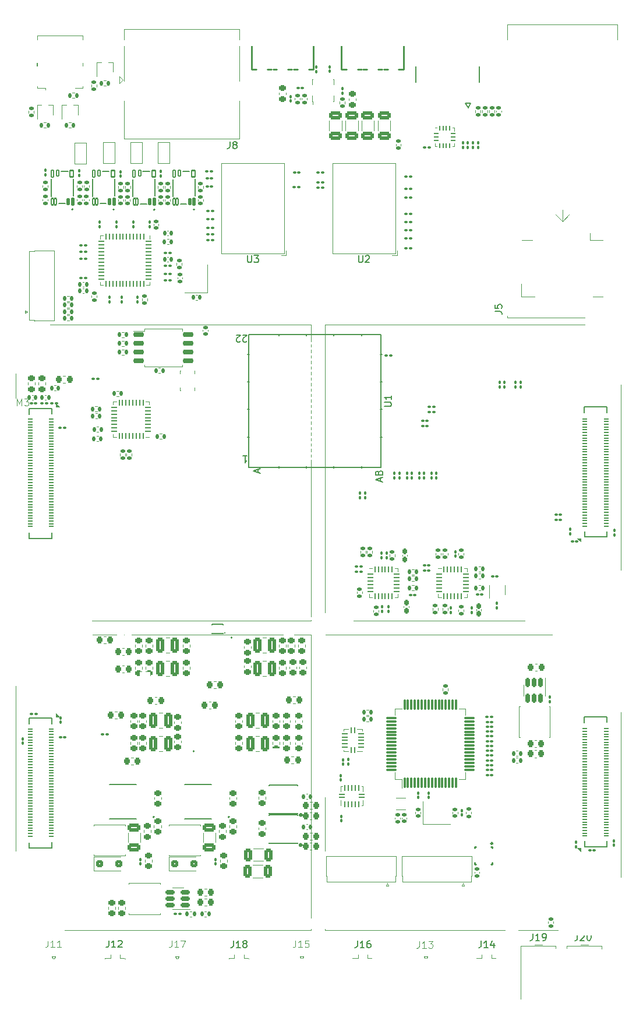
<source format=gbr>
%TF.GenerationSoftware,KiCad,Pcbnew,9.0.6-9.0.6~ubuntu22.04.1*%
%TF.CreationDate,2025-11-19T14:02:56+01:00*%
%TF.ProjectId,TRX055.01.01.PB.00.00,54525830-3535-42e3-9031-2e30312e5042,rev?*%
%TF.SameCoordinates,Original*%
%TF.FileFunction,Legend,Top*%
%TF.FilePolarity,Positive*%
%FSLAX46Y46*%
G04 Gerber Fmt 4.6, Leading zero omitted, Abs format (unit mm)*
G04 Created by KiCad (PCBNEW 9.0.6-9.0.6~ubuntu22.04.1) date 2025-11-19 14:02:56*
%MOMM*%
%LPD*%
G01*
G04 APERTURE LIST*
G04 Aperture macros list*
%AMRoundRect*
0 Rectangle with rounded corners*
0 $1 Rounding radius*
0 $2 $3 $4 $5 $6 $7 $8 $9 X,Y pos of 4 corners*
0 Add a 4 corners polygon primitive as box body*
4,1,4,$2,$3,$4,$5,$6,$7,$8,$9,$2,$3,0*
0 Add four circle primitives for the rounded corners*
1,1,$1+$1,$2,$3*
1,1,$1+$1,$4,$5*
1,1,$1+$1,$6,$7*
1,1,$1+$1,$8,$9*
0 Add four rect primitives between the rounded corners*
20,1,$1+$1,$2,$3,$4,$5,0*
20,1,$1+$1,$4,$5,$6,$7,0*
20,1,$1+$1,$6,$7,$8,$9,0*
20,1,$1+$1,$8,$9,$2,$3,0*%
%AMFreePoly0*
4,1,7,1.500000,-0.775000,-1.500000,-0.775000,-1.500000,0.225000,-6.000000,0.225000,-6.000000,0.775000,1.500000,0.775000,1.500000,-0.775000,1.500000,-0.775000,$1*%
%AMFreePoly1*
4,1,8,1.500000,-0.775000,-1.500000,-0.775000,-6.000000,-0.775000,-6.000000,-0.225000,-1.500000,-0.225000,-1.500000,0.775000,1.500000,0.775000,1.500000,-0.775000,1.500000,-0.775000,$1*%
%AMFreePoly2*
4,1,7,0.300000,-0.300000,-0.300000,-0.300000,-0.300000,0.000000,0.050000,0.000000,0.050000,0.300000,0.300000,0.300000,0.300000,-0.300000,0.300000,-0.300000,$1*%
%AMFreePoly3*
4,1,7,0.300000,-0.300000,0.050000,-0.300000,0.050000,0.000000,-0.300000,0.000000,-0.300000,0.300000,0.300000,0.300000,0.300000,-0.300000,0.300000,-0.300000,$1*%
%AMFreePoly4*
4,1,7,0.300000,0.000000,-0.050000,0.000000,-0.050000,-0.300000,-0.300000,-0.300000,-0.300000,0.300000,0.300000,0.300000,0.300000,0.000000,0.300000,0.000000,$1*%
%AMFreePoly5*
4,1,7,-0.050000,0.000000,0.300000,0.000000,0.300000,-0.300000,-0.300000,-0.300000,-0.300000,0.300000,-0.050000,0.300000,-0.050000,0.000000,-0.050000,0.000000,$1*%
G04 Aperture macros list end*
%ADD10C,0.150000*%
%ADD11C,0.100000*%
%ADD12C,0.120000*%
%ADD13C,0.152000*%
%ADD14C,0.127000*%
%ADD15C,0.200000*%
%ADD16C,0.254000*%
%ADD17C,0.160000*%
%ADD18C,0.152500*%
%ADD19C,0.400000*%
%ADD20C,0.152400*%
%ADD21C,1.500000*%
%ADD22C,2.000000*%
%ADD23C,0.010000*%
%ADD24RoundRect,0.100000X0.130000X0.100000X-0.130000X0.100000X-0.130000X-0.100000X0.130000X-0.100000X0*%
%ADD25R,0.400000X0.650000*%
%ADD26RoundRect,0.100000X0.100000X-0.130000X0.100000X0.130000X-0.100000X0.130000X-0.100000X-0.130000X0*%
%ADD27RoundRect,0.250000X0.650000X-0.325000X0.650000X0.325000X-0.650000X0.325000X-0.650000X-0.325000X0*%
%ADD28RoundRect,0.250000X-0.325000X-0.650000X0.325000X-0.650000X0.325000X0.650000X-0.325000X0.650000X0*%
%ADD29RoundRect,0.218750X0.256250X-0.218750X0.256250X0.218750X-0.256250X0.218750X-0.256250X-0.218750X0*%
%ADD30RoundRect,0.100000X0.018372X0.162980X-0.162240X-0.024048X-0.018372X-0.162980X0.162240X0.024048X0*%
%ADD31RoundRect,0.100000X-0.130000X-0.100000X0.130000X-0.100000X0.130000X0.100000X-0.130000X0.100000X0*%
%ADD32RoundRect,0.225000X-0.225000X-0.250000X0.225000X-0.250000X0.225000X0.250000X-0.225000X0.250000X0*%
%ADD33RoundRect,0.135000X0.185000X-0.135000X0.185000X0.135000X-0.185000X0.135000X-0.185000X-0.135000X0*%
%ADD34RoundRect,0.150000X-0.150000X0.512500X-0.150000X-0.512500X0.150000X-0.512500X0.150000X0.512500X0*%
%ADD35RoundRect,0.135000X-0.185000X0.135000X-0.185000X-0.135000X0.185000X-0.135000X0.185000X0.135000X0*%
%ADD36RoundRect,0.225000X-0.250000X0.225000X-0.250000X-0.225000X0.250000X-0.225000X0.250000X0.225000X0*%
%ADD37RoundRect,0.135000X0.135000X0.185000X-0.135000X0.185000X-0.135000X-0.185000X0.135000X-0.185000X0*%
%ADD38R,0.850000X0.200000*%
%ADD39R,0.200000X0.500000*%
%ADD40RoundRect,0.225000X0.250000X-0.225000X0.250000X0.225000X-0.250000X0.225000X-0.250000X-0.225000X0*%
%ADD41RoundRect,0.100000X-0.100000X0.130000X-0.100000X-0.130000X0.100000X-0.130000X0.100000X0.130000X0*%
%ADD42RoundRect,0.218750X-0.218750X-0.256250X0.218750X-0.256250X0.218750X0.256250X-0.218750X0.256250X0*%
%ADD43RoundRect,0.250000X-0.375000X-0.850000X0.375000X-0.850000X0.375000X0.850000X-0.375000X0.850000X0*%
%ADD44R,1.500000X1.100000*%
%ADD45R,1.500000X1.000000*%
%ADD46R,0.550000X0.300000*%
%ADD47R,0.500000X0.860000*%
%ADD48RoundRect,0.135000X-0.135000X-0.185000X0.135000X-0.185000X0.135000X0.185000X-0.135000X0.185000X0*%
%ADD49R,1.100000X1.500000*%
%ADD50R,1.000000X1.500000*%
%ADD51C,2.000000*%
%ADD52R,0.500000X2.000000*%
%ADD53R,2.000000X2.000000*%
%ADD54C,1.500000*%
%ADD55RoundRect,0.102000X0.135000X-0.480000X0.135000X0.480000X-0.135000X0.480000X-0.135000X-0.480000X0*%
%ADD56RoundRect,0.102000X0.140000X-0.425000X0.140000X0.425000X-0.140000X0.425000X-0.140000X-0.425000X0*%
%ADD57RoundRect,0.102000X0.192500X-0.450000X0.192500X0.450000X-0.192500X0.450000X-0.192500X-0.450000X0*%
%ADD58RoundRect,0.102000X0.250000X-0.475000X0.250000X0.475000X-0.250000X0.475000X-0.250000X-0.475000X0*%
%ADD59RoundRect,0.102000X0.170000X-0.425000X0.170000X0.425000X-0.170000X0.425000X-0.170000X-0.425000X0*%
%ADD60RoundRect,0.102000X0.165000X-0.485000X0.165000X0.485000X-0.165000X0.485000X-0.165000X-0.485000X0*%
%ADD61R,3.700000X1.100000*%
%ADD62R,0.280000X0.850000*%
%ADD63R,0.700000X0.280000*%
%ADD64R,2.400000X1.650000*%
%ADD65RoundRect,0.140000X-0.140000X-0.170000X0.140000X-0.170000X0.140000X0.170000X-0.140000X0.170000X0*%
%ADD66RoundRect,0.062500X0.062500X0.350000X-0.062500X0.350000X-0.062500X-0.350000X0.062500X-0.350000X0*%
%ADD67RoundRect,0.062500X0.350000X0.062500X-0.350000X0.062500X-0.350000X-0.062500X0.350000X-0.062500X0*%
%ADD68R,1.200000X1.300000*%
%ADD69R,3.800000X2.400000*%
%ADD70RoundRect,0.250000X0.375000X0.850000X-0.375000X0.850000X-0.375000X-0.850000X0.375000X-0.850000X0*%
%ADD71RoundRect,0.062500X-0.375000X-0.062500X0.375000X-0.062500X0.375000X0.062500X-0.375000X0.062500X0*%
%ADD72RoundRect,0.062500X-0.062500X-0.375000X0.062500X-0.375000X0.062500X0.375000X-0.062500X0.375000X0*%
%ADD73R,2.500000X2.500000*%
%ADD74R,0.300000X0.800000*%
%ADD75R,0.400000X0.550000*%
%ADD76RoundRect,0.140000X-0.170000X0.140000X-0.170000X-0.140000X0.170000X-0.140000X0.170000X0.140000X0*%
%ADD77RoundRect,0.100000X0.021213X0.162635X-0.162635X-0.021213X-0.021213X-0.162635X0.162635X0.021213X0*%
%ADD78R,0.450000X0.700000*%
%ADD79RoundRect,0.062500X0.375000X0.062500X-0.375000X0.062500X-0.375000X-0.062500X0.375000X-0.062500X0*%
%ADD80RoundRect,0.062500X0.062500X0.375000X-0.062500X0.375000X-0.062500X-0.375000X0.062500X-0.375000X0*%
%ADD81R,3.300000X3.300000*%
%ADD82RoundRect,0.225000X0.225000X0.250000X-0.225000X0.250000X-0.225000X-0.250000X0.225000X-0.250000X0*%
%ADD83R,1.000000X1.000000*%
%ADD84R,1.050000X2.200000*%
%ADD85RoundRect,0.250000X-0.300000X-0.300000X0.300000X-0.300000X0.300000X0.300000X-0.300000X0.300000X0*%
%ADD86RoundRect,0.140000X0.170000X-0.140000X0.170000X0.140000X-0.170000X0.140000X-0.170000X-0.140000X0*%
%ADD87RoundRect,0.052500X-0.297500X0.052500X-0.297500X-0.052500X0.297500X-0.052500X0.297500X0.052500X0*%
%ADD88C,6.300000*%
%ADD89R,0.665000X0.364000*%
%ADD90R,2.500000X3.400000*%
%ADD91RoundRect,0.150000X0.512500X0.150000X-0.512500X0.150000X-0.512500X-0.150000X0.512500X-0.150000X0*%
%ADD92R,0.600000X0.800000*%
%ADD93R,1.100000X2.600000*%
%ADD94FreePoly0,90.000000*%
%ADD95FreePoly1,90.000000*%
%ADD96R,0.800000X0.300000*%
%ADD97R,0.550000X0.400000*%
%ADD98R,1.100000X3.700000*%
%ADD99FreePoly2,270.000000*%
%ADD100R,0.250000X0.600000*%
%ADD101FreePoly3,270.000000*%
%ADD102R,2.400000X0.300000*%
%ADD103FreePoly4,270.000000*%
%ADD104FreePoly5,270.000000*%
%ADD105O,1.188400X2.252400*%
%ADD106O,1.252400X2.752400*%
%ADD107RoundRect,0.062500X-0.062500X0.375000X-0.062500X-0.375000X0.062500X-0.375000X0.062500X0.375000X0*%
%ADD108RoundRect,0.062500X-0.375000X0.062500X-0.375000X-0.062500X0.375000X-0.062500X0.375000X0.062500X0*%
%ADD109R,5.150000X5.150000*%
%ADD110RoundRect,0.160000X-0.160000X0.222500X-0.160000X-0.222500X0.160000X-0.222500X0.160000X0.222500X0*%
%ADD111RoundRect,0.052500X0.297500X-0.052500X0.297500X0.052500X-0.297500X0.052500X-0.297500X-0.052500X0*%
%ADD112R,2.900000X4.000000*%
%ADD113R,3.000000X4.500000*%
%ADD114C,0.457200*%
%ADD115RoundRect,0.218750X0.218750X0.256250X-0.218750X0.256250X-0.218750X-0.256250X0.218750X-0.256250X0*%
%ADD116C,0.400000*%
%ADD117RoundRect,0.062500X0.350000X-0.062500X0.350000X0.062500X-0.350000X0.062500X-0.350000X-0.062500X0*%
%ADD118RoundRect,0.062500X0.062500X-0.350000X0.062500X0.350000X-0.062500X0.350000X-0.062500X-0.350000X0*%
%ADD119RoundRect,0.140000X0.140000X0.170000X-0.140000X0.170000X-0.140000X-0.170000X0.140000X-0.170000X0*%
%ADD120R,1.400000X1.200000*%
%ADD121RoundRect,0.075000X0.075000X-0.700000X0.075000X0.700000X-0.075000X0.700000X-0.075000X-0.700000X0*%
%ADD122RoundRect,0.075000X0.700000X-0.075000X0.700000X0.075000X-0.700000X0.075000X-0.700000X-0.075000X0*%
%ADD123R,0.230000X0.850000*%
%ADD124R,0.230000X1.000000*%
%ADD125O,1.500000X2.550000*%
%ADD126R,1.000000X1.800000*%
%ADD127RoundRect,0.062500X-0.275000X-0.062500X0.275000X-0.062500X0.275000X0.062500X-0.275000X0.062500X0*%
%ADD128RoundRect,0.062500X-0.062500X-0.275000X0.062500X-0.275000X0.062500X0.275000X-0.062500X0.275000X0*%
%ADD129R,1.450000X1.450000*%
%ADD130C,3.250000*%
%ADD131R,1.500000X1.500000*%
%ADD132C,2.300000*%
%ADD133RoundRect,0.160000X0.160000X-0.222500X0.160000X0.222500X-0.160000X0.222500X-0.160000X-0.222500X0*%
%ADD134R,1.200000X1.400000*%
%ADD135RoundRect,0.150000X-0.650000X-0.150000X0.650000X-0.150000X0.650000X0.150000X-0.650000X0.150000X0*%
G04 APERTURE END LIST*
D10*
X131204819Y-69563333D02*
X131919104Y-69563333D01*
X131919104Y-69563333D02*
X132061961Y-69610952D01*
X132061961Y-69610952D02*
X132157200Y-69706190D01*
X132157200Y-69706190D02*
X132204819Y-69849047D01*
X132204819Y-69849047D02*
X132204819Y-69944285D01*
X131204819Y-68610952D02*
X131204819Y-69087142D01*
X131204819Y-69087142D02*
X131681009Y-69134761D01*
X131681009Y-69134761D02*
X131633390Y-69087142D01*
X131633390Y-69087142D02*
X131585771Y-68991904D01*
X131585771Y-68991904D02*
X131585771Y-68753809D01*
X131585771Y-68753809D02*
X131633390Y-68658571D01*
X131633390Y-68658571D02*
X131681009Y-68610952D01*
X131681009Y-68610952D02*
X131776247Y-68563333D01*
X131776247Y-68563333D02*
X132014342Y-68563333D01*
X132014342Y-68563333D02*
X132109580Y-68610952D01*
X132109580Y-68610952D02*
X132157200Y-68658571D01*
X132157200Y-68658571D02*
X132204819Y-68753809D01*
X132204819Y-68753809D02*
X132204819Y-68991904D01*
X132204819Y-68991904D02*
X132157200Y-69087142D01*
X132157200Y-69087142D02*
X132109580Y-69134761D01*
X111190476Y-161004819D02*
X111190476Y-161719104D01*
X111190476Y-161719104D02*
X111142857Y-161861961D01*
X111142857Y-161861961D02*
X111047619Y-161957200D01*
X111047619Y-161957200D02*
X110904762Y-162004819D01*
X110904762Y-162004819D02*
X110809524Y-162004819D01*
X112190476Y-162004819D02*
X111619048Y-162004819D01*
X111904762Y-162004819D02*
X111904762Y-161004819D01*
X111904762Y-161004819D02*
X111809524Y-161147676D01*
X111809524Y-161147676D02*
X111714286Y-161242914D01*
X111714286Y-161242914D02*
X111619048Y-161290533D01*
X113047619Y-161004819D02*
X112857143Y-161004819D01*
X112857143Y-161004819D02*
X112761905Y-161052438D01*
X112761905Y-161052438D02*
X112714286Y-161100057D01*
X112714286Y-161100057D02*
X112619048Y-161242914D01*
X112619048Y-161242914D02*
X112571429Y-161433390D01*
X112571429Y-161433390D02*
X112571429Y-161814342D01*
X112571429Y-161814342D02*
X112619048Y-161909580D01*
X112619048Y-161909580D02*
X112666667Y-161957200D01*
X112666667Y-161957200D02*
X112761905Y-162004819D01*
X112761905Y-162004819D02*
X112952381Y-162004819D01*
X112952381Y-162004819D02*
X113047619Y-161957200D01*
X113047619Y-161957200D02*
X113095238Y-161909580D01*
X113095238Y-161909580D02*
X113142857Y-161814342D01*
X113142857Y-161814342D02*
X113142857Y-161576247D01*
X113142857Y-161576247D02*
X113095238Y-161481009D01*
X113095238Y-161481009D02*
X113047619Y-161433390D01*
X113047619Y-161433390D02*
X112952381Y-161385771D01*
X112952381Y-161385771D02*
X112761905Y-161385771D01*
X112761905Y-161385771D02*
X112666667Y-161433390D01*
X112666667Y-161433390D02*
X112619048Y-161481009D01*
X112619048Y-161481009D02*
X112571429Y-161576247D01*
X143190476Y-159954819D02*
X143190476Y-160669104D01*
X143190476Y-160669104D02*
X143142857Y-160811961D01*
X143142857Y-160811961D02*
X143047619Y-160907200D01*
X143047619Y-160907200D02*
X142904762Y-160954819D01*
X142904762Y-160954819D02*
X142809524Y-160954819D01*
X143619048Y-160050057D02*
X143666667Y-160002438D01*
X143666667Y-160002438D02*
X143761905Y-159954819D01*
X143761905Y-159954819D02*
X144000000Y-159954819D01*
X144000000Y-159954819D02*
X144095238Y-160002438D01*
X144095238Y-160002438D02*
X144142857Y-160050057D01*
X144142857Y-160050057D02*
X144190476Y-160145295D01*
X144190476Y-160145295D02*
X144190476Y-160240533D01*
X144190476Y-160240533D02*
X144142857Y-160383390D01*
X144142857Y-160383390D02*
X143571429Y-160954819D01*
X143571429Y-160954819D02*
X144190476Y-160954819D01*
X144809524Y-159954819D02*
X144904762Y-159954819D01*
X144904762Y-159954819D02*
X145000000Y-160002438D01*
X145000000Y-160002438D02*
X145047619Y-160050057D01*
X145047619Y-160050057D02*
X145095238Y-160145295D01*
X145095238Y-160145295D02*
X145142857Y-160335771D01*
X145142857Y-160335771D02*
X145142857Y-160573866D01*
X145142857Y-160573866D02*
X145095238Y-160764342D01*
X145095238Y-160764342D02*
X145047619Y-160859580D01*
X145047619Y-160859580D02*
X145000000Y-160907200D01*
X145000000Y-160907200D02*
X144904762Y-160954819D01*
X144904762Y-160954819D02*
X144809524Y-160954819D01*
X144809524Y-160954819D02*
X144714286Y-160907200D01*
X144714286Y-160907200D02*
X144666667Y-160859580D01*
X144666667Y-160859580D02*
X144619048Y-160764342D01*
X144619048Y-160764342D02*
X144571429Y-160573866D01*
X144571429Y-160573866D02*
X144571429Y-160335771D01*
X144571429Y-160335771D02*
X144619048Y-160145295D01*
X144619048Y-160145295D02*
X144666667Y-160050057D01*
X144666667Y-160050057D02*
X144714286Y-160002438D01*
X144714286Y-160002438D02*
X144809524Y-159954819D01*
X129190476Y-161004819D02*
X129190476Y-161719104D01*
X129190476Y-161719104D02*
X129142857Y-161861961D01*
X129142857Y-161861961D02*
X129047619Y-161957200D01*
X129047619Y-161957200D02*
X128904762Y-162004819D01*
X128904762Y-162004819D02*
X128809524Y-162004819D01*
X130190476Y-162004819D02*
X129619048Y-162004819D01*
X129904762Y-162004819D02*
X129904762Y-161004819D01*
X129904762Y-161004819D02*
X129809524Y-161147676D01*
X129809524Y-161147676D02*
X129714286Y-161242914D01*
X129714286Y-161242914D02*
X129619048Y-161290533D01*
X131047619Y-161338152D02*
X131047619Y-162004819D01*
X130809524Y-160957200D02*
X130571429Y-161671485D01*
X130571429Y-161671485D02*
X131190476Y-161671485D01*
D11*
X66190476Y-160957419D02*
X66190476Y-161671704D01*
X66190476Y-161671704D02*
X66142857Y-161814561D01*
X66142857Y-161814561D02*
X66047619Y-161909800D01*
X66047619Y-161909800D02*
X65904762Y-161957419D01*
X65904762Y-161957419D02*
X65809524Y-161957419D01*
X67190476Y-161957419D02*
X66619048Y-161957419D01*
X66904762Y-161957419D02*
X66904762Y-160957419D01*
X66904762Y-160957419D02*
X66809524Y-161100276D01*
X66809524Y-161100276D02*
X66714286Y-161195514D01*
X66714286Y-161195514D02*
X66619048Y-161243133D01*
X68142857Y-161957419D02*
X67571429Y-161957419D01*
X67857143Y-161957419D02*
X67857143Y-160957419D01*
X67857143Y-160957419D02*
X67761905Y-161100276D01*
X67761905Y-161100276D02*
X67666667Y-161195514D01*
X67666667Y-161195514D02*
X67571429Y-161243133D01*
D10*
X115124819Y-83361904D02*
X115934342Y-83361904D01*
X115934342Y-83361904D02*
X116029580Y-83314285D01*
X116029580Y-83314285D02*
X116077200Y-83266666D01*
X116077200Y-83266666D02*
X116124819Y-83171428D01*
X116124819Y-83171428D02*
X116124819Y-82980952D01*
X116124819Y-82980952D02*
X116077200Y-82885714D01*
X116077200Y-82885714D02*
X116029580Y-82838095D01*
X116029580Y-82838095D02*
X115934342Y-82790476D01*
X115934342Y-82790476D02*
X115124819Y-82790476D01*
X116124819Y-81790476D02*
X116124819Y-82361904D01*
X116124819Y-82076190D02*
X115124819Y-82076190D01*
X115124819Y-82076190D02*
X115267676Y-82171428D01*
X115267676Y-82171428D02*
X115362914Y-82266666D01*
X115362914Y-82266666D02*
X115410533Y-82361904D01*
X95111904Y-73899942D02*
X95064285Y-73947561D01*
X95064285Y-73947561D02*
X94969047Y-73995180D01*
X94969047Y-73995180D02*
X94730952Y-73995180D01*
X94730952Y-73995180D02*
X94635714Y-73947561D01*
X94635714Y-73947561D02*
X94588095Y-73899942D01*
X94588095Y-73899942D02*
X94540476Y-73804704D01*
X94540476Y-73804704D02*
X94540476Y-73709466D01*
X94540476Y-73709466D02*
X94588095Y-73566609D01*
X94588095Y-73566609D02*
X95159523Y-72995180D01*
X95159523Y-72995180D02*
X94540476Y-72995180D01*
X94159523Y-73899942D02*
X94111904Y-73947561D01*
X94111904Y-73947561D02*
X94016666Y-73995180D01*
X94016666Y-73995180D02*
X93778571Y-73995180D01*
X93778571Y-73995180D02*
X93683333Y-73947561D01*
X93683333Y-73947561D02*
X93635714Y-73899942D01*
X93635714Y-73899942D02*
X93588095Y-73804704D01*
X93588095Y-73804704D02*
X93588095Y-73709466D01*
X93588095Y-73709466D02*
X93635714Y-73566609D01*
X93635714Y-73566609D02*
X94207142Y-72995180D01*
X94207142Y-72995180D02*
X93588095Y-72995180D01*
X114559104Y-94228094D02*
X114559104Y-93751904D01*
X114844819Y-94323332D02*
X113844819Y-93989999D01*
X113844819Y-93989999D02*
X114844819Y-93656666D01*
X114321009Y-92989999D02*
X114368628Y-92847142D01*
X114368628Y-92847142D02*
X114416247Y-92799523D01*
X114416247Y-92799523D02*
X114511485Y-92751904D01*
X114511485Y-92751904D02*
X114654342Y-92751904D01*
X114654342Y-92751904D02*
X114749580Y-92799523D01*
X114749580Y-92799523D02*
X114797200Y-92847142D01*
X114797200Y-92847142D02*
X114844819Y-92942380D01*
X114844819Y-92942380D02*
X114844819Y-93323332D01*
X114844819Y-93323332D02*
X113844819Y-93323332D01*
X113844819Y-93323332D02*
X113844819Y-92989999D01*
X113844819Y-92989999D02*
X113892438Y-92894761D01*
X113892438Y-92894761D02*
X113940057Y-92847142D01*
X113940057Y-92847142D02*
X114035295Y-92799523D01*
X114035295Y-92799523D02*
X114130533Y-92799523D01*
X114130533Y-92799523D02*
X114225771Y-92847142D01*
X114225771Y-92847142D02*
X114273390Y-92894761D01*
X114273390Y-92894761D02*
X114321009Y-92989999D01*
X114321009Y-92989999D02*
X114321009Y-93323332D01*
X94579686Y-90545179D02*
X95151114Y-90545179D01*
X94865400Y-90545179D02*
X94865400Y-91545179D01*
X94865400Y-91545179D02*
X94960638Y-91402322D01*
X94960638Y-91402322D02*
X95055876Y-91307084D01*
X95055876Y-91307084D02*
X95151114Y-91259465D01*
X96769106Y-92972694D02*
X96769106Y-92496504D01*
X97054821Y-93067932D02*
X96054821Y-92734599D01*
X96054821Y-92734599D02*
X97054821Y-92401266D01*
D11*
X61740476Y-83257419D02*
X61740476Y-82257419D01*
X61740476Y-82257419D02*
X62073809Y-82971704D01*
X62073809Y-82971704D02*
X62407142Y-82257419D01*
X62407142Y-82257419D02*
X62407142Y-83257419D01*
X62788095Y-82257419D02*
X63407142Y-82257419D01*
X63407142Y-82257419D02*
X63073809Y-82638371D01*
X63073809Y-82638371D02*
X63216666Y-82638371D01*
X63216666Y-82638371D02*
X63311904Y-82685990D01*
X63311904Y-82685990D02*
X63359523Y-82733609D01*
X63359523Y-82733609D02*
X63407142Y-82828847D01*
X63407142Y-82828847D02*
X63407142Y-83066942D01*
X63407142Y-83066942D02*
X63359523Y-83162180D01*
X63359523Y-83162180D02*
X63311904Y-83209800D01*
X63311904Y-83209800D02*
X63216666Y-83257419D01*
X63216666Y-83257419D02*
X62930952Y-83257419D01*
X62930952Y-83257419D02*
X62835714Y-83209800D01*
X62835714Y-83209800D02*
X62788095Y-83162180D01*
D10*
X75040476Y-160954819D02*
X75040476Y-161669104D01*
X75040476Y-161669104D02*
X74992857Y-161811961D01*
X74992857Y-161811961D02*
X74897619Y-161907200D01*
X74897619Y-161907200D02*
X74754762Y-161954819D01*
X74754762Y-161954819D02*
X74659524Y-161954819D01*
X76040476Y-161954819D02*
X75469048Y-161954819D01*
X75754762Y-161954819D02*
X75754762Y-160954819D01*
X75754762Y-160954819D02*
X75659524Y-161097676D01*
X75659524Y-161097676D02*
X75564286Y-161192914D01*
X75564286Y-161192914D02*
X75469048Y-161240533D01*
X76421429Y-161050057D02*
X76469048Y-161002438D01*
X76469048Y-161002438D02*
X76564286Y-160954819D01*
X76564286Y-160954819D02*
X76802381Y-160954819D01*
X76802381Y-160954819D02*
X76897619Y-161002438D01*
X76897619Y-161002438D02*
X76945238Y-161050057D01*
X76945238Y-161050057D02*
X76992857Y-161145295D01*
X76992857Y-161145295D02*
X76992857Y-161240533D01*
X76992857Y-161240533D02*
X76945238Y-161383390D01*
X76945238Y-161383390D02*
X76373810Y-161954819D01*
X76373810Y-161954819D02*
X76992857Y-161954819D01*
D11*
X120190476Y-161047419D02*
X120190476Y-161761704D01*
X120190476Y-161761704D02*
X120142857Y-161904561D01*
X120142857Y-161904561D02*
X120047619Y-161999800D01*
X120047619Y-161999800D02*
X119904762Y-162047419D01*
X119904762Y-162047419D02*
X119809524Y-162047419D01*
X121190476Y-162047419D02*
X120619048Y-162047419D01*
X120904762Y-162047419D02*
X120904762Y-161047419D01*
X120904762Y-161047419D02*
X120809524Y-161190276D01*
X120809524Y-161190276D02*
X120714286Y-161285514D01*
X120714286Y-161285514D02*
X120619048Y-161333133D01*
X121523810Y-161047419D02*
X122142857Y-161047419D01*
X122142857Y-161047419D02*
X121809524Y-161428371D01*
X121809524Y-161428371D02*
X121952381Y-161428371D01*
X121952381Y-161428371D02*
X122047619Y-161475990D01*
X122047619Y-161475990D02*
X122095238Y-161523609D01*
X122095238Y-161523609D02*
X122142857Y-161618847D01*
X122142857Y-161618847D02*
X122142857Y-161856942D01*
X122142857Y-161856942D02*
X122095238Y-161952180D01*
X122095238Y-161952180D02*
X122047619Y-161999800D01*
X122047619Y-161999800D02*
X121952381Y-162047419D01*
X121952381Y-162047419D02*
X121666667Y-162047419D01*
X121666667Y-162047419D02*
X121571429Y-161999800D01*
X121571429Y-161999800D02*
X121523810Y-161952180D01*
D10*
X111388095Y-61454819D02*
X111388095Y-62264342D01*
X111388095Y-62264342D02*
X111435714Y-62359580D01*
X111435714Y-62359580D02*
X111483333Y-62407200D01*
X111483333Y-62407200D02*
X111578571Y-62454819D01*
X111578571Y-62454819D02*
X111769047Y-62454819D01*
X111769047Y-62454819D02*
X111864285Y-62407200D01*
X111864285Y-62407200D02*
X111911904Y-62359580D01*
X111911904Y-62359580D02*
X111959523Y-62264342D01*
X111959523Y-62264342D02*
X111959523Y-61454819D01*
X112388095Y-61550057D02*
X112435714Y-61502438D01*
X112435714Y-61502438D02*
X112530952Y-61454819D01*
X112530952Y-61454819D02*
X112769047Y-61454819D01*
X112769047Y-61454819D02*
X112864285Y-61502438D01*
X112864285Y-61502438D02*
X112911904Y-61550057D01*
X112911904Y-61550057D02*
X112959523Y-61645295D01*
X112959523Y-61645295D02*
X112959523Y-61740533D01*
X112959523Y-61740533D02*
X112911904Y-61883390D01*
X112911904Y-61883390D02*
X112340476Y-62454819D01*
X112340476Y-62454819D02*
X112959523Y-62454819D01*
X136690476Y-159954819D02*
X136690476Y-160669104D01*
X136690476Y-160669104D02*
X136642857Y-160811961D01*
X136642857Y-160811961D02*
X136547619Y-160907200D01*
X136547619Y-160907200D02*
X136404762Y-160954819D01*
X136404762Y-160954819D02*
X136309524Y-160954819D01*
X137690476Y-160954819D02*
X137119048Y-160954819D01*
X137404762Y-160954819D02*
X137404762Y-159954819D01*
X137404762Y-159954819D02*
X137309524Y-160097676D01*
X137309524Y-160097676D02*
X137214286Y-160192914D01*
X137214286Y-160192914D02*
X137119048Y-160240533D01*
X138166667Y-160954819D02*
X138357143Y-160954819D01*
X138357143Y-160954819D02*
X138452381Y-160907200D01*
X138452381Y-160907200D02*
X138500000Y-160859580D01*
X138500000Y-160859580D02*
X138595238Y-160716723D01*
X138595238Y-160716723D02*
X138642857Y-160526247D01*
X138642857Y-160526247D02*
X138642857Y-160145295D01*
X138642857Y-160145295D02*
X138595238Y-160050057D01*
X138595238Y-160050057D02*
X138547619Y-160002438D01*
X138547619Y-160002438D02*
X138452381Y-159954819D01*
X138452381Y-159954819D02*
X138261905Y-159954819D01*
X138261905Y-159954819D02*
X138166667Y-160002438D01*
X138166667Y-160002438D02*
X138119048Y-160050057D01*
X138119048Y-160050057D02*
X138071429Y-160145295D01*
X138071429Y-160145295D02*
X138071429Y-160383390D01*
X138071429Y-160383390D02*
X138119048Y-160478628D01*
X138119048Y-160478628D02*
X138166667Y-160526247D01*
X138166667Y-160526247D02*
X138261905Y-160573866D01*
X138261905Y-160573866D02*
X138452381Y-160573866D01*
X138452381Y-160573866D02*
X138547619Y-160526247D01*
X138547619Y-160526247D02*
X138595238Y-160478628D01*
X138595238Y-160478628D02*
X138642857Y-160383390D01*
X93190476Y-161004819D02*
X93190476Y-161719104D01*
X93190476Y-161719104D02*
X93142857Y-161861961D01*
X93142857Y-161861961D02*
X93047619Y-161957200D01*
X93047619Y-161957200D02*
X92904762Y-162004819D01*
X92904762Y-162004819D02*
X92809524Y-162004819D01*
X94190476Y-162004819D02*
X93619048Y-162004819D01*
X93904762Y-162004819D02*
X93904762Y-161004819D01*
X93904762Y-161004819D02*
X93809524Y-161147676D01*
X93809524Y-161147676D02*
X93714286Y-161242914D01*
X93714286Y-161242914D02*
X93619048Y-161290533D01*
X94761905Y-161433390D02*
X94666667Y-161385771D01*
X94666667Y-161385771D02*
X94619048Y-161338152D01*
X94619048Y-161338152D02*
X94571429Y-161242914D01*
X94571429Y-161242914D02*
X94571429Y-161195295D01*
X94571429Y-161195295D02*
X94619048Y-161100057D01*
X94619048Y-161100057D02*
X94666667Y-161052438D01*
X94666667Y-161052438D02*
X94761905Y-161004819D01*
X94761905Y-161004819D02*
X94952381Y-161004819D01*
X94952381Y-161004819D02*
X95047619Y-161052438D01*
X95047619Y-161052438D02*
X95095238Y-161100057D01*
X95095238Y-161100057D02*
X95142857Y-161195295D01*
X95142857Y-161195295D02*
X95142857Y-161242914D01*
X95142857Y-161242914D02*
X95095238Y-161338152D01*
X95095238Y-161338152D02*
X95047619Y-161385771D01*
X95047619Y-161385771D02*
X94952381Y-161433390D01*
X94952381Y-161433390D02*
X94761905Y-161433390D01*
X94761905Y-161433390D02*
X94666667Y-161481009D01*
X94666667Y-161481009D02*
X94619048Y-161528628D01*
X94619048Y-161528628D02*
X94571429Y-161623866D01*
X94571429Y-161623866D02*
X94571429Y-161814342D01*
X94571429Y-161814342D02*
X94619048Y-161909580D01*
X94619048Y-161909580D02*
X94666667Y-161957200D01*
X94666667Y-161957200D02*
X94761905Y-162004819D01*
X94761905Y-162004819D02*
X94952381Y-162004819D01*
X94952381Y-162004819D02*
X95047619Y-161957200D01*
X95047619Y-161957200D02*
X95095238Y-161909580D01*
X95095238Y-161909580D02*
X95142857Y-161814342D01*
X95142857Y-161814342D02*
X95142857Y-161623866D01*
X95142857Y-161623866D02*
X95095238Y-161528628D01*
X95095238Y-161528628D02*
X95047619Y-161481009D01*
X95047619Y-161481009D02*
X94952381Y-161433390D01*
D11*
X102190476Y-160957419D02*
X102190476Y-161671704D01*
X102190476Y-161671704D02*
X102142857Y-161814561D01*
X102142857Y-161814561D02*
X102047619Y-161909800D01*
X102047619Y-161909800D02*
X101904762Y-161957419D01*
X101904762Y-161957419D02*
X101809524Y-161957419D01*
X103190476Y-161957419D02*
X102619048Y-161957419D01*
X102904762Y-161957419D02*
X102904762Y-160957419D01*
X102904762Y-160957419D02*
X102809524Y-161100276D01*
X102809524Y-161100276D02*
X102714286Y-161195514D01*
X102714286Y-161195514D02*
X102619048Y-161243133D01*
X104095238Y-160957419D02*
X103619048Y-160957419D01*
X103619048Y-160957419D02*
X103571429Y-161433609D01*
X103571429Y-161433609D02*
X103619048Y-161385990D01*
X103619048Y-161385990D02*
X103714286Y-161338371D01*
X103714286Y-161338371D02*
X103952381Y-161338371D01*
X103952381Y-161338371D02*
X104047619Y-161385990D01*
X104047619Y-161385990D02*
X104095238Y-161433609D01*
X104095238Y-161433609D02*
X104142857Y-161528847D01*
X104142857Y-161528847D02*
X104142857Y-161766942D01*
X104142857Y-161766942D02*
X104095238Y-161862180D01*
X104095238Y-161862180D02*
X104047619Y-161909800D01*
X104047619Y-161909800D02*
X103952381Y-161957419D01*
X103952381Y-161957419D02*
X103714286Y-161957419D01*
X103714286Y-161957419D02*
X103619048Y-161909800D01*
X103619048Y-161909800D02*
X103571429Y-161862180D01*
X84190476Y-160957419D02*
X84190476Y-161671704D01*
X84190476Y-161671704D02*
X84142857Y-161814561D01*
X84142857Y-161814561D02*
X84047619Y-161909800D01*
X84047619Y-161909800D02*
X83904762Y-161957419D01*
X83904762Y-161957419D02*
X83809524Y-161957419D01*
X85190476Y-161957419D02*
X84619048Y-161957419D01*
X84904762Y-161957419D02*
X84904762Y-160957419D01*
X84904762Y-160957419D02*
X84809524Y-161100276D01*
X84809524Y-161100276D02*
X84714286Y-161195514D01*
X84714286Y-161195514D02*
X84619048Y-161243133D01*
X85523810Y-160957419D02*
X86190476Y-160957419D01*
X86190476Y-160957419D02*
X85761905Y-161957419D01*
D10*
X95238095Y-61454819D02*
X95238095Y-62264342D01*
X95238095Y-62264342D02*
X95285714Y-62359580D01*
X95285714Y-62359580D02*
X95333333Y-62407200D01*
X95333333Y-62407200D02*
X95428571Y-62454819D01*
X95428571Y-62454819D02*
X95619047Y-62454819D01*
X95619047Y-62454819D02*
X95714285Y-62407200D01*
X95714285Y-62407200D02*
X95761904Y-62359580D01*
X95761904Y-62359580D02*
X95809523Y-62264342D01*
X95809523Y-62264342D02*
X95809523Y-61454819D01*
X96190476Y-61454819D02*
X96809523Y-61454819D01*
X96809523Y-61454819D02*
X96476190Y-61835771D01*
X96476190Y-61835771D02*
X96619047Y-61835771D01*
X96619047Y-61835771D02*
X96714285Y-61883390D01*
X96714285Y-61883390D02*
X96761904Y-61931009D01*
X96761904Y-61931009D02*
X96809523Y-62026247D01*
X96809523Y-62026247D02*
X96809523Y-62264342D01*
X96809523Y-62264342D02*
X96761904Y-62359580D01*
X96761904Y-62359580D02*
X96714285Y-62407200D01*
X96714285Y-62407200D02*
X96619047Y-62454819D01*
X96619047Y-62454819D02*
X96333333Y-62454819D01*
X96333333Y-62454819D02*
X96238095Y-62407200D01*
X96238095Y-62407200D02*
X96190476Y-62359580D01*
X92666666Y-44904819D02*
X92666666Y-45619104D01*
X92666666Y-45619104D02*
X92619047Y-45761961D01*
X92619047Y-45761961D02*
X92523809Y-45857200D01*
X92523809Y-45857200D02*
X92380952Y-45904819D01*
X92380952Y-45904819D02*
X92285714Y-45904819D01*
X93285714Y-45333390D02*
X93190476Y-45285771D01*
X93190476Y-45285771D02*
X93142857Y-45238152D01*
X93142857Y-45238152D02*
X93095238Y-45142914D01*
X93095238Y-45142914D02*
X93095238Y-45095295D01*
X93095238Y-45095295D02*
X93142857Y-45000057D01*
X93142857Y-45000057D02*
X93190476Y-44952438D01*
X93190476Y-44952438D02*
X93285714Y-44904819D01*
X93285714Y-44904819D02*
X93476190Y-44904819D01*
X93476190Y-44904819D02*
X93571428Y-44952438D01*
X93571428Y-44952438D02*
X93619047Y-45000057D01*
X93619047Y-45000057D02*
X93666666Y-45095295D01*
X93666666Y-45095295D02*
X93666666Y-45142914D01*
X93666666Y-45142914D02*
X93619047Y-45238152D01*
X93619047Y-45238152D02*
X93571428Y-45285771D01*
X93571428Y-45285771D02*
X93476190Y-45333390D01*
X93476190Y-45333390D02*
X93285714Y-45333390D01*
X93285714Y-45333390D02*
X93190476Y-45381009D01*
X93190476Y-45381009D02*
X93142857Y-45428628D01*
X93142857Y-45428628D02*
X93095238Y-45523866D01*
X93095238Y-45523866D02*
X93095238Y-45714342D01*
X93095238Y-45714342D02*
X93142857Y-45809580D01*
X93142857Y-45809580D02*
X93190476Y-45857200D01*
X93190476Y-45857200D02*
X93285714Y-45904819D01*
X93285714Y-45904819D02*
X93476190Y-45904819D01*
X93476190Y-45904819D02*
X93571428Y-45857200D01*
X93571428Y-45857200D02*
X93619047Y-45809580D01*
X93619047Y-45809580D02*
X93666666Y-45714342D01*
X93666666Y-45714342D02*
X93666666Y-45523866D01*
X93666666Y-45523866D02*
X93619047Y-45428628D01*
X93619047Y-45428628D02*
X93571428Y-45381009D01*
X93571428Y-45381009D02*
X93476190Y-45333390D01*
D12*
%TO.C,U28*%
X132660000Y-110700000D02*
X132660000Y-109300000D01*
X130340000Y-109300000D02*
X130340000Y-111200000D01*
%TO.C,C381*%
X114190000Y-43311252D02*
X114190000Y-41888748D01*
X116010000Y-43311252D02*
X116010000Y-41888748D01*
%TO.C,C380*%
X111790000Y-43311252D02*
X111790000Y-41888748D01*
X113610000Y-43311252D02*
X113610000Y-41888748D01*
%TO.C,C379*%
X109490000Y-43311252D02*
X109490000Y-41888748D01*
X111310000Y-43311252D02*
X111310000Y-41888748D01*
%TO.C,C378*%
X107090000Y-43311252D02*
X107090000Y-41888748D01*
X108910000Y-43311252D02*
X108910000Y-41888748D01*
%TO.C,C395*%
X95988748Y-149990000D02*
X97411252Y-149990000D01*
X95988748Y-151810000D02*
X97411252Y-151810000D01*
%TO.C,C391*%
X96063748Y-147590000D02*
X97486252Y-147590000D01*
X96063748Y-149410000D02*
X97486252Y-149410000D01*
%TO.C,FB24*%
X63290000Y-80242779D02*
X63290000Y-79917221D01*
X64310000Y-80242779D02*
X64310000Y-79917221D01*
%TO.C,C310*%
X88984420Y-154890000D02*
X89265580Y-154890000D01*
X88984420Y-155910000D02*
X89265580Y-155910000D01*
%TO.C,R89*%
X77645000Y-90503641D02*
X77645000Y-90196359D01*
X78405000Y-90503641D02*
X78405000Y-90196359D01*
%TO.C,U30*%
X135340000Y-124587500D02*
X135340000Y-123787500D01*
X135340000Y-124587500D02*
X135340000Y-125387500D01*
X138460000Y-124587500D02*
X138460000Y-122787500D01*
X138460000Y-124587500D02*
X138460000Y-125387500D01*
%TO.C,R77*%
X113520000Y-112946359D02*
X113520000Y-113253641D01*
X114280000Y-112946359D02*
X114280000Y-113253641D01*
%TO.C,C20*%
X78190000Y-128949420D02*
X78190000Y-129230580D01*
X79210000Y-128949420D02*
X79210000Y-129230580D01*
%TO.C,R137*%
X134553641Y-133420000D02*
X134246359Y-133420000D01*
X134553641Y-134180000D02*
X134246359Y-134180000D01*
%TO.C,R63*%
X77410000Y-51346359D02*
X77410000Y-51653641D01*
X78170000Y-51346359D02*
X78170000Y-51653641D01*
%TO.C,U10*%
X85450000Y-78150000D02*
X85450000Y-78600000D01*
X85450000Y-81050000D02*
X85450000Y-80600000D01*
X85500000Y-78150000D02*
X85450000Y-78150000D01*
X85500000Y-81050000D02*
X85450000Y-81050000D01*
X87500000Y-78150000D02*
X87550000Y-78150000D01*
X87500000Y-81050000D02*
X87550000Y-81050000D01*
X87550000Y-78150000D02*
X87550000Y-78600000D01*
X87550000Y-81050000D02*
X87550000Y-80600000D01*
%TO.C,C12*%
X102790000Y-121440580D02*
X102790000Y-121159420D01*
X103810000Y-121440580D02*
X103810000Y-121159420D01*
%TO.C,FB37*%
X104294721Y-145290000D02*
X104620279Y-145290000D01*
X104294721Y-146310000D02*
X104620279Y-146310000D01*
%TO.C,R72*%
X102120000Y-38853641D02*
X102120000Y-38546359D01*
X102880000Y-38853641D02*
X102880000Y-38546359D01*
%TO.C,L3*%
X97448748Y-116930000D02*
X97971252Y-116930000D01*
X97448748Y-119150000D02*
X97971252Y-119150000D01*
D13*
%TO.C,U24*%
X90039500Y-115094000D02*
X90039500Y-115000000D01*
X90039500Y-116400000D02*
X90039500Y-116306000D01*
X90039500Y-116400000D02*
X91639500Y-116400000D01*
X91639500Y-115000000D02*
X90039500Y-115000000D01*
X91639500Y-115094000D02*
X91639500Y-115000000D01*
X91639500Y-116400000D02*
X91639500Y-116306000D01*
X91989500Y-116300000D02*
G75*
G02*
X91889500Y-116300000I-50000J0D01*
G01*
X91889500Y-116300000D02*
G75*
G02*
X91989500Y-116300000I50000J0D01*
G01*
D12*
%TO.C,FB7*%
X81737221Y-125590000D02*
X82062779Y-125590000D01*
X81737221Y-126610000D02*
X82062779Y-126610000D01*
%TO.C,R76*%
X119096359Y-109370000D02*
X119403641Y-109370000D01*
X119096359Y-110130000D02*
X119403641Y-110130000D01*
%TO.C,C23*%
X78190000Y-132430580D02*
X78190000Y-132149420D01*
X79210000Y-132430580D02*
X79210000Y-132149420D01*
%TO.C,FB8*%
X101837221Y-125490000D02*
X102162779Y-125490000D01*
X101837221Y-126510000D02*
X102162779Y-126510000D01*
%TO.C,J5*%
X133000000Y-27900000D02*
X149000000Y-27900000D01*
X133000000Y-35500000D02*
X133000000Y-27900000D01*
X133000000Y-39500000D02*
X133000000Y-45500000D01*
X133000000Y-49500000D02*
X133000000Y-55500000D01*
X133000000Y-59500000D02*
X133000000Y-65500000D01*
X133000000Y-68800000D02*
X133000000Y-70500000D01*
X133000000Y-70500000D02*
X149000000Y-70500000D01*
X135000000Y-67400000D02*
X135000000Y-59200000D01*
X136600000Y-59200000D02*
X135000000Y-59200000D01*
X137000000Y-67400000D02*
X135000000Y-67400000D01*
X141000000Y-56500000D02*
X140000000Y-55500000D01*
X141000000Y-56500000D02*
X141000000Y-53500000D01*
X141000000Y-56500000D02*
X142000000Y-55500000D01*
X145000000Y-59200000D02*
X145000000Y-58200000D01*
X145400000Y-67400000D02*
X147000000Y-67400000D01*
X147000000Y-59200000D02*
X145000000Y-59200000D01*
X147000000Y-67400000D02*
X147000000Y-59200000D01*
X149000000Y-30500000D02*
X149000000Y-27900000D01*
X149000000Y-40500000D02*
X149000000Y-34500000D01*
X149000000Y-50500000D02*
X149000000Y-44500000D01*
X149000000Y-60500000D02*
X149000000Y-54500000D01*
X149000000Y-70500000D02*
X149000000Y-64500000D01*
%TO.C,C250*%
X92590000Y-140440580D02*
X92590000Y-140159420D01*
X93610000Y-140440580D02*
X93610000Y-140159420D01*
%TO.C,C238*%
X77840000Y-146711252D02*
X77840000Y-145288748D01*
X79660000Y-146711252D02*
X79660000Y-145288748D01*
D14*
%TO.C,T4*%
X84390000Y-52867500D02*
X84390000Y-50377500D01*
X85475000Y-53937500D02*
X86375000Y-53937500D01*
X85825000Y-49237500D02*
X86795000Y-49237500D01*
X87610000Y-52807500D02*
X87610000Y-50357500D01*
D15*
X87550000Y-54787500D02*
G75*
G02*
X87350000Y-54787500I-100000J0D01*
G01*
X87350000Y-54787500D02*
G75*
G02*
X87550000Y-54787500I100000J0D01*
G01*
D12*
%TO.C,L15*%
X134690000Y-126940000D02*
X134690000Y-131460000D01*
X134690000Y-126940000D02*
X134840000Y-126940000D01*
X134690000Y-131460000D02*
X134840000Y-131460000D01*
X139210000Y-126940000D02*
X139060000Y-126940000D01*
X139210000Y-126940000D02*
X139210000Y-131460000D01*
X139210000Y-131460000D02*
X139060000Y-131460000D01*
%TO.C,R158*%
X112526359Y-127440000D02*
X112833641Y-127440000D01*
X112526359Y-128200000D02*
X112833641Y-128200000D01*
%TO.C,U15*%
X104600000Y-35850000D02*
X104700000Y-35850000D01*
X104600000Y-36650000D02*
X104600000Y-35850000D01*
X104600000Y-38250000D02*
X104600000Y-39050000D01*
X104600000Y-39050000D02*
X104700000Y-39050000D01*
X104700000Y-39050000D02*
X104700000Y-39450000D01*
X107700000Y-39050000D02*
X107800000Y-39050000D01*
X107800000Y-35850000D02*
X107700000Y-35850000D01*
X107800000Y-36650000D02*
X107800000Y-35850000D01*
X107800000Y-39050000D02*
X107800000Y-38250000D01*
D14*
%TO.C,U34*%
X79050000Y-138320000D02*
X75150000Y-138320000D01*
X79050000Y-143320000D02*
X75150000Y-143320000D01*
D15*
X81670000Y-143000000D02*
G75*
G02*
X81470000Y-143000000I-100000J0D01*
G01*
X81470000Y-143000000D02*
G75*
G02*
X81670000Y-143000000I100000J0D01*
G01*
D12*
%TO.C,R138*%
X134553641Y-134420000D02*
X134246359Y-134420000D01*
X134553641Y-135180000D02*
X134246359Y-135180000D01*
%TO.C,C113*%
X83542164Y-61640000D02*
X83757836Y-61640000D01*
X83542164Y-62360000D02*
X83757836Y-62360000D01*
%TO.C,U33*%
X109190000Y-130290000D02*
X109190000Y-130515000D01*
X109190000Y-133510000D02*
X109190000Y-133285000D01*
X109915000Y-130290000D02*
X109190000Y-130290000D01*
X109915000Y-133510000D02*
X109190000Y-133510000D01*
X111185000Y-130290000D02*
X111910000Y-130290000D01*
X111185000Y-133510000D02*
X111910000Y-133510000D01*
X111910000Y-130290000D02*
X111910000Y-130515000D01*
%TO.C,C157*%
X84590000Y-129149420D02*
X84590000Y-129430580D01*
X85610000Y-129149420D02*
X85610000Y-129430580D01*
%TO.C,R147*%
X76976359Y-75100000D02*
X77283641Y-75100000D01*
X76976359Y-75860000D02*
X77283641Y-75860000D01*
%TO.C,C163*%
X89609420Y-126290000D02*
X89890580Y-126290000D01*
X89609420Y-127310000D02*
X89890580Y-127310000D01*
D16*
%TO.C,J21*%
X108900000Y-30880000D02*
X111269000Y-30880000D01*
X108900000Y-34380000D02*
X108900000Y-30880000D01*
X109603000Y-34380000D02*
X108900000Y-34380000D01*
X111786500Y-34380000D02*
X111197000Y-34380000D01*
X112603000Y-34380000D02*
X112013500Y-34380000D01*
X114786500Y-34380000D02*
X114197000Y-34380000D01*
X115531000Y-30880000D02*
X117900000Y-30880000D01*
X115603000Y-34380000D02*
X115013500Y-34380000D01*
X117900000Y-30880000D02*
X117900000Y-34380000D01*
X117900000Y-34380000D02*
X117197000Y-34380000D01*
D12*
%TO.C,L1*%
X83871252Y-116940000D02*
X83348748Y-116940000D01*
X83871252Y-119160000D02*
X83348748Y-119160000D01*
%TO.C,C149*%
X109990000Y-38915580D02*
X109990000Y-38634420D01*
X111010000Y-38915580D02*
X111010000Y-38634420D01*
%TO.C,U13*%
X122940000Y-111110000D02*
X122940000Y-110635000D01*
X123415000Y-106890000D02*
X122940000Y-106890000D01*
X123415000Y-111110000D02*
X122940000Y-111110000D01*
X126685000Y-106890000D02*
X127160000Y-106890000D01*
X126685000Y-111110000D02*
X127160000Y-111110000D01*
X127160000Y-106890000D02*
X127160000Y-107365000D01*
X127160000Y-111110000D02*
X127160000Y-110635000D01*
%TO.C,J23*%
X106640000Y-151600000D02*
X106640000Y-151000000D01*
D11*
X106650000Y-148700000D02*
X106650000Y-149200000D01*
X106650000Y-149200000D02*
X106650000Y-151000000D01*
D12*
X106750000Y-151600000D02*
X106640000Y-151600000D01*
D11*
X106750000Y-152400000D02*
X106750000Y-151600000D01*
D12*
X115350000Y-153000000D02*
X115750000Y-153000000D01*
X115550000Y-152600000D02*
X115350000Y-153000000D01*
X115750000Y-153000000D02*
X115550000Y-152600000D01*
D11*
X116750000Y-151600000D02*
X116750000Y-152400000D01*
D12*
X116750000Y-151600000D02*
X116860000Y-151600000D01*
D11*
X116750000Y-152400000D02*
X106750000Y-152400000D01*
X116850000Y-148700000D02*
X106650000Y-148700000D01*
X116850000Y-149000000D02*
X116850000Y-148700000D01*
X116850000Y-151000000D02*
X116850000Y-149000000D01*
D12*
X116850000Y-151600000D02*
X116850000Y-151000000D01*
%TO.C,C256*%
X88765000Y-146711252D02*
X88765000Y-145288748D01*
X90585000Y-146711252D02*
X90585000Y-145288748D01*
%TO.C,C314*%
X74990000Y-156109420D02*
X74990000Y-156390580D01*
X76010000Y-156109420D02*
X76010000Y-156390580D01*
%TO.C,C244*%
X103762164Y-144090000D02*
X103977836Y-144090000D01*
X103762164Y-144810000D02*
X103977836Y-144810000D01*
%TO.C,C136*%
X76440000Y-53312164D02*
X76440000Y-53527836D01*
X77160000Y-53312164D02*
X77160000Y-53527836D01*
%TO.C,C183*%
X116690000Y-143084664D02*
X116690000Y-143300336D01*
X117410000Y-143084664D02*
X117410000Y-143300336D01*
%TO.C,R142*%
X122130000Y-112953641D02*
X122130000Y-112646359D01*
X122890000Y-112953641D02*
X122890000Y-112646359D01*
D15*
%TO.C,U4*%
X93010000Y-116950000D02*
G75*
G02*
X92810000Y-116950000I-100000J0D01*
G01*
X92810000Y-116950000D02*
G75*
G02*
X93010000Y-116950000I100000J0D01*
G01*
D12*
%TO.C,C3*%
X80400000Y-121490580D02*
X80400000Y-121209420D01*
X81420000Y-121490580D02*
X81420000Y-121209420D01*
%TO.C,R12*%
X84920000Y-62546359D02*
X84920000Y-62853641D01*
X85680000Y-62546359D02*
X85680000Y-62853641D01*
%TO.C,C247*%
X96810000Y-144840580D02*
X96810000Y-144559420D01*
X97830000Y-144840580D02*
X97830000Y-144559420D01*
%TO.C,FB38*%
X104294721Y-140840000D02*
X104620279Y-140840000D01*
X104294721Y-141860000D02*
X104620279Y-141860000D01*
%TO.C,R24*%
X119096359Y-107020000D02*
X119403641Y-107020000D01*
X119096359Y-107780000D02*
X119403641Y-107780000D01*
%TO.C,Q2*%
X73340000Y-33370000D02*
X73340000Y-35400000D01*
X73340000Y-33370000D02*
X74000000Y-33370000D01*
X75000000Y-33370000D02*
X75660000Y-33370000D01*
X75660000Y-34780000D02*
X75660000Y-33370000D01*
%TO.C,C24*%
X79490000Y-128949420D02*
X79490000Y-129230580D01*
X80510000Y-128949420D02*
X80510000Y-129230580D01*
%TO.C,U12*%
X75702500Y-82640000D02*
X75702500Y-83115000D01*
X75702500Y-87860000D02*
X75702500Y-87385000D01*
X76177500Y-82640000D02*
X75702500Y-82640000D01*
X76177500Y-87860000D02*
X75702500Y-87860000D01*
X80447500Y-82640000D02*
X80922500Y-82640000D01*
X80447500Y-87860000D02*
X80922500Y-87860000D01*
X80922500Y-82640000D02*
X80922500Y-83115000D01*
%TO.C,C160*%
X90640580Y-123290000D02*
X90359420Y-123290000D01*
X90640580Y-124310000D02*
X90359420Y-124310000D01*
%TO.C,C239*%
X80290000Y-149259420D02*
X80290000Y-149540580D01*
X81310000Y-149259420D02*
X81310000Y-149540580D01*
%TO.C,C21*%
X98890000Y-132430580D02*
X98890000Y-132149420D01*
X99910000Y-132430580D02*
X99910000Y-132149420D01*
%TO.C,C9*%
X77318580Y-120994000D02*
X77037420Y-120994000D01*
X77318580Y-122014000D02*
X77037420Y-122014000D01*
D15*
%TO.C,U6*%
X87500000Y-133490000D02*
G75*
G02*
X87300000Y-133490000I-100000J0D01*
G01*
X87300000Y-133490000D02*
G75*
G02*
X87500000Y-133490000I100000J0D01*
G01*
D12*
%TO.C,J16*%
X110500000Y-163500000D02*
X111300000Y-163500000D01*
X110500000Y-163700000D02*
X110500000Y-163500000D01*
X110500000Y-166500000D02*
X110500000Y-166300000D01*
X111300000Y-163500000D02*
X111300000Y-163000000D01*
X111300000Y-166500000D02*
X110500000Y-166500000D01*
X112700000Y-163500000D02*
X112700000Y-163000000D01*
X112700000Y-163500000D02*
X113300000Y-163500000D01*
X113300000Y-163500000D02*
X113500000Y-163700000D01*
X113500000Y-166300000D02*
X113500000Y-166500000D01*
X113500000Y-166500000D02*
X112700000Y-166500000D01*
%TO.C,C15*%
X78334420Y-134390000D02*
X78615580Y-134390000D01*
X78334420Y-135410000D02*
X78615580Y-135410000D01*
%TO.C,C10*%
X77318580Y-118474000D02*
X77037420Y-118474000D01*
X77318580Y-119494000D02*
X77037420Y-119494000D01*
%TO.C,D4*%
X72890000Y-148800000D02*
X72890000Y-150800000D01*
X72890000Y-148800000D02*
X76750000Y-148800000D01*
X72890000Y-150800000D02*
X76750000Y-150800000D01*
%TO.C,R55*%
X65440000Y-51226359D02*
X65440000Y-51533641D01*
X66200000Y-51226359D02*
X66200000Y-51533641D01*
%TO.C,R148*%
X76966359Y-73830000D02*
X77273641Y-73830000D01*
X76966359Y-74590000D02*
X77273641Y-74590000D01*
%TO.C,C124*%
X81590000Y-57057836D02*
X81590000Y-56842164D01*
X82310000Y-57057836D02*
X82310000Y-56842164D01*
%TO.C,C313*%
X76465000Y-156109420D02*
X76465000Y-156390580D01*
X77485000Y-156109420D02*
X77485000Y-156390580D01*
%TO.C,C240*%
X103762164Y-139690000D02*
X103977836Y-139690000D01*
X103762164Y-140410000D02*
X103977836Y-140410000D01*
%TO.C,C279*%
X131390000Y-40607836D02*
X131390000Y-40392164D01*
X132110000Y-40607836D02*
X132110000Y-40392164D01*
D11*
%TO.C,M1*%
X106500000Y-71500000D02*
X149500000Y-71500000D01*
X106500000Y-114500000D02*
X106500000Y-71500000D01*
D17*
X144200000Y-83450000D02*
X144200000Y-84290000D01*
X144200000Y-83450000D02*
X147500000Y-83450000D01*
X144210000Y-102350000D02*
X144210000Y-101550000D01*
X147500000Y-83450000D02*
X147500000Y-84250000D01*
X147510000Y-102350000D02*
X144210000Y-102350000D01*
X147510000Y-102350000D02*
X147510000Y-101510000D01*
D11*
X149500000Y-71500000D02*
X149500000Y-114500000D01*
X149500000Y-114500000D02*
X106500000Y-114500000D01*
X143640000Y-103030000D02*
X143140000Y-102530000D01*
X143640000Y-102530000D01*
X143640000Y-103030000D01*
G36*
X143640000Y-103030000D02*
G01*
X143140000Y-102530000D01*
X143640000Y-102530000D01*
X143640000Y-103030000D01*
G37*
D12*
%TO.C,R23*%
X112620000Y-104653641D02*
X112620000Y-104346359D01*
X113380000Y-104653641D02*
X113380000Y-104346359D01*
D18*
%TO.C,U5*%
X98344000Y-138374000D02*
X101842500Y-138374000D01*
D13*
X98344000Y-138463000D02*
X98344000Y-138374000D01*
X98344000Y-142526000D02*
X98344000Y-142437000D01*
D18*
X98344000Y-142526000D02*
X101842500Y-142526000D01*
X102496000Y-138374000D02*
X98997500Y-138374000D01*
D13*
X102496000Y-138463000D02*
X102496000Y-138374000D01*
D18*
X102496000Y-142526000D02*
X98997500Y-142526000D01*
D13*
X102496000Y-142526000D02*
X102496000Y-142437000D01*
D19*
X103060000Y-142736000D02*
G75*
G02*
X102860000Y-142736000I-100000J0D01*
G01*
X102860000Y-142736000D02*
G75*
G02*
X103060000Y-142736000I100000J0D01*
G01*
D12*
%TO.C,R19*%
X69303641Y-69220000D02*
X68996359Y-69220000D01*
X69303641Y-69980000D02*
X68996359Y-69980000D01*
%TO.C,U21*%
X85075000Y-153315000D02*
X84275000Y-153315000D01*
X85075000Y-153315000D02*
X85875000Y-153315000D01*
X85075000Y-156435000D02*
X84275000Y-156435000D01*
X85075000Y-156435000D02*
X86875000Y-156435000D01*
%TO.C,C283*%
X136984420Y-133340000D02*
X137265580Y-133340000D01*
X136984420Y-134360000D02*
X137265580Y-134360000D01*
D11*
%TO.C,L9*%
X70100000Y-45100000D02*
X71800000Y-45100000D01*
X70100000Y-48100000D02*
X70100000Y-45100000D01*
X71800000Y-45100000D02*
X71800000Y-48100000D01*
X71800000Y-48100000D02*
X70100000Y-48100000D01*
D12*
%TO.C,C2*%
X78900000Y-118009420D02*
X78900000Y-118290580D01*
X79920000Y-118009420D02*
X79920000Y-118290580D01*
%TO.C,R88*%
X73286359Y-86345000D02*
X73593641Y-86345000D01*
X73286359Y-87105000D02*
X73593641Y-87105000D01*
%TO.C,R157*%
X112526359Y-128420000D02*
X112833641Y-128420000D01*
X112526359Y-129180000D02*
X112833641Y-129180000D01*
%TO.C,C7*%
X99800000Y-121490580D02*
X99800000Y-121209420D01*
X100820000Y-121490580D02*
X100820000Y-121209420D01*
%TO.C,C159*%
X93490000Y-128949420D02*
X93490000Y-129230580D01*
X94510000Y-128949420D02*
X94510000Y-129230580D01*
%TO.C,C144*%
X88040000Y-53312164D02*
X88040000Y-53527836D01*
X88760000Y-53312164D02*
X88760000Y-53527836D01*
%TO.C,R26*%
X82446359Y-87345000D02*
X82753641Y-87345000D01*
X82446359Y-88105000D02*
X82753641Y-88105000D01*
%TO.C,R151*%
X77263641Y-72570000D02*
X76956359Y-72570000D01*
X77263641Y-73330000D02*
X76956359Y-73330000D01*
%TO.C,R28*%
X73096359Y-84370000D02*
X73403641Y-84370000D01*
X73096359Y-85130000D02*
X73403641Y-85130000D01*
%TO.C,R74*%
X115870000Y-105153641D02*
X115870000Y-104846359D01*
X116630000Y-105153641D02*
X116630000Y-104846359D01*
%TO.C,U16*%
X112890000Y-111110000D02*
X112890000Y-110635000D01*
X113365000Y-106890000D02*
X112890000Y-106890000D01*
X113365000Y-111110000D02*
X112890000Y-111110000D01*
X116635000Y-106890000D02*
X117110000Y-106890000D01*
X116635000Y-111110000D02*
X117110000Y-111110000D01*
X117110000Y-106890000D02*
X117110000Y-107365000D01*
X117110000Y-111110000D02*
X117110000Y-110635000D01*
%TO.C,J20*%
X141615000Y-169490000D02*
X141615000Y-161790000D01*
X143625000Y-161590000D02*
X144725000Y-161590000D01*
X146735000Y-161790000D02*
X141615000Y-161790000D01*
X146735000Y-169490000D02*
X146735000Y-161790000D01*
%TO.C,C139*%
X77440000Y-53312164D02*
X77440000Y-53527836D01*
X78160000Y-53312164D02*
X78160000Y-53527836D01*
%TO.C,C245*%
X104585580Y-142340000D02*
X104304420Y-142340000D01*
X104585580Y-143360000D02*
X104304420Y-143360000D01*
%TO.C,R60*%
X71440000Y-51226359D02*
X71440000Y-51533641D01*
X72200000Y-51226359D02*
X72200000Y-51533641D01*
%TO.C,J10*%
X62850000Y-69440000D02*
X62850000Y-69840000D01*
X62850000Y-69840000D02*
X63250000Y-69640000D01*
X63250000Y-69640000D02*
X62850000Y-69440000D01*
D11*
X63450000Y-60840000D02*
X64250000Y-60840000D01*
X63450000Y-70840000D02*
X63450000Y-60840000D01*
D12*
X64250000Y-60730000D02*
X64850000Y-60730000D01*
X64250000Y-60840000D02*
X64250000Y-60730000D01*
D11*
X64250000Y-70840000D02*
X63450000Y-70840000D01*
D12*
X64250000Y-70840000D02*
X64250000Y-70950000D01*
X64250000Y-70940000D02*
X64850000Y-70940000D01*
D11*
X64850000Y-70940000D02*
X66850000Y-70940000D01*
X66650000Y-60740000D02*
X64850000Y-60740000D01*
X66850000Y-70940000D02*
X67150000Y-70940000D01*
X67150000Y-60740000D02*
X66650000Y-60740000D01*
X67150000Y-70940000D02*
X67150000Y-60740000D01*
D12*
%TO.C,L4*%
X97448748Y-120340000D02*
X97971252Y-120340000D01*
X97448748Y-122560000D02*
X97971252Y-122560000D01*
%TO.C,R105*%
X63420000Y-40763641D02*
X63420000Y-40456359D01*
X64180000Y-40763641D02*
X64180000Y-40456359D01*
%TO.C,R71*%
X103120000Y-38853641D02*
X103120000Y-38546359D01*
X103880000Y-38853641D02*
X103880000Y-38546359D01*
%TO.C,R75*%
X76695000Y-90503641D02*
X76695000Y-90196359D01*
X77455000Y-90503641D02*
X77455000Y-90196359D01*
%TO.C,C16*%
X76244580Y-127744000D02*
X75963420Y-127744000D01*
X76244580Y-128764000D02*
X75963420Y-128764000D01*
%TO.C,R84*%
X128806359Y-109370000D02*
X129113641Y-109370000D01*
X128806359Y-110130000D02*
X129113641Y-110130000D01*
%TO.C,FB39*%
X91065000Y-145262779D02*
X91065000Y-144937221D01*
X92085000Y-145262779D02*
X92085000Y-144937221D01*
%TO.C,C18*%
X100390000Y-128949420D02*
X100390000Y-129230580D01*
X101410000Y-128949420D02*
X101410000Y-129230580D01*
%TO.C,L13*%
X83815000Y-144140000D02*
X83815000Y-144290000D01*
X83815000Y-144140000D02*
X88335000Y-144140000D01*
X83815000Y-148660000D02*
X83815000Y-148510000D01*
X83815000Y-148660000D02*
X88335000Y-148660000D01*
X88335000Y-144140000D02*
X88335000Y-144290000D01*
X88335000Y-148660000D02*
X88335000Y-148510000D01*
%TO.C,C233*%
X81665000Y-140440580D02*
X81665000Y-140159420D01*
X82685000Y-140440580D02*
X82685000Y-140159420D01*
%TO.C,R154*%
X76483641Y-81120000D02*
X76176359Y-81120000D01*
X76483641Y-81880000D02*
X76176359Y-81880000D01*
D16*
%TO.C,U29*%
X128220000Y-147320000D02*
X128383500Y-147320000D01*
X128220000Y-147533500D02*
X128220000Y-147320000D01*
X128220000Y-149930000D02*
X128220000Y-149666500D01*
X128409500Y-149930000D02*
X128220000Y-149930000D01*
X130625500Y-147320000D02*
X130830000Y-147320000D01*
X130820000Y-147360000D02*
X130820000Y-147523000D01*
X130820000Y-149647000D02*
X130820000Y-149930000D01*
X130820000Y-149930000D02*
X130590500Y-149930000D01*
X130864500Y-146870000D02*
G75*
G02*
X130595500Y-146870000I-134500J0D01*
G01*
X130595500Y-146870000D02*
G75*
G02*
X130864500Y-146870000I134500J0D01*
G01*
D12*
%TO.C,C180*%
X119640000Y-142507836D02*
X119640000Y-142292164D01*
X120360000Y-142507836D02*
X120360000Y-142292164D01*
D10*
%TO.C,J9*%
X119660000Y-33950000D02*
X119660000Y-36250000D01*
X126880000Y-39278000D02*
X127280000Y-39978000D01*
X127280000Y-39978000D02*
X127680000Y-39278000D01*
X127680000Y-39278000D02*
X126880000Y-39278000D01*
X128900000Y-33950000D02*
X128900000Y-36250000D01*
D12*
%TO.C,C161*%
X93490000Y-132430580D02*
X93490000Y-132149420D01*
X94510000Y-132430580D02*
X94510000Y-132149420D01*
%TO.C,C154*%
X99790000Y-37784420D02*
X99790000Y-38065580D01*
X100810000Y-37784420D02*
X100810000Y-38065580D01*
%TO.C,R101*%
X70063641Y-37820000D02*
X69756359Y-37820000D01*
X70063641Y-38580000D02*
X69756359Y-38580000D01*
%TO.C,R106*%
X65636359Y-42120000D02*
X65943641Y-42120000D01*
X65636359Y-42880000D02*
X65943641Y-42880000D01*
D14*
%TO.C,T3*%
X78590000Y-52867500D02*
X78590000Y-50377500D01*
X79675000Y-53937500D02*
X80575000Y-53937500D01*
X80025000Y-49237500D02*
X80995000Y-49237500D01*
X81810000Y-52807500D02*
X81810000Y-50357500D01*
D15*
X81750000Y-54787500D02*
G75*
G02*
X81550000Y-54787500I-100000J0D01*
G01*
X81550000Y-54787500D02*
G75*
G02*
X81750000Y-54787500I100000J0D01*
G01*
D12*
%TO.C,C182*%
X117640000Y-143079664D02*
X117640000Y-143295336D01*
X118360000Y-143079664D02*
X118360000Y-143295336D01*
%TO.C,C135*%
X71440000Y-53272164D02*
X71440000Y-53487836D01*
X72160000Y-53272164D02*
X72160000Y-53487836D01*
%TO.C,R141*%
X138945000Y-158478641D02*
X138945000Y-158171359D01*
X139705000Y-158478641D02*
X139705000Y-158171359D01*
%TO.C,C14*%
X102190000Y-128959420D02*
X102190000Y-129240580D01*
X103210000Y-128959420D02*
X103210000Y-129240580D01*
%TO.C,L2*%
X83871252Y-120340000D02*
X83348748Y-120340000D01*
X83871252Y-122560000D02*
X83348748Y-122560000D01*
%TO.C,C132*%
X70460000Y-53272164D02*
X70460000Y-53487836D01*
X71180000Y-53272164D02*
X71180000Y-53487836D01*
%TO.C,C156*%
X94700000Y-121290580D02*
X94700000Y-121009420D01*
X95720000Y-121290580D02*
X95720000Y-121009420D01*
%TO.C,L5*%
X96438748Y-131280000D02*
X96961252Y-131280000D01*
X96438748Y-133500000D02*
X96961252Y-133500000D01*
%TO.C,FB20*%
X68419721Y-78930000D02*
X68745279Y-78930000D01*
X68419721Y-79950000D02*
X68745279Y-79950000D01*
D11*
%TO.C,M2*%
X106500000Y-116500000D02*
X149500000Y-116500000D01*
X106500000Y-159500000D02*
X106500000Y-116500000D01*
D17*
X144200000Y-128450000D02*
X144200000Y-129290000D01*
X144200000Y-128450000D02*
X147500000Y-128450000D01*
X144210000Y-147350000D02*
X144210000Y-146550000D01*
X147500000Y-128450000D02*
X147500000Y-129250000D01*
X147510000Y-147350000D02*
X144210000Y-147350000D01*
X147510000Y-147350000D02*
X147510000Y-146510000D01*
D11*
X149500000Y-116500000D02*
X149500000Y-159500000D01*
X149500000Y-159500000D02*
X106500000Y-159500000D01*
X143640000Y-148030000D02*
X143140000Y-147530000D01*
X143640000Y-147530000D01*
X143640000Y-148030000D01*
G36*
X143640000Y-148030000D02*
G01*
X143140000Y-147530000D01*
X143640000Y-147530000D01*
X143640000Y-148030000D01*
G37*
D12*
%TO.C,FB28*%
X64870000Y-80232779D02*
X64870000Y-79907221D01*
X65890000Y-80232779D02*
X65890000Y-79907221D01*
%TO.C,C155*%
X84590000Y-132230580D02*
X84590000Y-131949420D01*
X85610000Y-132230580D02*
X85610000Y-131949420D01*
%TO.C,U11*%
X73790000Y-58552500D02*
X74265000Y-58552500D01*
X73790000Y-59027500D02*
X73790000Y-58552500D01*
X73790000Y-65297500D02*
X73790000Y-65772500D01*
X73790000Y-65772500D02*
X74265000Y-65772500D01*
X81010000Y-59027500D02*
X81010000Y-58552500D01*
X81010000Y-65297500D02*
X81010000Y-65772500D01*
X81010000Y-65772500D02*
X80535000Y-65772500D01*
%TO.C,C181*%
X125040000Y-142292164D02*
X125040000Y-142507836D01*
X125760000Y-142292164D02*
X125760000Y-142507836D01*
%TO.C,R99*%
X129370000Y-40346359D02*
X129370000Y-40653641D01*
X130130000Y-40346359D02*
X130130000Y-40653641D01*
%TO.C,C8*%
X101290000Y-121440580D02*
X101290000Y-121159420D01*
X102310000Y-121440580D02*
X102310000Y-121159420D01*
D11*
%TO.C,L12*%
X82200000Y-45000000D02*
X83900000Y-45000000D01*
X82200000Y-48000000D02*
X82200000Y-45000000D01*
X83900000Y-45000000D02*
X83900000Y-48000000D01*
X83900000Y-48000000D02*
X82200000Y-48000000D01*
D12*
%TO.C,C22*%
X98890000Y-128949420D02*
X98890000Y-129230580D01*
X99910000Y-128949420D02*
X99910000Y-129230580D01*
%TO.C,R18*%
X69303641Y-70170000D02*
X68996359Y-70170000D01*
X69303641Y-70930000D02*
X68996359Y-70930000D01*
%TO.C,J14*%
X128500000Y-163500000D02*
X129300000Y-163500000D01*
X128500000Y-163700000D02*
X128500000Y-163500000D01*
X128500000Y-166500000D02*
X128500000Y-166300000D01*
X129300000Y-163500000D02*
X129300000Y-163000000D01*
X129300000Y-166500000D02*
X128500000Y-166500000D01*
X130700000Y-163500000D02*
X130700000Y-163000000D01*
X130700000Y-163500000D02*
X131300000Y-163500000D01*
X131300000Y-163500000D02*
X131500000Y-163700000D01*
X131500000Y-166300000D02*
X131500000Y-166500000D01*
X131500000Y-166500000D02*
X130700000Y-166500000D01*
%TO.C,FB43*%
X117950000Y-112382300D02*
X117950000Y-112582700D01*
X118670000Y-112382300D02*
X118670000Y-112582700D01*
%TO.C,R82*%
X125920000Y-104953641D02*
X125920000Y-104646359D01*
X126680000Y-104953641D02*
X126680000Y-104646359D01*
%TO.C,R85*%
X123570000Y-112646359D02*
X123570000Y-112953641D01*
X124330000Y-112646359D02*
X124330000Y-112953641D01*
D11*
%TO.C,M4*%
X61500000Y-116500000D02*
X104500000Y-116500000D01*
X61500000Y-159500000D02*
X61500000Y-116500000D01*
D17*
X63490000Y-128650000D02*
X63490000Y-129490000D01*
X63490000Y-128650000D02*
X66790000Y-128650000D01*
X63500000Y-147550000D02*
X63500000Y-146750000D01*
X66790000Y-128650000D02*
X66790000Y-129450000D01*
X66800000Y-147550000D02*
X63500000Y-147550000D01*
X66800000Y-147550000D02*
X66800000Y-146710000D01*
D11*
X104500000Y-116500000D02*
X104500000Y-159500000D01*
X104500000Y-159500000D02*
X61500000Y-159500000D01*
X67860000Y-128470000D02*
X67360000Y-128470000D01*
X67360000Y-127970000D01*
X67860000Y-128470000D01*
G36*
X67860000Y-128470000D02*
G01*
X67360000Y-128470000D01*
X67360000Y-127970000D01*
X67860000Y-128470000D01*
G37*
D12*
%TO.C,C5*%
X101100000Y-118009420D02*
X101100000Y-118290580D01*
X102120000Y-118009420D02*
X102120000Y-118290580D01*
%TO.C,J11*%
X66750000Y-163250000D02*
X67000000Y-163750000D01*
X67000000Y-163750000D02*
X67250000Y-163250000D01*
X67250000Y-163250000D02*
X66750000Y-163250000D01*
D20*
%TO.C,U1*%
X95373401Y-72973400D02*
X95373401Y-92226600D01*
X95373401Y-92226600D02*
X114626601Y-92226600D01*
X95500401Y-75799912D02*
X95246401Y-75799912D01*
X95500401Y-79799904D02*
X95246401Y-79799904D01*
X95500401Y-83799896D02*
X95246401Y-83799896D01*
X95500401Y-87799888D02*
X95246401Y-87799888D01*
X99800113Y-73100400D02*
X99800113Y-72846400D01*
X99800113Y-92099600D02*
X99800113Y-92353600D01*
X103800105Y-73100400D02*
X103800105Y-72846400D01*
X103800105Y-92099600D02*
X103800105Y-92353600D01*
X107800097Y-73100400D02*
X107800097Y-72846400D01*
X107800097Y-92099600D02*
X107800097Y-92353600D01*
X111800089Y-73100400D02*
X111800089Y-72846400D01*
X111800089Y-92099600D02*
X111800089Y-92353600D01*
X114499601Y-75799912D02*
X114753601Y-75799912D01*
X114499601Y-79799904D02*
X114753601Y-79799904D01*
X114499601Y-83799896D02*
X114753601Y-83799896D01*
X114499601Y-87799888D02*
X114753601Y-87799888D01*
X114626601Y-72973400D02*
X95373401Y-72973400D01*
X114626601Y-92226600D02*
X114626601Y-72973400D01*
D12*
%TO.C,R64*%
X82220000Y-51346359D02*
X82220000Y-51653641D01*
X82980000Y-51346359D02*
X82980000Y-51653641D01*
%TO.C,FB10*%
X74662779Y-116790000D02*
X74337221Y-116790000D01*
X74662779Y-117810000D02*
X74337221Y-117810000D01*
%TO.C,R103*%
X69246359Y-42120000D02*
X69553641Y-42120000D01*
X69246359Y-42880000D02*
X69553641Y-42880000D01*
%TO.C,C111*%
X94700000Y-118209420D02*
X94700000Y-118490580D01*
X95720000Y-118209420D02*
X95720000Y-118490580D01*
%TO.C,C140*%
X82240000Y-53312164D02*
X82240000Y-53527836D01*
X82960000Y-53312164D02*
X82960000Y-53527836D01*
%TO.C,R140*%
X88946359Y-156745000D02*
X89253641Y-156745000D01*
X88946359Y-157505000D02*
X89253641Y-157505000D01*
%TO.C,C206*%
X65752164Y-81720000D02*
X65967836Y-81720000D01*
X65752164Y-82440000D02*
X65967836Y-82440000D01*
%TO.C,R78*%
X122570000Y-104953641D02*
X122570000Y-104646359D01*
X123330000Y-104953641D02*
X123330000Y-104646359D01*
%TO.C,R73*%
X108620000Y-39056359D02*
X108620000Y-39363641D01*
X109380000Y-39056359D02*
X109380000Y-39363641D01*
D11*
%TO.C,M3*%
X61500000Y-71500000D02*
X104500000Y-71500000D01*
X61500000Y-114500000D02*
X61500000Y-71500000D01*
D17*
X63490000Y-83650000D02*
X63490000Y-84490000D01*
X63490000Y-83650000D02*
X66790000Y-83650000D01*
X63500000Y-102550000D02*
X63500000Y-101750000D01*
X66790000Y-83650000D02*
X66790000Y-84450000D01*
X66800000Y-102550000D02*
X63500000Y-102550000D01*
X66800000Y-102550000D02*
X66800000Y-101710000D01*
D11*
X104500000Y-71500000D02*
X104500000Y-114500000D01*
X104500000Y-114500000D02*
X61500000Y-114500000D01*
X67860000Y-83470000D02*
X67360000Y-83470000D01*
X67360000Y-82970000D01*
X67860000Y-83470000D01*
G36*
X67860000Y-83470000D02*
G01*
X67360000Y-83470000D01*
X67360000Y-82970000D01*
X67860000Y-83470000D01*
G37*
D12*
%TO.C,R100*%
X130370000Y-40346359D02*
X130370000Y-40653641D01*
X131130000Y-40346359D02*
X131130000Y-40653641D01*
%TO.C,C257*%
X91215000Y-149259420D02*
X91215000Y-149540580D01*
X92235000Y-149259420D02*
X92235000Y-149540580D01*
%TO.C,L8*%
X82861252Y-127880000D02*
X82338748Y-127880000D01*
X82861252Y-130100000D02*
X82338748Y-130100000D01*
%TO.C,J12*%
X74500000Y-163500000D02*
X75300000Y-163500000D01*
X74500000Y-163700000D02*
X74500000Y-163500000D01*
X74500000Y-166500000D02*
X74500000Y-166300000D01*
X75300000Y-163500000D02*
X75300000Y-163000000D01*
X75300000Y-166500000D02*
X74500000Y-166500000D01*
X76700000Y-163500000D02*
X76700000Y-163000000D01*
X76700000Y-163500000D02*
X77300000Y-163500000D01*
X77300000Y-163500000D02*
X77500000Y-163700000D01*
X77500000Y-166300000D02*
X77500000Y-166500000D01*
X77500000Y-166500000D02*
X76700000Y-166500000D01*
%TO.C,R98*%
X128370000Y-40346359D02*
X128370000Y-40653641D01*
X129130000Y-40346359D02*
X129130000Y-40653641D01*
%TO.C,C109*%
X85040000Y-64612164D02*
X85040000Y-64827836D01*
X85760000Y-64612164D02*
X85760000Y-64827836D01*
%TO.C,C11*%
X102610000Y-118014420D02*
X102610000Y-118295580D01*
X103630000Y-118014420D02*
X103630000Y-118295580D01*
%TO.C,R25*%
X119096359Y-108020000D02*
X119403641Y-108020000D01*
X119096359Y-108780000D02*
X119403641Y-108780000D01*
%TO.C,Q3*%
X64640000Y-39570000D02*
X64640000Y-41600000D01*
X64640000Y-39570000D02*
X65300000Y-39570000D01*
X66300000Y-39570000D02*
X66960000Y-39570000D01*
X66960000Y-40980000D02*
X66960000Y-39570000D01*
%TO.C,R20*%
X69303641Y-68270000D02*
X68996359Y-68270000D01*
X69303641Y-69030000D02*
X68996359Y-69030000D01*
%TO.C,R58*%
X70440000Y-51226359D02*
X70440000Y-51533641D01*
X71200000Y-51226359D02*
X71200000Y-51533641D01*
%TO.C,R102*%
X72520000Y-36943641D02*
X72520000Y-36636359D01*
X73280000Y-36943641D02*
X73280000Y-36636359D01*
%TO.C,L7*%
X82861252Y-131290000D02*
X82338748Y-131290000D01*
X82861252Y-133510000D02*
X82338748Y-133510000D01*
%TO.C,R79*%
X123570000Y-104953641D02*
X123570000Y-104646359D01*
X124330000Y-104953641D02*
X124330000Y-104646359D01*
%TO.C,D3*%
X83815000Y-148800000D02*
X83815000Y-150800000D01*
X83815000Y-148800000D02*
X87675000Y-148800000D01*
X83815000Y-150800000D02*
X87675000Y-150800000D01*
%TO.C,FB9*%
X101609721Y-134260000D02*
X101935279Y-134260000D01*
X101609721Y-135280000D02*
X101935279Y-135280000D01*
%TO.C,FB36*%
X80140000Y-145262779D02*
X80140000Y-144937221D01*
X81160000Y-145262779D02*
X81160000Y-144937221D01*
%TO.C,J13*%
X120890000Y-163250000D02*
X121140000Y-163750000D01*
X121140000Y-163750000D02*
X121390000Y-163250000D01*
X121390000Y-163250000D02*
X120890000Y-163250000D01*
%TO.C,L17*%
X72915000Y-144115000D02*
X72915000Y-144265000D01*
X72915000Y-144115000D02*
X77435000Y-144115000D01*
X72915000Y-148635000D02*
X72915000Y-148485000D01*
X72915000Y-148635000D02*
X77435000Y-148635000D01*
X77435000Y-144115000D02*
X77435000Y-144265000D01*
X77435000Y-148635000D02*
X77435000Y-148485000D01*
%TO.C,C114*%
X83542164Y-57840000D02*
X83757836Y-57840000D01*
X83542164Y-58560000D02*
X83757836Y-58560000D01*
%TO.C,R21*%
X69303641Y-67320000D02*
X68996359Y-67320000D01*
X69303641Y-68080000D02*
X68996359Y-68080000D01*
%TO.C,C285*%
X137034420Y-120790000D02*
X137315580Y-120790000D01*
X137034420Y-121810000D02*
X137315580Y-121810000D01*
%TO.C,U2*%
X107550000Y-48000000D02*
X107550000Y-61200000D01*
X107550000Y-61200000D02*
X116750000Y-61200000D01*
X116250000Y-61400000D02*
X116950000Y-61400000D01*
X116750000Y-48000000D02*
X107550000Y-48000000D01*
X116750000Y-61200000D02*
X116750000Y-48000000D01*
X116950000Y-61400000D02*
X116950000Y-60700000D01*
%TO.C,Q1*%
X68240000Y-39570000D02*
X68240000Y-41600000D01*
X68240000Y-39570000D02*
X68900000Y-39570000D01*
X69900000Y-39570000D02*
X70560000Y-39570000D01*
X70560000Y-40980000D02*
X70560000Y-39570000D01*
%TO.C,J19*%
X134940000Y-169490000D02*
X134940000Y-161790000D01*
X136950000Y-161590000D02*
X138050000Y-161590000D01*
X140060000Y-161790000D02*
X134940000Y-161790000D01*
X140060000Y-169490000D02*
X140060000Y-161790000D01*
%TO.C,C25*%
X88750000Y-72464836D02*
X88750000Y-72249164D01*
X89470000Y-72464836D02*
X89470000Y-72249164D01*
%TO.C,R80*%
X128806359Y-106620000D02*
X129113641Y-106620000D01*
X128806359Y-107380000D02*
X129113641Y-107380000D01*
%TO.C,J18*%
X92500000Y-163500000D02*
X93300000Y-163500000D01*
X92500000Y-163700000D02*
X92500000Y-163500000D01*
X92500000Y-166500000D02*
X92500000Y-166300000D01*
X93300000Y-163500000D02*
X93300000Y-163000000D01*
X93300000Y-166500000D02*
X92500000Y-166500000D01*
X94700000Y-163500000D02*
X94700000Y-163000000D01*
X94700000Y-163500000D02*
X95300000Y-163500000D01*
X95300000Y-163500000D02*
X95500000Y-163700000D01*
X95500000Y-166300000D02*
X95500000Y-166500000D01*
X95500000Y-166500000D02*
X94700000Y-166500000D01*
%TO.C,R104*%
X74336359Y-36020000D02*
X74643641Y-36020000D01*
X74336359Y-36780000D02*
X74643641Y-36780000D01*
%TO.C,U32*%
X108790000Y-138590000D02*
X109015000Y-138590000D01*
X108790000Y-139315000D02*
X108790000Y-138590000D01*
X108790000Y-140585000D02*
X108790000Y-141310000D01*
X112010000Y-138590000D02*
X111785000Y-138590000D01*
X112010000Y-139315000D02*
X112010000Y-138590000D01*
X112010000Y-140585000D02*
X112010000Y-141310000D01*
X112010000Y-141310000D02*
X111785000Y-141310000D01*
%TO.C,C117*%
X71457836Y-65290000D02*
X71242164Y-65290000D01*
X71457836Y-66010000D02*
X71242164Y-66010000D01*
%TO.C,Y2*%
X120700000Y-140750000D02*
X120700000Y-144050000D01*
X120700000Y-144050000D02*
X124700000Y-144050000D01*
%TO.C,R83*%
X125920000Y-112856359D02*
X125920000Y-113163641D01*
X126680000Y-112856359D02*
X126680000Y-113163641D01*
D11*
%TO.C,L10*%
X74200000Y-45000000D02*
X75900000Y-45000000D01*
X74200000Y-48000000D02*
X74200000Y-45000000D01*
X75900000Y-45000000D02*
X75900000Y-48000000D01*
X75900000Y-48000000D02*
X74200000Y-48000000D01*
D12*
%TO.C,C311*%
X88984420Y-153415000D02*
X89265580Y-153415000D01*
X88984420Y-154435000D02*
X89265580Y-154435000D01*
%TO.C,R22*%
X111620000Y-104653641D02*
X111620000Y-104346359D01*
X112380000Y-104653641D02*
X112380000Y-104346359D01*
%TO.C,R110*%
X127020000Y-142553641D02*
X127020000Y-142246359D01*
X127780000Y-142553641D02*
X127780000Y-142246359D01*
%TO.C,C158*%
X85800000Y-121490580D02*
X85800000Y-121209420D01*
X86820000Y-121490580D02*
X86820000Y-121209420D01*
%TO.C,J15*%
X102890000Y-163250000D02*
X103140000Y-163750000D01*
X103140000Y-163750000D02*
X103390000Y-163250000D01*
X103390000Y-163250000D02*
X102890000Y-163250000D01*
D14*
%TO.C,T1*%
X66710000Y-52847500D02*
X66710000Y-50357500D01*
X67795000Y-53917500D02*
X68695000Y-53917500D01*
X68145000Y-49217500D02*
X69115000Y-49217500D01*
X69930000Y-52787500D02*
X69930000Y-50337500D01*
D15*
X69870000Y-54767500D02*
G75*
G02*
X69670000Y-54767500I-100000J0D01*
G01*
X69670000Y-54767500D02*
G75*
G02*
X69870000Y-54767500I100000J0D01*
G01*
D12*
%TO.C,R139*%
X86821359Y-156745000D02*
X87128641Y-156745000D01*
X86821359Y-157505000D02*
X87128641Y-157505000D01*
%TO.C,C17*%
X100390000Y-132430580D02*
X100390000Y-132149420D01*
X101410000Y-132430580D02*
X101410000Y-132149420D01*
%TO.C,R57*%
X72570000Y-67553641D02*
X72570000Y-67246359D01*
X73330000Y-67553641D02*
X73330000Y-67246359D01*
%TO.C,C19*%
X79490000Y-132430580D02*
X79490000Y-132149420D01*
X80510000Y-132430580D02*
X80510000Y-132149420D01*
%TO.C,R66*%
X83220000Y-51346359D02*
X83220000Y-51653641D01*
X83980000Y-51346359D02*
X83980000Y-51653641D01*
%TO.C,U17*%
X116690000Y-127277500D02*
X117640000Y-127277500D01*
X116690000Y-128227500D02*
X116690000Y-127277500D01*
X116690000Y-136547500D02*
X116690000Y-137497500D01*
X116690000Y-137497500D02*
X117640000Y-137497500D01*
X117640000Y-137497500D02*
X117640000Y-138837500D01*
X126910000Y-127277500D02*
X125960000Y-127277500D01*
X126910000Y-128227500D02*
X126910000Y-127277500D01*
X126910000Y-136547500D02*
X126910000Y-137497500D01*
X126910000Y-137497500D02*
X125960000Y-137497500D01*
D16*
%TO.C,J22*%
X95800000Y-30880000D02*
X98169000Y-30880000D01*
X95800000Y-34380000D02*
X95800000Y-30880000D01*
X96503000Y-34380000D02*
X95800000Y-34380000D01*
X98686500Y-34380000D02*
X98097000Y-34380000D01*
X99503000Y-34380000D02*
X98913500Y-34380000D01*
X101686500Y-34380000D02*
X101097000Y-34380000D01*
X102431000Y-30880000D02*
X104800000Y-30880000D01*
X102503000Y-34380000D02*
X101913500Y-34380000D01*
X104800000Y-30880000D02*
X104800000Y-34380000D01*
X104800000Y-34380000D02*
X104097000Y-34380000D01*
D12*
%TO.C,C234*%
X81640000Y-144259420D02*
X81640000Y-144540580D01*
X82660000Y-144259420D02*
X82660000Y-144540580D01*
%TO.C,R144*%
X82256359Y-77800000D02*
X82563641Y-77800000D01*
X82256359Y-78560000D02*
X82563641Y-78560000D01*
%TO.C,C6*%
X99800000Y-118009420D02*
X99800000Y-118290580D01*
X100820000Y-118009420D02*
X100820000Y-118290580D01*
%TO.C,L6*%
X96438748Y-127880000D02*
X96961252Y-127880000D01*
X96438748Y-130100000D02*
X96961252Y-130100000D01*
%TO.C,C1*%
X80400000Y-118009420D02*
X80400000Y-118290580D01*
X81420000Y-118009420D02*
X81420000Y-118290580D01*
%TO.C,J7*%
X64690000Y-30500000D02*
X64690000Y-29540000D01*
D10*
X64690000Y-33900000D02*
X64690000Y-33500000D01*
D12*
X64690000Y-37160000D02*
X64690000Y-36850000D01*
X65850000Y-37160000D02*
X64690000Y-37160000D01*
X65850000Y-37160000D02*
X65850000Y-37360000D01*
X71310000Y-29540000D02*
X64690000Y-29540000D01*
X71310000Y-29540000D02*
X71310000Y-30500000D01*
X71310000Y-33500000D02*
X71310000Y-33900000D01*
X71310000Y-36850000D02*
X71310000Y-37160000D01*
X71310000Y-37160000D02*
X70150000Y-37160000D01*
%TO.C,Y3*%
X118175000Y-140212500D02*
X116825000Y-140212500D01*
X118175000Y-141962500D02*
X116825000Y-141962500D01*
%TO.C,J17*%
X84750000Y-163250000D02*
X85000000Y-163750000D01*
X85000000Y-163750000D02*
X85250000Y-163250000D01*
X85250000Y-163250000D02*
X84750000Y-163250000D01*
%TO.C,C248*%
X96810000Y-140390580D02*
X96810000Y-140109420D01*
X97830000Y-140390580D02*
X97830000Y-140109420D01*
%TO.C,R56*%
X79870000Y-68003641D02*
X79870000Y-67696359D01*
X80630000Y-68003641D02*
X80630000Y-67696359D01*
D11*
%TO.C,L11*%
X78200000Y-45000000D02*
X79900000Y-45000000D01*
X78200000Y-48000000D02*
X78200000Y-45000000D01*
X79900000Y-45000000D02*
X79900000Y-48000000D01*
X79900000Y-48000000D02*
X78200000Y-48000000D01*
D12*
%TO.C,U3*%
X91400000Y-48000000D02*
X91400000Y-61200000D01*
X91400000Y-61200000D02*
X100600000Y-61200000D01*
X100100000Y-61400000D02*
X100800000Y-61400000D01*
X100600000Y-48000000D02*
X91400000Y-48000000D01*
X100600000Y-61200000D02*
X100600000Y-48000000D01*
X100800000Y-61400000D02*
X100800000Y-60700000D01*
%TO.C,C4*%
X78900000Y-121490580D02*
X78900000Y-121209420D01*
X79920000Y-121490580D02*
X79920000Y-121209420D01*
%TO.C,C108*%
X87937836Y-67190000D02*
X87722164Y-67190000D01*
X87937836Y-67910000D02*
X87722164Y-67910000D01*
D14*
%TO.C,T2*%
X72710000Y-52847500D02*
X72710000Y-50357500D01*
X73795000Y-53917500D02*
X74695000Y-53917500D01*
X74145000Y-49217500D02*
X75115000Y-49217500D01*
X75930000Y-52787500D02*
X75930000Y-50337500D01*
D15*
X75870000Y-54767500D02*
G75*
G02*
X75670000Y-54767500I-100000J0D01*
G01*
X75670000Y-54767500D02*
G75*
G02*
X75870000Y-54767500I100000J0D01*
G01*
D12*
%TO.C,U25*%
X122532500Y-45620000D02*
X122532500Y-45145000D01*
X122757500Y-42900000D02*
X122532500Y-42900000D01*
X122757500Y-45620000D02*
X122532500Y-45620000D01*
X125027500Y-42900000D02*
X125252500Y-42900000D01*
X125027500Y-45620000D02*
X125252500Y-45620000D01*
X125252500Y-42900000D02*
X125252500Y-43375000D01*
X125252500Y-45620000D02*
X125252500Y-45145000D01*
%TO.C,FB45*%
X128470000Y-112822300D02*
X128470000Y-113022700D01*
X129190000Y-112822300D02*
X129190000Y-113022700D01*
%TO.C,J8*%
X76590000Y-35440000D02*
X77090000Y-35940000D01*
X76590000Y-36440000D02*
X76590000Y-35440000D01*
X77090000Y-35940000D02*
X76590000Y-36440000D01*
X77285000Y-28530000D02*
X77285000Y-36140000D01*
X77285000Y-28530000D02*
X94015000Y-28530000D01*
X77285000Y-44500000D02*
X77285000Y-38940000D01*
X77285000Y-44500000D02*
X94015000Y-44500000D01*
X94015000Y-28530000D02*
X94015000Y-36140000D01*
X94015000Y-44500000D02*
X94015000Y-38940000D01*
D18*
%TO.C,U8*%
X98344000Y-142724000D02*
X101842500Y-142724000D01*
D13*
X98344000Y-142813000D02*
X98344000Y-142724000D01*
X98344000Y-146876000D02*
X98344000Y-146787000D01*
D18*
X98344000Y-146876000D02*
X101842500Y-146876000D01*
X102496000Y-142724000D02*
X98997500Y-142724000D01*
D13*
X102496000Y-142813000D02*
X102496000Y-142724000D01*
D18*
X102496000Y-146876000D02*
X98997500Y-146876000D01*
D13*
X102496000Y-146876000D02*
X102496000Y-146787000D01*
D19*
X103060000Y-147086000D02*
G75*
G02*
X102860000Y-147086000I-100000J0D01*
G01*
X102860000Y-147086000D02*
G75*
G02*
X103060000Y-147086000I100000J0D01*
G01*
D12*
%TO.C,R49*%
X116779000Y-45518641D02*
X116779000Y-45211359D01*
X117539000Y-45518641D02*
X117539000Y-45211359D01*
%TO.C,R67*%
X88020000Y-51346359D02*
X88020000Y-51653641D01*
X88780000Y-51346359D02*
X88780000Y-51653641D01*
%TO.C,R87*%
X123620000Y-124643641D02*
X123620000Y-124336359D01*
X124380000Y-124643641D02*
X124380000Y-124336359D01*
%TO.C,C198*%
X64077836Y-81730000D02*
X63862164Y-81730000D01*
X64077836Y-82450000D02*
X63862164Y-82450000D01*
%TO.C,C249*%
X92565000Y-144259420D02*
X92565000Y-144540580D01*
X93585000Y-144259420D02*
X93585000Y-144540580D01*
%TO.C,R54*%
X83813641Y-59070000D02*
X83506359Y-59070000D01*
X83813641Y-59830000D02*
X83506359Y-59830000D01*
%TO.C,R90*%
X111120000Y-110246359D02*
X111120000Y-110553641D01*
X111880000Y-110246359D02*
X111880000Y-110553641D01*
%TO.C,FB42*%
X117740000Y-105100200D02*
X117740000Y-104899800D01*
X118460000Y-105100200D02*
X118460000Y-104899800D01*
%TO.C,Y1*%
X86100000Y-66800000D02*
X89400000Y-66800000D01*
X89400000Y-66800000D02*
X89400000Y-62800000D01*
%TO.C,C131*%
X65460000Y-53272164D02*
X65460000Y-53487836D01*
X66180000Y-53272164D02*
X66180000Y-53487836D01*
%TO.C,C190*%
X67337836Y-80320000D02*
X67122164Y-80320000D01*
X67337836Y-81040000D02*
X67122164Y-81040000D01*
%TO.C,C143*%
X83240000Y-53312164D02*
X83240000Y-53527836D01*
X83960000Y-53312164D02*
X83960000Y-53527836D01*
D14*
%TO.C,U7*%
X89975000Y-138325000D02*
X86075000Y-138325000D01*
X89975000Y-143325000D02*
X86075000Y-143325000D01*
D15*
X92595000Y-143005000D02*
G75*
G02*
X92395000Y-143005000I-100000J0D01*
G01*
X92395000Y-143005000D02*
G75*
G02*
X92595000Y-143005000I100000J0D01*
G01*
D12*
%TO.C,U14*%
X80275000Y-72125000D02*
X80275000Y-72385000D01*
X80275000Y-72385000D02*
X78600000Y-72385000D01*
X80275000Y-77575000D02*
X80275000Y-77315000D01*
X83000000Y-72125000D02*
X80275000Y-72125000D01*
X83000000Y-72125000D02*
X85725000Y-72125000D01*
X83000000Y-77575000D02*
X80275000Y-77575000D01*
X83000000Y-77575000D02*
X85725000Y-77575000D01*
X85725000Y-72125000D02*
X85725000Y-72385000D01*
X85725000Y-77575000D02*
X85725000Y-77315000D01*
%TO.C,R29*%
X73261359Y-87695000D02*
X73568641Y-87695000D01*
X73261359Y-88455000D02*
X73568641Y-88455000D01*
%TO.C,C127*%
X71457836Y-66240000D02*
X71242164Y-66240000D01*
X71457836Y-66960000D02*
X71242164Y-66960000D01*
%TO.C,C246*%
X104585580Y-146790000D02*
X104304420Y-146790000D01*
X104585580Y-147810000D02*
X104304420Y-147810000D01*
%TO.C,L18*%
X77990000Y-152615000D02*
X77990000Y-152765000D01*
X77990000Y-157135000D02*
X77990000Y-156985000D01*
X82510000Y-152615000D02*
X77990000Y-152615000D01*
X82510000Y-152615000D02*
X82510000Y-152765000D01*
X82510000Y-157135000D02*
X77990000Y-157135000D01*
X82510000Y-157135000D02*
X82510000Y-156985000D01*
%TO.C,C282*%
X136984420Y-131825000D02*
X137265580Y-131825000D01*
X136984420Y-132845000D02*
X137265580Y-132845000D01*
%TO.C,R27*%
X73086359Y-83370000D02*
X73393641Y-83370000D01*
X73086359Y-84130000D02*
X73393641Y-84130000D01*
%TO.C,J24*%
X117640000Y-151600000D02*
X117640000Y-151000000D01*
D11*
X117650000Y-148700000D02*
X117650000Y-149200000D01*
X117650000Y-149200000D02*
X117650000Y-151000000D01*
D12*
X117750000Y-151600000D02*
X117640000Y-151600000D01*
D11*
X117750000Y-152400000D02*
X117750000Y-151600000D01*
D12*
X126350000Y-153000000D02*
X126750000Y-153000000D01*
X126550000Y-152600000D02*
X126350000Y-153000000D01*
X126750000Y-153000000D02*
X126550000Y-152600000D01*
D11*
X127750000Y-151600000D02*
X127750000Y-152400000D01*
D12*
X127750000Y-151600000D02*
X127860000Y-151600000D01*
D11*
X127750000Y-152400000D02*
X117750000Y-152400000D01*
X127850000Y-148700000D02*
X117650000Y-148700000D01*
X127850000Y-149000000D02*
X127850000Y-148700000D01*
X127850000Y-151000000D02*
X127850000Y-149000000D01*
D12*
X127850000Y-151600000D02*
X127850000Y-151000000D01*
%TO.C,R61*%
X76420000Y-51346359D02*
X76420000Y-51653641D01*
X77180000Y-51346359D02*
X77180000Y-51653641D01*
%TO.C,C13*%
X102190000Y-132440580D02*
X102190000Y-132159420D01*
X103210000Y-132440580D02*
X103210000Y-132159420D01*
%TO.C,R81*%
X128806359Y-107620000D02*
X129113641Y-107620000D01*
X128806359Y-108380000D02*
X129113641Y-108380000D01*
%TO.C,C280*%
X128240000Y-150977164D02*
X128240000Y-151192836D01*
X128960000Y-150977164D02*
X128960000Y-151192836D01*
%TO.C,C162*%
X85800000Y-118009420D02*
X85800000Y-118290580D01*
X86820000Y-118009420D02*
X86820000Y-118290580D01*
%TD*%
%LPC*%
D21*
X60700000Y-30800000D02*
X60600000Y-170600000D01*
X60800000Y-160300000D02*
X66200000Y-160300000D01*
X133500000Y-169000000D02*
X60800000Y-169000000D01*
X150500000Y-30200000D02*
X150400000Y-170000000D01*
X68600000Y-158500000D02*
X66200000Y-160300000D01*
X68600000Y-158500000D02*
X133500000Y-158500000D01*
D22*
X141500000Y-115700000D02*
X149900000Y-115700000D01*
D21*
X133500000Y-158500000D02*
X133500000Y-169200000D01*
D23*
%TO.C,U34*%
X75395000Y-139210000D02*
X73055000Y-139210000D01*
X73055000Y-138570000D01*
X75395000Y-138570000D01*
X75395000Y-139210000D01*
G36*
X75395000Y-139210000D02*
G01*
X73055000Y-139210000D01*
X73055000Y-138570000D01*
X75395000Y-138570000D01*
X75395000Y-139210000D01*
G37*
X75395000Y-140480000D02*
X73055000Y-140480000D01*
X73055000Y-139840000D01*
X75395000Y-139840000D01*
X75395000Y-140480000D01*
G36*
X75395000Y-140480000D02*
G01*
X73055000Y-140480000D01*
X73055000Y-139840000D01*
X75395000Y-139840000D01*
X75395000Y-140480000D01*
G37*
X75395000Y-141750000D02*
X73055000Y-141750000D01*
X73055000Y-141110000D01*
X75395000Y-141110000D01*
X75395000Y-141750000D01*
G36*
X75395000Y-141750000D02*
G01*
X73055000Y-141750000D01*
X73055000Y-141110000D01*
X75395000Y-141110000D01*
X75395000Y-141750000D01*
G37*
X75395000Y-143020000D02*
X73055000Y-143020000D01*
X73055000Y-142380000D01*
X75395000Y-142380000D01*
X75395000Y-143020000D01*
G36*
X75395000Y-143020000D02*
G01*
X73055000Y-143020000D01*
X73055000Y-142380000D01*
X75395000Y-142380000D01*
X75395000Y-143020000D01*
G37*
X78300000Y-142345000D02*
X75900000Y-142345000D01*
X75900000Y-139245000D01*
X78300000Y-139245000D01*
X78300000Y-142345000D01*
G36*
X78300000Y-142345000D02*
G01*
X75900000Y-142345000D01*
X75900000Y-139245000D01*
X78300000Y-139245000D01*
X78300000Y-142345000D01*
G37*
X81145000Y-139210000D02*
X78805000Y-139210000D01*
X78805000Y-138570000D01*
X81145000Y-138570000D01*
X81145000Y-139210000D01*
G36*
X81145000Y-139210000D02*
G01*
X78805000Y-139210000D01*
X78805000Y-138570000D01*
X81145000Y-138570000D01*
X81145000Y-139210000D01*
G37*
X81145000Y-140480000D02*
X78805000Y-140480000D01*
X78805000Y-139840000D01*
X81145000Y-139840000D01*
X81145000Y-140480000D01*
G36*
X81145000Y-140480000D02*
G01*
X78805000Y-140480000D01*
X78805000Y-139840000D01*
X81145000Y-139840000D01*
X81145000Y-140480000D01*
G37*
X81145000Y-141750000D02*
X78805000Y-141750000D01*
X78805000Y-141110000D01*
X81145000Y-141110000D01*
X81145000Y-141750000D01*
G36*
X81145000Y-141750000D02*
G01*
X78805000Y-141750000D01*
X78805000Y-141110000D01*
X81145000Y-141110000D01*
X81145000Y-141750000D01*
G37*
X81145000Y-143020000D02*
X78805000Y-143020000D01*
X78805000Y-142380000D01*
X81145000Y-142380000D01*
X81145000Y-143020000D01*
G36*
X81145000Y-143020000D02*
G01*
X78805000Y-143020000D01*
X78805000Y-142380000D01*
X81145000Y-142380000D01*
X81145000Y-143020000D01*
G37*
%TO.C,U4*%
X89635000Y-118200000D02*
X89285000Y-118200000D01*
X89285000Y-117500000D01*
X89635000Y-117500000D01*
X89635000Y-118200000D01*
G36*
X89635000Y-118200000D02*
G01*
X89285000Y-118200000D01*
X89285000Y-117500000D01*
X89635000Y-117500000D01*
X89635000Y-118200000D01*
G37*
X89635000Y-122000000D02*
X89285000Y-122000000D01*
X89285000Y-121300000D01*
X89635000Y-121300000D01*
X89635000Y-122000000D01*
G36*
X89635000Y-122000000D02*
G01*
X89285000Y-122000000D01*
X89285000Y-121300000D01*
X89635000Y-121300000D01*
X89635000Y-122000000D01*
G37*
X90130000Y-118925000D02*
X88210000Y-118925000D01*
X88210000Y-118575000D01*
X90130000Y-118575000D01*
X90130000Y-118925000D01*
G36*
X90130000Y-118925000D02*
G01*
X88210000Y-118925000D01*
X88210000Y-118575000D01*
X90130000Y-118575000D01*
X90130000Y-118925000D01*
G37*
X90130000Y-119425000D02*
X88210000Y-119425000D01*
X88210000Y-119075000D01*
X90130000Y-119075000D01*
X90130000Y-119425000D01*
G36*
X90130000Y-119425000D02*
G01*
X88210000Y-119425000D01*
X88210000Y-119075000D01*
X90130000Y-119075000D01*
X90130000Y-119425000D01*
G37*
X90130000Y-119925000D02*
X88210000Y-119925000D01*
X88210000Y-119575000D01*
X90130000Y-119575000D01*
X90130000Y-119925000D01*
G36*
X90130000Y-119925000D02*
G01*
X88210000Y-119925000D01*
X88210000Y-119575000D01*
X90130000Y-119575000D01*
X90130000Y-119925000D01*
G37*
X90130000Y-120425000D02*
X88210000Y-120425000D01*
X88210000Y-120075000D01*
X90130000Y-120075000D01*
X90130000Y-120425000D01*
G36*
X90130000Y-120425000D02*
G01*
X88210000Y-120425000D01*
X88210000Y-120075000D01*
X90130000Y-120075000D01*
X90130000Y-120425000D01*
G37*
X90130000Y-120925000D02*
X88210000Y-120925000D01*
X88210000Y-120575000D01*
X90130000Y-120575000D01*
X90130000Y-120925000D01*
G36*
X90130000Y-120925000D02*
G01*
X88210000Y-120925000D01*
X88210000Y-120575000D01*
X90130000Y-120575000D01*
X90130000Y-120925000D01*
G37*
X90135000Y-118200000D02*
X89785000Y-118200000D01*
X89785000Y-117500000D01*
X90135000Y-117500000D01*
X90135000Y-118200000D01*
G36*
X90135000Y-118200000D02*
G01*
X89785000Y-118200000D01*
X89785000Y-117500000D01*
X90135000Y-117500000D01*
X90135000Y-118200000D01*
G37*
X90135000Y-122000000D02*
X89785000Y-122000000D01*
X89785000Y-121300000D01*
X90135000Y-121300000D01*
X90135000Y-122000000D01*
G36*
X90135000Y-122000000D02*
G01*
X89785000Y-122000000D01*
X89785000Y-121300000D01*
X90135000Y-121300000D01*
X90135000Y-122000000D01*
G37*
X90635000Y-118200000D02*
X90285000Y-118200000D01*
X90285000Y-117500000D01*
X90635000Y-117500000D01*
X90635000Y-118200000D01*
G36*
X90635000Y-118200000D02*
G01*
X90285000Y-118200000D01*
X90285000Y-117500000D01*
X90635000Y-117500000D01*
X90635000Y-118200000D01*
G37*
X90635000Y-122000000D02*
X90285000Y-122000000D01*
X90285000Y-121300000D01*
X90635000Y-121300000D01*
X90635000Y-122000000D01*
G36*
X90635000Y-122000000D02*
G01*
X90285000Y-122000000D01*
X90285000Y-121300000D01*
X90635000Y-121300000D01*
X90635000Y-122000000D01*
G37*
X91090000Y-120920000D02*
X90330000Y-120920000D01*
X90330000Y-118580000D01*
X91090000Y-118580000D01*
X91090000Y-120920000D01*
G36*
X91090000Y-120920000D02*
G01*
X90330000Y-120920000D01*
X90330000Y-118580000D01*
X91090000Y-118580000D01*
X91090000Y-120920000D01*
G37*
X91135000Y-118200000D02*
X90785000Y-118200000D01*
X90785000Y-117500000D01*
X91135000Y-117500000D01*
X91135000Y-118200000D01*
G36*
X91135000Y-118200000D02*
G01*
X90785000Y-118200000D01*
X90785000Y-117500000D01*
X91135000Y-117500000D01*
X91135000Y-118200000D01*
G37*
X91135000Y-122000000D02*
X90785000Y-122000000D01*
X90785000Y-121300000D01*
X91135000Y-121300000D01*
X91135000Y-122000000D01*
G36*
X91135000Y-122000000D02*
G01*
X90785000Y-122000000D01*
X90785000Y-121300000D01*
X91135000Y-121300000D01*
X91135000Y-122000000D01*
G37*
X91635000Y-118200000D02*
X91285000Y-118200000D01*
X91285000Y-117500000D01*
X91635000Y-117500000D01*
X91635000Y-118200000D01*
G36*
X91635000Y-118200000D02*
G01*
X91285000Y-118200000D01*
X91285000Y-117500000D01*
X91635000Y-117500000D01*
X91635000Y-118200000D01*
G37*
X91635000Y-122000000D02*
X91285000Y-122000000D01*
X91285000Y-121300000D01*
X91635000Y-121300000D01*
X91635000Y-122000000D01*
G36*
X91635000Y-122000000D02*
G01*
X91285000Y-122000000D01*
X91285000Y-121300000D01*
X91635000Y-121300000D01*
X91635000Y-122000000D01*
G37*
X92135000Y-118200000D02*
X91785000Y-118200000D01*
X91785000Y-117500000D01*
X92135000Y-117500000D01*
X92135000Y-118200000D01*
G36*
X92135000Y-118200000D02*
G01*
X91785000Y-118200000D01*
X91785000Y-117500000D01*
X92135000Y-117500000D01*
X92135000Y-118200000D01*
G37*
X92135000Y-122000000D02*
X91785000Y-122000000D01*
X91785000Y-121300000D01*
X92135000Y-121300000D01*
X92135000Y-122000000D01*
G36*
X92135000Y-122000000D02*
G01*
X91785000Y-122000000D01*
X91785000Y-121300000D01*
X92135000Y-121300000D01*
X92135000Y-122000000D01*
G37*
X93210000Y-118925000D02*
X91290000Y-118925000D01*
X91290000Y-118575000D01*
X93210000Y-118575000D01*
X93210000Y-118925000D01*
G36*
X93210000Y-118925000D02*
G01*
X91290000Y-118925000D01*
X91290000Y-118575000D01*
X93210000Y-118575000D01*
X93210000Y-118925000D01*
G37*
X93210000Y-119425000D02*
X91290000Y-119425000D01*
X91290000Y-119075000D01*
X93210000Y-119075000D01*
X93210000Y-119425000D01*
G36*
X93210000Y-119425000D02*
G01*
X91290000Y-119425000D01*
X91290000Y-119075000D01*
X93210000Y-119075000D01*
X93210000Y-119425000D01*
G37*
X93210000Y-119925000D02*
X91290000Y-119925000D01*
X91290000Y-119575000D01*
X93210000Y-119575000D01*
X93210000Y-119925000D01*
G36*
X93210000Y-119925000D02*
G01*
X91290000Y-119925000D01*
X91290000Y-119575000D01*
X93210000Y-119575000D01*
X93210000Y-119925000D01*
G37*
X93210000Y-120425000D02*
X91290000Y-120425000D01*
X91290000Y-120075000D01*
X93210000Y-120075000D01*
X93210000Y-120425000D01*
G36*
X93210000Y-120425000D02*
G01*
X91290000Y-120425000D01*
X91290000Y-120075000D01*
X93210000Y-120075000D01*
X93210000Y-120425000D01*
G37*
X93210000Y-120925000D02*
X91290000Y-120925000D01*
X91290000Y-120575000D01*
X93210000Y-120575000D01*
X93210000Y-120925000D01*
G36*
X93210000Y-120925000D02*
G01*
X91290000Y-120925000D01*
X91290000Y-120575000D01*
X93210000Y-120575000D01*
X93210000Y-120925000D01*
G37*
X89045000Y-117501000D02*
X89051000Y-117501000D01*
X89056000Y-117502000D01*
X89061000Y-117503000D01*
X89066000Y-117505000D01*
X89071000Y-117507000D01*
X89076000Y-117509000D01*
X89080000Y-117511000D01*
X89085000Y-117513000D01*
X89089000Y-117516000D01*
X89094000Y-117519000D01*
X89098000Y-117522000D01*
X89102000Y-117526000D01*
X89106000Y-117529000D01*
X89109000Y-117533000D01*
X89113000Y-117537000D01*
X89116000Y-117541000D01*
X89119000Y-117546000D01*
X89122000Y-117550000D01*
X89124000Y-117555000D01*
X89126000Y-117559000D01*
X89128000Y-117564000D01*
X89130000Y-117569000D01*
X89132000Y-117574000D01*
X89133000Y-117579000D01*
X89134000Y-117584000D01*
X89134000Y-117590000D01*
X89135000Y-117595000D01*
X89135000Y-117600000D01*
X89135000Y-118275000D01*
X89135000Y-118280000D01*
X89134000Y-118285000D01*
X89134000Y-118291000D01*
X89133000Y-118296000D01*
X89132000Y-118301000D01*
X89130000Y-118306000D01*
X89128000Y-118311000D01*
X89126000Y-118316000D01*
X89124000Y-118320000D01*
X89122000Y-118325000D01*
X89119000Y-118329000D01*
X89116000Y-118334000D01*
X89113000Y-118338000D01*
X89109000Y-118342000D01*
X89106000Y-118346000D01*
X89102000Y-118349000D01*
X89098000Y-118353000D01*
X89094000Y-118356000D01*
X89089000Y-118359000D01*
X89085000Y-118362000D01*
X89080000Y-118364000D01*
X89076000Y-118366000D01*
X89071000Y-118368000D01*
X89066000Y-118370000D01*
X89061000Y-118372000D01*
X89056000Y-118373000D01*
X89051000Y-118374000D01*
X89045000Y-118374000D01*
X89040000Y-118375000D01*
X89035000Y-118375000D01*
X88310000Y-118375000D01*
X88305000Y-118375000D01*
X88300000Y-118374000D01*
X88294000Y-118374000D01*
X88289000Y-118373000D01*
X88284000Y-118372000D01*
X88279000Y-118370000D01*
X88274000Y-118368000D01*
X88269000Y-118366000D01*
X88265000Y-118364000D01*
X88260000Y-118362000D01*
X88256000Y-118359000D01*
X88251000Y-118356000D01*
X88247000Y-118353000D01*
X88243000Y-118349000D01*
X88239000Y-118346000D01*
X88236000Y-118342000D01*
X88232000Y-118338000D01*
X88229000Y-118334000D01*
X88226000Y-118329000D01*
X88223000Y-118325000D01*
X88221000Y-118320000D01*
X88219000Y-118316000D01*
X88217000Y-118311000D01*
X88215000Y-118306000D01*
X88213000Y-118301000D01*
X88212000Y-118296000D01*
X88211000Y-118291000D01*
X88211000Y-118285000D01*
X88210000Y-118280000D01*
X88210000Y-118275000D01*
X88210000Y-118025000D01*
X88210000Y-118020000D01*
X88211000Y-118015000D01*
X88211000Y-118009000D01*
X88212000Y-118004000D01*
X88213000Y-117999000D01*
X88215000Y-117994000D01*
X88217000Y-117989000D01*
X88219000Y-117984000D01*
X88221000Y-117980000D01*
X88223000Y-117975000D01*
X88226000Y-117971000D01*
X88229000Y-117966000D01*
X88232000Y-117962000D01*
X88236000Y-117958000D01*
X88239000Y-117954000D01*
X88243000Y-117951000D01*
X88247000Y-117947000D01*
X88251000Y-117944000D01*
X88256000Y-117941000D01*
X88260000Y-117938000D01*
X88265000Y-117936000D01*
X88269000Y-117934000D01*
X88274000Y-117932000D01*
X88279000Y-117930000D01*
X88284000Y-117928000D01*
X88289000Y-117927000D01*
X88294000Y-117926000D01*
X88300000Y-117926000D01*
X88305000Y-117925000D01*
X88310000Y-117925000D01*
X88635000Y-117925000D01*
X88635000Y-117600000D01*
X88635000Y-117595000D01*
X88636000Y-117590000D01*
X88636000Y-117584000D01*
X88637000Y-117579000D01*
X88638000Y-117574000D01*
X88640000Y-117569000D01*
X88642000Y-117564000D01*
X88644000Y-117559000D01*
X88646000Y-117555000D01*
X88648000Y-117550000D01*
X88651000Y-117546000D01*
X88654000Y-117541000D01*
X88657000Y-117537000D01*
X88661000Y-117533000D01*
X88664000Y-117529000D01*
X88668000Y-117526000D01*
X88672000Y-117522000D01*
X88676000Y-117519000D01*
X88681000Y-117516000D01*
X88685000Y-117513000D01*
X88690000Y-117511000D01*
X88694000Y-117509000D01*
X88699000Y-117507000D01*
X88704000Y-117505000D01*
X88709000Y-117503000D01*
X88714000Y-117502000D01*
X88719000Y-117501000D01*
X88725000Y-117501000D01*
X88730000Y-117500000D01*
X88735000Y-117500000D01*
X89035000Y-117500000D01*
X89040000Y-117500000D01*
X89045000Y-117501000D01*
G36*
X89045000Y-117501000D02*
G01*
X89051000Y-117501000D01*
X89056000Y-117502000D01*
X89061000Y-117503000D01*
X89066000Y-117505000D01*
X89071000Y-117507000D01*
X89076000Y-117509000D01*
X89080000Y-117511000D01*
X89085000Y-117513000D01*
X89089000Y-117516000D01*
X89094000Y-117519000D01*
X89098000Y-117522000D01*
X89102000Y-117526000D01*
X89106000Y-117529000D01*
X89109000Y-117533000D01*
X89113000Y-117537000D01*
X89116000Y-117541000D01*
X89119000Y-117546000D01*
X89122000Y-117550000D01*
X89124000Y-117555000D01*
X89126000Y-117559000D01*
X89128000Y-117564000D01*
X89130000Y-117569000D01*
X89132000Y-117574000D01*
X89133000Y-117579000D01*
X89134000Y-117584000D01*
X89134000Y-117590000D01*
X89135000Y-117595000D01*
X89135000Y-117600000D01*
X89135000Y-118275000D01*
X89135000Y-118280000D01*
X89134000Y-118285000D01*
X89134000Y-118291000D01*
X89133000Y-118296000D01*
X89132000Y-118301000D01*
X89130000Y-118306000D01*
X89128000Y-118311000D01*
X89126000Y-118316000D01*
X89124000Y-118320000D01*
X89122000Y-118325000D01*
X89119000Y-118329000D01*
X89116000Y-118334000D01*
X89113000Y-118338000D01*
X89109000Y-118342000D01*
X89106000Y-118346000D01*
X89102000Y-118349000D01*
X89098000Y-118353000D01*
X89094000Y-118356000D01*
X89089000Y-118359000D01*
X89085000Y-118362000D01*
X89080000Y-118364000D01*
X89076000Y-118366000D01*
X89071000Y-118368000D01*
X89066000Y-118370000D01*
X89061000Y-118372000D01*
X89056000Y-118373000D01*
X89051000Y-118374000D01*
X89045000Y-118374000D01*
X89040000Y-118375000D01*
X89035000Y-118375000D01*
X88310000Y-118375000D01*
X88305000Y-118375000D01*
X88300000Y-118374000D01*
X88294000Y-118374000D01*
X88289000Y-118373000D01*
X88284000Y-118372000D01*
X88279000Y-118370000D01*
X88274000Y-118368000D01*
X88269000Y-118366000D01*
X88265000Y-118364000D01*
X88260000Y-118362000D01*
X88256000Y-118359000D01*
X88251000Y-118356000D01*
X88247000Y-118353000D01*
X88243000Y-118349000D01*
X88239000Y-118346000D01*
X88236000Y-118342000D01*
X88232000Y-118338000D01*
X88229000Y-118334000D01*
X88226000Y-118329000D01*
X88223000Y-118325000D01*
X88221000Y-118320000D01*
X88219000Y-118316000D01*
X88217000Y-118311000D01*
X88215000Y-118306000D01*
X88213000Y-118301000D01*
X88212000Y-118296000D01*
X88211000Y-118291000D01*
X88211000Y-118285000D01*
X88210000Y-118280000D01*
X88210000Y-118275000D01*
X88210000Y-118025000D01*
X88210000Y-118020000D01*
X88211000Y-118015000D01*
X88211000Y-118009000D01*
X88212000Y-118004000D01*
X88213000Y-117999000D01*
X88215000Y-117994000D01*
X88217000Y-117989000D01*
X88219000Y-117984000D01*
X88221000Y-117980000D01*
X88223000Y-117975000D01*
X88226000Y-117971000D01*
X88229000Y-117966000D01*
X88232000Y-117962000D01*
X88236000Y-117958000D01*
X88239000Y-117954000D01*
X88243000Y-117951000D01*
X88247000Y-117947000D01*
X88251000Y-117944000D01*
X88256000Y-117941000D01*
X88260000Y-117938000D01*
X88265000Y-117936000D01*
X88269000Y-117934000D01*
X88274000Y-117932000D01*
X88279000Y-117930000D01*
X88284000Y-117928000D01*
X88289000Y-117927000D01*
X88294000Y-117926000D01*
X88300000Y-117926000D01*
X88305000Y-117925000D01*
X88310000Y-117925000D01*
X88635000Y-117925000D01*
X88635000Y-117600000D01*
X88635000Y-117595000D01*
X88636000Y-117590000D01*
X88636000Y-117584000D01*
X88637000Y-117579000D01*
X88638000Y-117574000D01*
X88640000Y-117569000D01*
X88642000Y-117564000D01*
X88644000Y-117559000D01*
X88646000Y-117555000D01*
X88648000Y-117550000D01*
X88651000Y-117546000D01*
X88654000Y-117541000D01*
X88657000Y-117537000D01*
X88661000Y-117533000D01*
X88664000Y-117529000D01*
X88668000Y-117526000D01*
X88672000Y-117522000D01*
X88676000Y-117519000D01*
X88681000Y-117516000D01*
X88685000Y-117513000D01*
X88690000Y-117511000D01*
X88694000Y-117509000D01*
X88699000Y-117507000D01*
X88704000Y-117505000D01*
X88709000Y-117503000D01*
X88714000Y-117502000D01*
X88719000Y-117501000D01*
X88725000Y-117501000D01*
X88730000Y-117500000D01*
X88735000Y-117500000D01*
X89035000Y-117500000D01*
X89040000Y-117500000D01*
X89045000Y-117501000D01*
G37*
X89045000Y-121126000D02*
X89051000Y-121126000D01*
X89056000Y-121127000D01*
X89061000Y-121128000D01*
X89066000Y-121130000D01*
X89071000Y-121132000D01*
X89076000Y-121134000D01*
X89080000Y-121136000D01*
X89085000Y-121138000D01*
X89089000Y-121141000D01*
X89094000Y-121144000D01*
X89098000Y-121147000D01*
X89102000Y-121151000D01*
X89106000Y-121154000D01*
X89109000Y-121158000D01*
X89113000Y-121162000D01*
X89116000Y-121166000D01*
X89119000Y-121171000D01*
X89122000Y-121175000D01*
X89124000Y-121180000D01*
X89126000Y-121184000D01*
X89128000Y-121189000D01*
X89130000Y-121194000D01*
X89132000Y-121199000D01*
X89133000Y-121204000D01*
X89134000Y-121209000D01*
X89134000Y-121215000D01*
X89135000Y-121220000D01*
X89135000Y-121225000D01*
X89135000Y-121900000D01*
X89135000Y-121905000D01*
X89134000Y-121910000D01*
X89134000Y-121916000D01*
X89133000Y-121921000D01*
X89132000Y-121926000D01*
X89130000Y-121931000D01*
X89128000Y-121936000D01*
X89126000Y-121941000D01*
X89124000Y-121945000D01*
X89122000Y-121950000D01*
X89119000Y-121954000D01*
X89116000Y-121959000D01*
X89113000Y-121963000D01*
X89109000Y-121967000D01*
X89106000Y-121971000D01*
X89102000Y-121974000D01*
X89098000Y-121978000D01*
X89094000Y-121981000D01*
X89089000Y-121984000D01*
X89085000Y-121987000D01*
X89080000Y-121989000D01*
X89076000Y-121991000D01*
X89071000Y-121993000D01*
X89066000Y-121995000D01*
X89061000Y-121997000D01*
X89056000Y-121998000D01*
X89051000Y-121999000D01*
X89045000Y-121999000D01*
X89040000Y-122000000D01*
X89035000Y-122000000D01*
X88735000Y-122000000D01*
X88730000Y-122000000D01*
X88725000Y-121999000D01*
X88719000Y-121999000D01*
X88714000Y-121998000D01*
X88709000Y-121997000D01*
X88704000Y-121995000D01*
X88699000Y-121993000D01*
X88694000Y-121991000D01*
X88690000Y-121989000D01*
X88685000Y-121987000D01*
X88681000Y-121984000D01*
X88676000Y-121981000D01*
X88672000Y-121978000D01*
X88668000Y-121974000D01*
X88664000Y-121971000D01*
X88661000Y-121967000D01*
X88657000Y-121963000D01*
X88654000Y-121959000D01*
X88651000Y-121954000D01*
X88648000Y-121950000D01*
X88646000Y-121945000D01*
X88644000Y-121941000D01*
X88642000Y-121936000D01*
X88640000Y-121931000D01*
X88638000Y-121926000D01*
X88637000Y-121921000D01*
X88636000Y-121916000D01*
X88636000Y-121910000D01*
X88635000Y-121905000D01*
X88635000Y-121900000D01*
X88635000Y-121575000D01*
X88310000Y-121575000D01*
X88305000Y-121575000D01*
X88300000Y-121574000D01*
X88294000Y-121574000D01*
X88289000Y-121573000D01*
X88284000Y-121572000D01*
X88279000Y-121570000D01*
X88274000Y-121568000D01*
X88269000Y-121566000D01*
X88265000Y-121564000D01*
X88260000Y-121562000D01*
X88256000Y-121559000D01*
X88251000Y-121556000D01*
X88247000Y-121553000D01*
X88243000Y-121549000D01*
X88239000Y-121546000D01*
X88236000Y-121542000D01*
X88232000Y-121538000D01*
X88229000Y-121534000D01*
X88226000Y-121529000D01*
X88223000Y-121525000D01*
X88221000Y-121520000D01*
X88219000Y-121516000D01*
X88217000Y-121511000D01*
X88215000Y-121506000D01*
X88213000Y-121501000D01*
X88212000Y-121496000D01*
X88211000Y-121491000D01*
X88211000Y-121485000D01*
X88210000Y-121480000D01*
X88210000Y-121475000D01*
X88210000Y-121225000D01*
X88210000Y-121220000D01*
X88211000Y-121215000D01*
X88211000Y-121209000D01*
X88212000Y-121204000D01*
X88213000Y-121199000D01*
X88215000Y-121194000D01*
X88217000Y-121189000D01*
X88219000Y-121184000D01*
X88221000Y-121180000D01*
X88223000Y-121175000D01*
X88226000Y-121171000D01*
X88229000Y-121166000D01*
X88232000Y-121162000D01*
X88236000Y-121158000D01*
X88239000Y-121154000D01*
X88243000Y-121151000D01*
X88247000Y-121147000D01*
X88251000Y-121144000D01*
X88256000Y-121141000D01*
X88260000Y-121138000D01*
X88265000Y-121136000D01*
X88269000Y-121134000D01*
X88274000Y-121132000D01*
X88279000Y-121130000D01*
X88284000Y-121128000D01*
X88289000Y-121127000D01*
X88294000Y-121126000D01*
X88300000Y-121126000D01*
X88305000Y-121125000D01*
X88310000Y-121125000D01*
X89035000Y-121125000D01*
X89040000Y-121125000D01*
X89045000Y-121126000D01*
G36*
X89045000Y-121126000D02*
G01*
X89051000Y-121126000D01*
X89056000Y-121127000D01*
X89061000Y-121128000D01*
X89066000Y-121130000D01*
X89071000Y-121132000D01*
X89076000Y-121134000D01*
X89080000Y-121136000D01*
X89085000Y-121138000D01*
X89089000Y-121141000D01*
X89094000Y-121144000D01*
X89098000Y-121147000D01*
X89102000Y-121151000D01*
X89106000Y-121154000D01*
X89109000Y-121158000D01*
X89113000Y-121162000D01*
X89116000Y-121166000D01*
X89119000Y-121171000D01*
X89122000Y-121175000D01*
X89124000Y-121180000D01*
X89126000Y-121184000D01*
X89128000Y-121189000D01*
X89130000Y-121194000D01*
X89132000Y-121199000D01*
X89133000Y-121204000D01*
X89134000Y-121209000D01*
X89134000Y-121215000D01*
X89135000Y-121220000D01*
X89135000Y-121225000D01*
X89135000Y-121900000D01*
X89135000Y-121905000D01*
X89134000Y-121910000D01*
X89134000Y-121916000D01*
X89133000Y-121921000D01*
X89132000Y-121926000D01*
X89130000Y-121931000D01*
X89128000Y-121936000D01*
X89126000Y-121941000D01*
X89124000Y-121945000D01*
X89122000Y-121950000D01*
X89119000Y-121954000D01*
X89116000Y-121959000D01*
X89113000Y-121963000D01*
X89109000Y-121967000D01*
X89106000Y-121971000D01*
X89102000Y-121974000D01*
X89098000Y-121978000D01*
X89094000Y-121981000D01*
X89089000Y-121984000D01*
X89085000Y-121987000D01*
X89080000Y-121989000D01*
X89076000Y-121991000D01*
X89071000Y-121993000D01*
X89066000Y-121995000D01*
X89061000Y-121997000D01*
X89056000Y-121998000D01*
X89051000Y-121999000D01*
X89045000Y-121999000D01*
X89040000Y-122000000D01*
X89035000Y-122000000D01*
X88735000Y-122000000D01*
X88730000Y-122000000D01*
X88725000Y-121999000D01*
X88719000Y-121999000D01*
X88714000Y-121998000D01*
X88709000Y-121997000D01*
X88704000Y-121995000D01*
X88699000Y-121993000D01*
X88694000Y-121991000D01*
X88690000Y-121989000D01*
X88685000Y-121987000D01*
X88681000Y-121984000D01*
X88676000Y-121981000D01*
X88672000Y-121978000D01*
X88668000Y-121974000D01*
X88664000Y-121971000D01*
X88661000Y-121967000D01*
X88657000Y-121963000D01*
X88654000Y-121959000D01*
X88651000Y-121954000D01*
X88648000Y-121950000D01*
X88646000Y-121945000D01*
X88644000Y-121941000D01*
X88642000Y-121936000D01*
X88640000Y-121931000D01*
X88638000Y-121926000D01*
X88637000Y-121921000D01*
X88636000Y-121916000D01*
X88636000Y-121910000D01*
X88635000Y-121905000D01*
X88635000Y-121900000D01*
X88635000Y-121575000D01*
X88310000Y-121575000D01*
X88305000Y-121575000D01*
X88300000Y-121574000D01*
X88294000Y-121574000D01*
X88289000Y-121573000D01*
X88284000Y-121572000D01*
X88279000Y-121570000D01*
X88274000Y-121568000D01*
X88269000Y-121566000D01*
X88265000Y-121564000D01*
X88260000Y-121562000D01*
X88256000Y-121559000D01*
X88251000Y-121556000D01*
X88247000Y-121553000D01*
X88243000Y-121549000D01*
X88239000Y-121546000D01*
X88236000Y-121542000D01*
X88232000Y-121538000D01*
X88229000Y-121534000D01*
X88226000Y-121529000D01*
X88223000Y-121525000D01*
X88221000Y-121520000D01*
X88219000Y-121516000D01*
X88217000Y-121511000D01*
X88215000Y-121506000D01*
X88213000Y-121501000D01*
X88212000Y-121496000D01*
X88211000Y-121491000D01*
X88211000Y-121485000D01*
X88210000Y-121480000D01*
X88210000Y-121475000D01*
X88210000Y-121225000D01*
X88210000Y-121220000D01*
X88211000Y-121215000D01*
X88211000Y-121209000D01*
X88212000Y-121204000D01*
X88213000Y-121199000D01*
X88215000Y-121194000D01*
X88217000Y-121189000D01*
X88219000Y-121184000D01*
X88221000Y-121180000D01*
X88223000Y-121175000D01*
X88226000Y-121171000D01*
X88229000Y-121166000D01*
X88232000Y-121162000D01*
X88236000Y-121158000D01*
X88239000Y-121154000D01*
X88243000Y-121151000D01*
X88247000Y-121147000D01*
X88251000Y-121144000D01*
X88256000Y-121141000D01*
X88260000Y-121138000D01*
X88265000Y-121136000D01*
X88269000Y-121134000D01*
X88274000Y-121132000D01*
X88279000Y-121130000D01*
X88284000Y-121128000D01*
X88289000Y-121127000D01*
X88294000Y-121126000D01*
X88300000Y-121126000D01*
X88305000Y-121125000D01*
X88310000Y-121125000D01*
X89035000Y-121125000D01*
X89040000Y-121125000D01*
X89045000Y-121126000D01*
G37*
X92695000Y-117501000D02*
X92701000Y-117501000D01*
X92706000Y-117502000D01*
X92711000Y-117503000D01*
X92716000Y-117505000D01*
X92721000Y-117507000D01*
X92726000Y-117509000D01*
X92730000Y-117511000D01*
X92735000Y-117513000D01*
X92739000Y-117516000D01*
X92744000Y-117519000D01*
X92748000Y-117522000D01*
X92752000Y-117526000D01*
X92756000Y-117529000D01*
X92759000Y-117533000D01*
X92763000Y-117537000D01*
X92766000Y-117541000D01*
X92769000Y-117546000D01*
X92772000Y-117550000D01*
X92774000Y-117555000D01*
X92776000Y-117559000D01*
X92778000Y-117564000D01*
X92780000Y-117569000D01*
X92782000Y-117574000D01*
X92783000Y-117579000D01*
X92784000Y-117584000D01*
X92784000Y-117590000D01*
X92785000Y-117595000D01*
X92785000Y-117600000D01*
X92785000Y-117925000D01*
X93110000Y-117925000D01*
X93115000Y-117925000D01*
X93120000Y-117926000D01*
X93126000Y-117926000D01*
X93131000Y-117927000D01*
X93136000Y-117928000D01*
X93141000Y-117930000D01*
X93146000Y-117932000D01*
X93151000Y-117934000D01*
X93155000Y-117936000D01*
X93160000Y-117938000D01*
X93164000Y-117941000D01*
X93169000Y-117944000D01*
X93173000Y-117947000D01*
X93177000Y-117951000D01*
X93181000Y-117954000D01*
X93184000Y-117958000D01*
X93188000Y-117962000D01*
X93191000Y-117966000D01*
X93194000Y-117971000D01*
X93197000Y-117975000D01*
X93199000Y-117980000D01*
X93201000Y-117984000D01*
X93203000Y-117989000D01*
X93205000Y-117994000D01*
X93207000Y-117999000D01*
X93208000Y-118004000D01*
X93209000Y-118009000D01*
X93209000Y-118015000D01*
X93210000Y-118020000D01*
X93210000Y-118025000D01*
X93210000Y-118275000D01*
X93210000Y-118280000D01*
X93209000Y-118285000D01*
X93209000Y-118291000D01*
X93208000Y-118296000D01*
X93207000Y-118301000D01*
X93205000Y-118306000D01*
X93203000Y-118311000D01*
X93201000Y-118316000D01*
X93199000Y-118320000D01*
X93197000Y-118325000D01*
X93194000Y-118329000D01*
X93191000Y-118334000D01*
X93188000Y-118338000D01*
X93184000Y-118342000D01*
X93181000Y-118346000D01*
X93177000Y-118349000D01*
X93173000Y-118353000D01*
X93169000Y-118356000D01*
X93164000Y-118359000D01*
X93160000Y-118362000D01*
X93155000Y-118364000D01*
X93151000Y-118366000D01*
X93146000Y-118368000D01*
X93141000Y-118370000D01*
X93136000Y-118372000D01*
X93131000Y-118373000D01*
X93126000Y-118374000D01*
X93120000Y-118374000D01*
X93115000Y-118375000D01*
X93110000Y-118375000D01*
X92385000Y-118375000D01*
X92380000Y-118375000D01*
X92375000Y-118374000D01*
X92369000Y-118374000D01*
X92364000Y-118373000D01*
X92359000Y-118372000D01*
X92354000Y-118370000D01*
X92349000Y-118368000D01*
X92344000Y-118366000D01*
X92340000Y-118364000D01*
X92335000Y-118362000D01*
X92331000Y-118359000D01*
X92326000Y-118356000D01*
X92322000Y-118353000D01*
X92318000Y-118349000D01*
X92314000Y-118346000D01*
X92311000Y-118342000D01*
X92307000Y-118338000D01*
X92304000Y-118334000D01*
X92301000Y-118329000D01*
X92298000Y-118325000D01*
X92296000Y-118320000D01*
X92294000Y-118316000D01*
X92292000Y-118311000D01*
X92290000Y-118306000D01*
X92288000Y-118301000D01*
X92287000Y-118296000D01*
X92286000Y-118291000D01*
X92286000Y-118285000D01*
X92285000Y-118280000D01*
X92285000Y-118275000D01*
X92285000Y-117600000D01*
X92285000Y-117595000D01*
X92286000Y-117590000D01*
X92286000Y-117584000D01*
X92287000Y-117579000D01*
X92288000Y-117574000D01*
X92290000Y-117569000D01*
X92292000Y-117564000D01*
X92294000Y-117559000D01*
X92296000Y-117555000D01*
X92298000Y-117550000D01*
X92301000Y-117546000D01*
X92304000Y-117541000D01*
X92307000Y-117537000D01*
X92311000Y-117533000D01*
X92314000Y-117529000D01*
X92318000Y-117526000D01*
X92322000Y-117522000D01*
X92326000Y-117519000D01*
X92331000Y-117516000D01*
X92335000Y-117513000D01*
X92340000Y-117511000D01*
X92344000Y-117509000D01*
X92349000Y-117507000D01*
X92354000Y-117505000D01*
X92359000Y-117503000D01*
X92364000Y-117502000D01*
X92369000Y-117501000D01*
X92375000Y-117501000D01*
X92380000Y-117500000D01*
X92385000Y-117500000D01*
X92685000Y-117500000D01*
X92690000Y-117500000D01*
X92695000Y-117501000D01*
G36*
X92695000Y-117501000D02*
G01*
X92701000Y-117501000D01*
X92706000Y-117502000D01*
X92711000Y-117503000D01*
X92716000Y-117505000D01*
X92721000Y-117507000D01*
X92726000Y-117509000D01*
X92730000Y-117511000D01*
X92735000Y-117513000D01*
X92739000Y-117516000D01*
X92744000Y-117519000D01*
X92748000Y-117522000D01*
X92752000Y-117526000D01*
X92756000Y-117529000D01*
X92759000Y-117533000D01*
X92763000Y-117537000D01*
X92766000Y-117541000D01*
X92769000Y-117546000D01*
X92772000Y-117550000D01*
X92774000Y-117555000D01*
X92776000Y-117559000D01*
X92778000Y-117564000D01*
X92780000Y-117569000D01*
X92782000Y-117574000D01*
X92783000Y-117579000D01*
X92784000Y-117584000D01*
X92784000Y-117590000D01*
X92785000Y-117595000D01*
X92785000Y-117600000D01*
X92785000Y-117925000D01*
X93110000Y-117925000D01*
X93115000Y-117925000D01*
X93120000Y-117926000D01*
X93126000Y-117926000D01*
X93131000Y-117927000D01*
X93136000Y-117928000D01*
X93141000Y-117930000D01*
X93146000Y-117932000D01*
X93151000Y-117934000D01*
X93155000Y-117936000D01*
X93160000Y-117938000D01*
X93164000Y-117941000D01*
X93169000Y-117944000D01*
X93173000Y-117947000D01*
X93177000Y-117951000D01*
X93181000Y-117954000D01*
X93184000Y-117958000D01*
X93188000Y-117962000D01*
X93191000Y-117966000D01*
X93194000Y-117971000D01*
X93197000Y-117975000D01*
X93199000Y-117980000D01*
X93201000Y-117984000D01*
X93203000Y-117989000D01*
X93205000Y-117994000D01*
X93207000Y-117999000D01*
X93208000Y-118004000D01*
X93209000Y-118009000D01*
X93209000Y-118015000D01*
X93210000Y-118020000D01*
X93210000Y-118025000D01*
X93210000Y-118275000D01*
X93210000Y-118280000D01*
X93209000Y-118285000D01*
X93209000Y-118291000D01*
X93208000Y-118296000D01*
X93207000Y-118301000D01*
X93205000Y-118306000D01*
X93203000Y-118311000D01*
X93201000Y-118316000D01*
X93199000Y-118320000D01*
X93197000Y-118325000D01*
X93194000Y-118329000D01*
X93191000Y-118334000D01*
X93188000Y-118338000D01*
X93184000Y-118342000D01*
X93181000Y-118346000D01*
X93177000Y-118349000D01*
X93173000Y-118353000D01*
X93169000Y-118356000D01*
X93164000Y-118359000D01*
X93160000Y-118362000D01*
X93155000Y-118364000D01*
X93151000Y-118366000D01*
X93146000Y-118368000D01*
X93141000Y-118370000D01*
X93136000Y-118372000D01*
X93131000Y-118373000D01*
X93126000Y-118374000D01*
X93120000Y-118374000D01*
X93115000Y-118375000D01*
X93110000Y-118375000D01*
X92385000Y-118375000D01*
X92380000Y-118375000D01*
X92375000Y-118374000D01*
X92369000Y-118374000D01*
X92364000Y-118373000D01*
X92359000Y-118372000D01*
X92354000Y-118370000D01*
X92349000Y-118368000D01*
X92344000Y-118366000D01*
X92340000Y-118364000D01*
X92335000Y-118362000D01*
X92331000Y-118359000D01*
X92326000Y-118356000D01*
X92322000Y-118353000D01*
X92318000Y-118349000D01*
X92314000Y-118346000D01*
X92311000Y-118342000D01*
X92307000Y-118338000D01*
X92304000Y-118334000D01*
X92301000Y-118329000D01*
X92298000Y-118325000D01*
X92296000Y-118320000D01*
X92294000Y-118316000D01*
X92292000Y-118311000D01*
X92290000Y-118306000D01*
X92288000Y-118301000D01*
X92287000Y-118296000D01*
X92286000Y-118291000D01*
X92286000Y-118285000D01*
X92285000Y-118280000D01*
X92285000Y-118275000D01*
X92285000Y-117600000D01*
X92285000Y-117595000D01*
X92286000Y-117590000D01*
X92286000Y-117584000D01*
X92287000Y-117579000D01*
X92288000Y-117574000D01*
X92290000Y-117569000D01*
X92292000Y-117564000D01*
X92294000Y-117559000D01*
X92296000Y-117555000D01*
X92298000Y-117550000D01*
X92301000Y-117546000D01*
X92304000Y-117541000D01*
X92307000Y-117537000D01*
X92311000Y-117533000D01*
X92314000Y-117529000D01*
X92318000Y-117526000D01*
X92322000Y-117522000D01*
X92326000Y-117519000D01*
X92331000Y-117516000D01*
X92335000Y-117513000D01*
X92340000Y-117511000D01*
X92344000Y-117509000D01*
X92349000Y-117507000D01*
X92354000Y-117505000D01*
X92359000Y-117503000D01*
X92364000Y-117502000D01*
X92369000Y-117501000D01*
X92375000Y-117501000D01*
X92380000Y-117500000D01*
X92385000Y-117500000D01*
X92685000Y-117500000D01*
X92690000Y-117500000D01*
X92695000Y-117501000D01*
G37*
X93120000Y-121126000D02*
X93126000Y-121126000D01*
X93131000Y-121127000D01*
X93136000Y-121128000D01*
X93141000Y-121130000D01*
X93146000Y-121132000D01*
X93151000Y-121134000D01*
X93155000Y-121136000D01*
X93160000Y-121138000D01*
X93164000Y-121141000D01*
X93169000Y-121144000D01*
X93173000Y-121147000D01*
X93177000Y-121151000D01*
X93181000Y-121154000D01*
X93184000Y-121158000D01*
X93188000Y-121162000D01*
X93191000Y-121166000D01*
X93194000Y-121171000D01*
X93197000Y-121175000D01*
X93199000Y-121180000D01*
X93201000Y-121184000D01*
X93203000Y-121189000D01*
X93205000Y-121194000D01*
X93207000Y-121199000D01*
X93208000Y-121204000D01*
X93209000Y-121209000D01*
X93209000Y-121215000D01*
X93210000Y-121220000D01*
X93210000Y-121225000D01*
X93210000Y-121475000D01*
X93210000Y-121480000D01*
X93209000Y-121485000D01*
X93209000Y-121491000D01*
X93208000Y-121496000D01*
X93207000Y-121501000D01*
X93205000Y-121506000D01*
X93203000Y-121511000D01*
X93201000Y-121516000D01*
X93199000Y-121520000D01*
X93197000Y-121525000D01*
X93194000Y-121529000D01*
X93191000Y-121534000D01*
X93188000Y-121538000D01*
X93184000Y-121542000D01*
X93181000Y-121546000D01*
X93177000Y-121549000D01*
X93173000Y-121553000D01*
X93169000Y-121556000D01*
X93164000Y-121559000D01*
X93160000Y-121562000D01*
X93155000Y-121564000D01*
X93151000Y-121566000D01*
X93146000Y-121568000D01*
X93141000Y-121570000D01*
X93136000Y-121572000D01*
X93131000Y-121573000D01*
X93126000Y-121574000D01*
X93120000Y-121574000D01*
X93115000Y-121575000D01*
X93110000Y-121575000D01*
X92785000Y-121575000D01*
X92785000Y-121900000D01*
X92785000Y-121905000D01*
X92784000Y-121910000D01*
X92784000Y-121916000D01*
X92783000Y-121921000D01*
X92782000Y-121926000D01*
X92780000Y-121931000D01*
X92778000Y-121936000D01*
X92776000Y-121941000D01*
X92774000Y-121945000D01*
X92772000Y-121950000D01*
X92769000Y-121954000D01*
X92766000Y-121959000D01*
X92763000Y-121963000D01*
X92759000Y-121967000D01*
X92756000Y-121971000D01*
X92752000Y-121974000D01*
X92748000Y-121978000D01*
X92744000Y-121981000D01*
X92739000Y-121984000D01*
X92735000Y-121987000D01*
X92730000Y-121989000D01*
X92726000Y-121991000D01*
X92721000Y-121993000D01*
X92716000Y-121995000D01*
X92711000Y-121997000D01*
X92706000Y-121998000D01*
X92701000Y-121999000D01*
X92695000Y-121999000D01*
X92690000Y-122000000D01*
X92685000Y-122000000D01*
X92385000Y-122000000D01*
X92380000Y-122000000D01*
X92375000Y-121999000D01*
X92369000Y-121999000D01*
X92364000Y-121998000D01*
X92359000Y-121997000D01*
X92354000Y-121995000D01*
X92349000Y-121993000D01*
X92344000Y-121991000D01*
X92340000Y-121989000D01*
X92335000Y-121987000D01*
X92331000Y-121984000D01*
X92326000Y-121981000D01*
X92322000Y-121978000D01*
X92318000Y-121974000D01*
X92314000Y-121971000D01*
X92311000Y-121967000D01*
X92307000Y-121963000D01*
X92304000Y-121959000D01*
X92301000Y-121954000D01*
X92298000Y-121950000D01*
X92296000Y-121945000D01*
X92294000Y-121941000D01*
X92292000Y-121936000D01*
X92290000Y-121931000D01*
X92288000Y-121926000D01*
X92287000Y-121921000D01*
X92286000Y-121916000D01*
X92286000Y-121910000D01*
X92285000Y-121905000D01*
X92285000Y-121900000D01*
X92285000Y-121225000D01*
X92285000Y-121220000D01*
X92286000Y-121215000D01*
X92286000Y-121209000D01*
X92287000Y-121204000D01*
X92288000Y-121199000D01*
X92290000Y-121194000D01*
X92292000Y-121189000D01*
X92294000Y-121184000D01*
X92296000Y-121180000D01*
X92298000Y-121175000D01*
X92301000Y-121171000D01*
X92304000Y-121166000D01*
X92307000Y-121162000D01*
X92311000Y-121158000D01*
X92314000Y-121154000D01*
X92318000Y-121151000D01*
X92322000Y-121147000D01*
X92326000Y-121144000D01*
X92331000Y-121141000D01*
X92335000Y-121138000D01*
X92340000Y-121136000D01*
X92344000Y-121134000D01*
X92349000Y-121132000D01*
X92354000Y-121130000D01*
X92359000Y-121128000D01*
X92364000Y-121127000D01*
X92369000Y-121126000D01*
X92375000Y-121126000D01*
X92380000Y-121125000D01*
X92385000Y-121125000D01*
X93110000Y-121125000D01*
X93115000Y-121125000D01*
X93120000Y-121126000D01*
G36*
X93120000Y-121126000D02*
G01*
X93126000Y-121126000D01*
X93131000Y-121127000D01*
X93136000Y-121128000D01*
X93141000Y-121130000D01*
X93146000Y-121132000D01*
X93151000Y-121134000D01*
X93155000Y-121136000D01*
X93160000Y-121138000D01*
X93164000Y-121141000D01*
X93169000Y-121144000D01*
X93173000Y-121147000D01*
X93177000Y-121151000D01*
X93181000Y-121154000D01*
X93184000Y-121158000D01*
X93188000Y-121162000D01*
X93191000Y-121166000D01*
X93194000Y-121171000D01*
X93197000Y-121175000D01*
X93199000Y-121180000D01*
X93201000Y-121184000D01*
X93203000Y-121189000D01*
X93205000Y-121194000D01*
X93207000Y-121199000D01*
X93208000Y-121204000D01*
X93209000Y-121209000D01*
X93209000Y-121215000D01*
X93210000Y-121220000D01*
X93210000Y-121225000D01*
X93210000Y-121475000D01*
X93210000Y-121480000D01*
X93209000Y-121485000D01*
X93209000Y-121491000D01*
X93208000Y-121496000D01*
X93207000Y-121501000D01*
X93205000Y-121506000D01*
X93203000Y-121511000D01*
X93201000Y-121516000D01*
X93199000Y-121520000D01*
X93197000Y-121525000D01*
X93194000Y-121529000D01*
X93191000Y-121534000D01*
X93188000Y-121538000D01*
X93184000Y-121542000D01*
X93181000Y-121546000D01*
X93177000Y-121549000D01*
X93173000Y-121553000D01*
X93169000Y-121556000D01*
X93164000Y-121559000D01*
X93160000Y-121562000D01*
X93155000Y-121564000D01*
X93151000Y-121566000D01*
X93146000Y-121568000D01*
X93141000Y-121570000D01*
X93136000Y-121572000D01*
X93131000Y-121573000D01*
X93126000Y-121574000D01*
X93120000Y-121574000D01*
X93115000Y-121575000D01*
X93110000Y-121575000D01*
X92785000Y-121575000D01*
X92785000Y-121900000D01*
X92785000Y-121905000D01*
X92784000Y-121910000D01*
X92784000Y-121916000D01*
X92783000Y-121921000D01*
X92782000Y-121926000D01*
X92780000Y-121931000D01*
X92778000Y-121936000D01*
X92776000Y-121941000D01*
X92774000Y-121945000D01*
X92772000Y-121950000D01*
X92769000Y-121954000D01*
X92766000Y-121959000D01*
X92763000Y-121963000D01*
X92759000Y-121967000D01*
X92756000Y-121971000D01*
X92752000Y-121974000D01*
X92748000Y-121978000D01*
X92744000Y-121981000D01*
X92739000Y-121984000D01*
X92735000Y-121987000D01*
X92730000Y-121989000D01*
X92726000Y-121991000D01*
X92721000Y-121993000D01*
X92716000Y-121995000D01*
X92711000Y-121997000D01*
X92706000Y-121998000D01*
X92701000Y-121999000D01*
X92695000Y-121999000D01*
X92690000Y-122000000D01*
X92685000Y-122000000D01*
X92385000Y-122000000D01*
X92380000Y-122000000D01*
X92375000Y-121999000D01*
X92369000Y-121999000D01*
X92364000Y-121998000D01*
X92359000Y-121997000D01*
X92354000Y-121995000D01*
X92349000Y-121993000D01*
X92344000Y-121991000D01*
X92340000Y-121989000D01*
X92335000Y-121987000D01*
X92331000Y-121984000D01*
X92326000Y-121981000D01*
X92322000Y-121978000D01*
X92318000Y-121974000D01*
X92314000Y-121971000D01*
X92311000Y-121967000D01*
X92307000Y-121963000D01*
X92304000Y-121959000D01*
X92301000Y-121954000D01*
X92298000Y-121950000D01*
X92296000Y-121945000D01*
X92294000Y-121941000D01*
X92292000Y-121936000D01*
X92290000Y-121931000D01*
X92288000Y-121926000D01*
X92287000Y-121921000D01*
X92286000Y-121916000D01*
X92286000Y-121910000D01*
X92285000Y-121905000D01*
X92285000Y-121900000D01*
X92285000Y-121225000D01*
X92285000Y-121220000D01*
X92286000Y-121215000D01*
X92286000Y-121209000D01*
X92287000Y-121204000D01*
X92288000Y-121199000D01*
X92290000Y-121194000D01*
X92292000Y-121189000D01*
X92294000Y-121184000D01*
X92296000Y-121180000D01*
X92298000Y-121175000D01*
X92301000Y-121171000D01*
X92304000Y-121166000D01*
X92307000Y-121162000D01*
X92311000Y-121158000D01*
X92314000Y-121154000D01*
X92318000Y-121151000D01*
X92322000Y-121147000D01*
X92326000Y-121144000D01*
X92331000Y-121141000D01*
X92335000Y-121138000D01*
X92340000Y-121136000D01*
X92344000Y-121134000D01*
X92349000Y-121132000D01*
X92354000Y-121130000D01*
X92359000Y-121128000D01*
X92364000Y-121127000D01*
X92369000Y-121126000D01*
X92375000Y-121126000D01*
X92380000Y-121125000D01*
X92385000Y-121125000D01*
X93110000Y-121125000D01*
X93115000Y-121125000D01*
X93120000Y-121126000D01*
G37*
%TO.C,U6*%
X89020000Y-129865000D02*
X87100000Y-129865000D01*
X87100000Y-129515000D01*
X89020000Y-129515000D01*
X89020000Y-129865000D01*
G36*
X89020000Y-129865000D02*
G01*
X87100000Y-129865000D01*
X87100000Y-129515000D01*
X89020000Y-129515000D01*
X89020000Y-129865000D01*
G37*
X89020000Y-130365000D02*
X87100000Y-130365000D01*
X87100000Y-130015000D01*
X89020000Y-130015000D01*
X89020000Y-130365000D01*
G36*
X89020000Y-130365000D02*
G01*
X87100000Y-130365000D01*
X87100000Y-130015000D01*
X89020000Y-130015000D01*
X89020000Y-130365000D01*
G37*
X89020000Y-130865000D02*
X87100000Y-130865000D01*
X87100000Y-130515000D01*
X89020000Y-130515000D01*
X89020000Y-130865000D01*
G36*
X89020000Y-130865000D02*
G01*
X87100000Y-130865000D01*
X87100000Y-130515000D01*
X89020000Y-130515000D01*
X89020000Y-130865000D01*
G37*
X89020000Y-131365000D02*
X87100000Y-131365000D01*
X87100000Y-131015000D01*
X89020000Y-131015000D01*
X89020000Y-131365000D01*
G36*
X89020000Y-131365000D02*
G01*
X87100000Y-131365000D01*
X87100000Y-131015000D01*
X89020000Y-131015000D01*
X89020000Y-131365000D01*
G37*
X89020000Y-131865000D02*
X87100000Y-131865000D01*
X87100000Y-131515000D01*
X89020000Y-131515000D01*
X89020000Y-131865000D01*
G36*
X89020000Y-131865000D02*
G01*
X87100000Y-131865000D01*
X87100000Y-131515000D01*
X89020000Y-131515000D01*
X89020000Y-131865000D01*
G37*
X88525000Y-129140000D02*
X88175000Y-129140000D01*
X88175000Y-128440000D01*
X88525000Y-128440000D01*
X88525000Y-129140000D01*
G36*
X88525000Y-129140000D02*
G01*
X88175000Y-129140000D01*
X88175000Y-128440000D01*
X88525000Y-128440000D01*
X88525000Y-129140000D01*
G37*
X88525000Y-132940000D02*
X88175000Y-132940000D01*
X88175000Y-132240000D01*
X88525000Y-132240000D01*
X88525000Y-132940000D01*
G36*
X88525000Y-132940000D02*
G01*
X88175000Y-132940000D01*
X88175000Y-132240000D01*
X88525000Y-132240000D01*
X88525000Y-132940000D01*
G37*
X89025000Y-129140000D02*
X88675000Y-129140000D01*
X88675000Y-128440000D01*
X89025000Y-128440000D01*
X89025000Y-129140000D01*
G36*
X89025000Y-129140000D02*
G01*
X88675000Y-129140000D01*
X88675000Y-128440000D01*
X89025000Y-128440000D01*
X89025000Y-129140000D01*
G37*
X89025000Y-132940000D02*
X88675000Y-132940000D01*
X88675000Y-132240000D01*
X89025000Y-132240000D01*
X89025000Y-132940000D01*
G36*
X89025000Y-132940000D02*
G01*
X88675000Y-132940000D01*
X88675000Y-132240000D01*
X89025000Y-132240000D01*
X89025000Y-132940000D01*
G37*
X89525000Y-129140000D02*
X89175000Y-129140000D01*
X89175000Y-128440000D01*
X89525000Y-128440000D01*
X89525000Y-129140000D01*
G36*
X89525000Y-129140000D02*
G01*
X89175000Y-129140000D01*
X89175000Y-128440000D01*
X89525000Y-128440000D01*
X89525000Y-129140000D01*
G37*
X89525000Y-132940000D02*
X89175000Y-132940000D01*
X89175000Y-132240000D01*
X89525000Y-132240000D01*
X89525000Y-132940000D01*
G36*
X89525000Y-132940000D02*
G01*
X89175000Y-132940000D01*
X89175000Y-132240000D01*
X89525000Y-132240000D01*
X89525000Y-132940000D01*
G37*
X89980000Y-131860000D02*
X89220000Y-131860000D01*
X89220000Y-129520000D01*
X89980000Y-129520000D01*
X89980000Y-131860000D01*
G36*
X89980000Y-131860000D02*
G01*
X89220000Y-131860000D01*
X89220000Y-129520000D01*
X89980000Y-129520000D01*
X89980000Y-131860000D01*
G37*
X90025000Y-129140000D02*
X89675000Y-129140000D01*
X89675000Y-128440000D01*
X90025000Y-128440000D01*
X90025000Y-129140000D01*
G36*
X90025000Y-129140000D02*
G01*
X89675000Y-129140000D01*
X89675000Y-128440000D01*
X90025000Y-128440000D01*
X90025000Y-129140000D01*
G37*
X90025000Y-132940000D02*
X89675000Y-132940000D01*
X89675000Y-132240000D01*
X90025000Y-132240000D01*
X90025000Y-132940000D01*
G36*
X90025000Y-132940000D02*
G01*
X89675000Y-132940000D01*
X89675000Y-132240000D01*
X90025000Y-132240000D01*
X90025000Y-132940000D01*
G37*
X90525000Y-129140000D02*
X90175000Y-129140000D01*
X90175000Y-128440000D01*
X90525000Y-128440000D01*
X90525000Y-129140000D01*
G36*
X90525000Y-129140000D02*
G01*
X90175000Y-129140000D01*
X90175000Y-128440000D01*
X90525000Y-128440000D01*
X90525000Y-129140000D01*
G37*
X90525000Y-132940000D02*
X90175000Y-132940000D01*
X90175000Y-132240000D01*
X90525000Y-132240000D01*
X90525000Y-132940000D01*
G36*
X90525000Y-132940000D02*
G01*
X90175000Y-132940000D01*
X90175000Y-132240000D01*
X90525000Y-132240000D01*
X90525000Y-132940000D01*
G37*
X92100000Y-129865000D02*
X90180000Y-129865000D01*
X90180000Y-129515000D01*
X92100000Y-129515000D01*
X92100000Y-129865000D01*
G36*
X92100000Y-129865000D02*
G01*
X90180000Y-129865000D01*
X90180000Y-129515000D01*
X92100000Y-129515000D01*
X92100000Y-129865000D01*
G37*
X92100000Y-130365000D02*
X90180000Y-130365000D01*
X90180000Y-130015000D01*
X92100000Y-130015000D01*
X92100000Y-130365000D01*
G36*
X92100000Y-130365000D02*
G01*
X90180000Y-130365000D01*
X90180000Y-130015000D01*
X92100000Y-130015000D01*
X92100000Y-130365000D01*
G37*
X92100000Y-130865000D02*
X90180000Y-130865000D01*
X90180000Y-130515000D01*
X92100000Y-130515000D01*
X92100000Y-130865000D01*
G36*
X92100000Y-130865000D02*
G01*
X90180000Y-130865000D01*
X90180000Y-130515000D01*
X92100000Y-130515000D01*
X92100000Y-130865000D01*
G37*
X92100000Y-131365000D02*
X90180000Y-131365000D01*
X90180000Y-131015000D01*
X92100000Y-131015000D01*
X92100000Y-131365000D01*
G36*
X92100000Y-131365000D02*
G01*
X90180000Y-131365000D01*
X90180000Y-131015000D01*
X92100000Y-131015000D01*
X92100000Y-131365000D01*
G37*
X92100000Y-131865000D02*
X90180000Y-131865000D01*
X90180000Y-131515000D01*
X92100000Y-131515000D01*
X92100000Y-131865000D01*
G36*
X92100000Y-131865000D02*
G01*
X90180000Y-131865000D01*
X90180000Y-131515000D01*
X92100000Y-131515000D01*
X92100000Y-131865000D01*
G37*
X91025000Y-129140000D02*
X90675000Y-129140000D01*
X90675000Y-128440000D01*
X91025000Y-128440000D01*
X91025000Y-129140000D01*
G36*
X91025000Y-129140000D02*
G01*
X90675000Y-129140000D01*
X90675000Y-128440000D01*
X91025000Y-128440000D01*
X91025000Y-129140000D01*
G37*
X91025000Y-132940000D02*
X90675000Y-132940000D01*
X90675000Y-132240000D01*
X91025000Y-132240000D01*
X91025000Y-132940000D01*
G36*
X91025000Y-132940000D02*
G01*
X90675000Y-132940000D01*
X90675000Y-132240000D01*
X91025000Y-132240000D01*
X91025000Y-132940000D01*
G37*
X87935000Y-128441000D02*
X87941000Y-128441000D01*
X87946000Y-128442000D01*
X87951000Y-128443000D01*
X87956000Y-128445000D01*
X87961000Y-128447000D01*
X87966000Y-128449000D01*
X87970000Y-128451000D01*
X87975000Y-128453000D01*
X87979000Y-128456000D01*
X87984000Y-128459000D01*
X87988000Y-128462000D01*
X87992000Y-128466000D01*
X87996000Y-128469000D01*
X87999000Y-128473000D01*
X88003000Y-128477000D01*
X88006000Y-128481000D01*
X88009000Y-128486000D01*
X88012000Y-128490000D01*
X88014000Y-128495000D01*
X88016000Y-128499000D01*
X88018000Y-128504000D01*
X88020000Y-128509000D01*
X88022000Y-128514000D01*
X88023000Y-128519000D01*
X88024000Y-128524000D01*
X88024000Y-128530000D01*
X88025000Y-128535000D01*
X88025000Y-128540000D01*
X88025000Y-129215000D01*
X88025000Y-129220000D01*
X88024000Y-129225000D01*
X88024000Y-129231000D01*
X88023000Y-129236000D01*
X88022000Y-129241000D01*
X88020000Y-129246000D01*
X88018000Y-129251000D01*
X88016000Y-129256000D01*
X88014000Y-129260000D01*
X88012000Y-129265000D01*
X88009000Y-129269000D01*
X88006000Y-129274000D01*
X88003000Y-129278000D01*
X87999000Y-129282000D01*
X87996000Y-129286000D01*
X87992000Y-129289000D01*
X87988000Y-129293000D01*
X87984000Y-129296000D01*
X87979000Y-129299000D01*
X87975000Y-129302000D01*
X87970000Y-129304000D01*
X87966000Y-129306000D01*
X87961000Y-129308000D01*
X87956000Y-129310000D01*
X87951000Y-129312000D01*
X87946000Y-129313000D01*
X87941000Y-129314000D01*
X87935000Y-129314000D01*
X87930000Y-129315000D01*
X87925000Y-129315000D01*
X87200000Y-129315000D01*
X87195000Y-129315000D01*
X87190000Y-129314000D01*
X87184000Y-129314000D01*
X87179000Y-129313000D01*
X87174000Y-129312000D01*
X87169000Y-129310000D01*
X87164000Y-129308000D01*
X87159000Y-129306000D01*
X87155000Y-129304000D01*
X87150000Y-129302000D01*
X87146000Y-129299000D01*
X87141000Y-129296000D01*
X87137000Y-129293000D01*
X87133000Y-129289000D01*
X87129000Y-129286000D01*
X87126000Y-129282000D01*
X87122000Y-129278000D01*
X87119000Y-129274000D01*
X87116000Y-129269000D01*
X87113000Y-129265000D01*
X87111000Y-129260000D01*
X87109000Y-129256000D01*
X87107000Y-129251000D01*
X87105000Y-129246000D01*
X87103000Y-129241000D01*
X87102000Y-129236000D01*
X87101000Y-129231000D01*
X87101000Y-129225000D01*
X87100000Y-129220000D01*
X87100000Y-129215000D01*
X87100000Y-128965000D01*
X87100000Y-128960000D01*
X87101000Y-128955000D01*
X87101000Y-128949000D01*
X87102000Y-128944000D01*
X87103000Y-128939000D01*
X87105000Y-128934000D01*
X87107000Y-128929000D01*
X87109000Y-128924000D01*
X87111000Y-128920000D01*
X87113000Y-128915000D01*
X87116000Y-128911000D01*
X87119000Y-128906000D01*
X87122000Y-128902000D01*
X87126000Y-128898000D01*
X87129000Y-128894000D01*
X87133000Y-128891000D01*
X87137000Y-128887000D01*
X87141000Y-128884000D01*
X87146000Y-128881000D01*
X87150000Y-128878000D01*
X87155000Y-128876000D01*
X87159000Y-128874000D01*
X87164000Y-128872000D01*
X87169000Y-128870000D01*
X87174000Y-128868000D01*
X87179000Y-128867000D01*
X87184000Y-128866000D01*
X87190000Y-128866000D01*
X87195000Y-128865000D01*
X87200000Y-128865000D01*
X87525000Y-128865000D01*
X87525000Y-128540000D01*
X87525000Y-128535000D01*
X87526000Y-128530000D01*
X87526000Y-128524000D01*
X87527000Y-128519000D01*
X87528000Y-128514000D01*
X87530000Y-128509000D01*
X87532000Y-128504000D01*
X87534000Y-128499000D01*
X87536000Y-128495000D01*
X87538000Y-128490000D01*
X87541000Y-128486000D01*
X87544000Y-128481000D01*
X87547000Y-128477000D01*
X87551000Y-128473000D01*
X87554000Y-128469000D01*
X87558000Y-128466000D01*
X87562000Y-128462000D01*
X87566000Y-128459000D01*
X87571000Y-128456000D01*
X87575000Y-128453000D01*
X87580000Y-128451000D01*
X87584000Y-128449000D01*
X87589000Y-128447000D01*
X87594000Y-128445000D01*
X87599000Y-128443000D01*
X87604000Y-128442000D01*
X87609000Y-128441000D01*
X87615000Y-128441000D01*
X87620000Y-128440000D01*
X87625000Y-128440000D01*
X87925000Y-128440000D01*
X87930000Y-128440000D01*
X87935000Y-128441000D01*
G36*
X87935000Y-128441000D02*
G01*
X87941000Y-128441000D01*
X87946000Y-128442000D01*
X87951000Y-128443000D01*
X87956000Y-128445000D01*
X87961000Y-128447000D01*
X87966000Y-128449000D01*
X87970000Y-128451000D01*
X87975000Y-128453000D01*
X87979000Y-128456000D01*
X87984000Y-128459000D01*
X87988000Y-128462000D01*
X87992000Y-128466000D01*
X87996000Y-128469000D01*
X87999000Y-128473000D01*
X88003000Y-128477000D01*
X88006000Y-128481000D01*
X88009000Y-128486000D01*
X88012000Y-128490000D01*
X88014000Y-128495000D01*
X88016000Y-128499000D01*
X88018000Y-128504000D01*
X88020000Y-128509000D01*
X88022000Y-128514000D01*
X88023000Y-128519000D01*
X88024000Y-128524000D01*
X88024000Y-128530000D01*
X88025000Y-128535000D01*
X88025000Y-128540000D01*
X88025000Y-129215000D01*
X88025000Y-129220000D01*
X88024000Y-129225000D01*
X88024000Y-129231000D01*
X88023000Y-129236000D01*
X88022000Y-129241000D01*
X88020000Y-129246000D01*
X88018000Y-129251000D01*
X88016000Y-129256000D01*
X88014000Y-129260000D01*
X88012000Y-129265000D01*
X88009000Y-129269000D01*
X88006000Y-129274000D01*
X88003000Y-129278000D01*
X87999000Y-129282000D01*
X87996000Y-129286000D01*
X87992000Y-129289000D01*
X87988000Y-129293000D01*
X87984000Y-129296000D01*
X87979000Y-129299000D01*
X87975000Y-129302000D01*
X87970000Y-129304000D01*
X87966000Y-129306000D01*
X87961000Y-129308000D01*
X87956000Y-129310000D01*
X87951000Y-129312000D01*
X87946000Y-129313000D01*
X87941000Y-129314000D01*
X87935000Y-129314000D01*
X87930000Y-129315000D01*
X87925000Y-129315000D01*
X87200000Y-129315000D01*
X87195000Y-129315000D01*
X87190000Y-129314000D01*
X87184000Y-129314000D01*
X87179000Y-129313000D01*
X87174000Y-129312000D01*
X87169000Y-129310000D01*
X87164000Y-129308000D01*
X87159000Y-129306000D01*
X87155000Y-129304000D01*
X87150000Y-129302000D01*
X87146000Y-129299000D01*
X87141000Y-129296000D01*
X87137000Y-129293000D01*
X87133000Y-129289000D01*
X87129000Y-129286000D01*
X87126000Y-129282000D01*
X87122000Y-129278000D01*
X87119000Y-129274000D01*
X87116000Y-129269000D01*
X87113000Y-129265000D01*
X87111000Y-129260000D01*
X87109000Y-129256000D01*
X87107000Y-129251000D01*
X87105000Y-129246000D01*
X87103000Y-129241000D01*
X87102000Y-129236000D01*
X87101000Y-129231000D01*
X87101000Y-129225000D01*
X87100000Y-129220000D01*
X87100000Y-129215000D01*
X87100000Y-128965000D01*
X87100000Y-128960000D01*
X87101000Y-128955000D01*
X87101000Y-128949000D01*
X87102000Y-128944000D01*
X87103000Y-128939000D01*
X87105000Y-128934000D01*
X87107000Y-128929000D01*
X87109000Y-128924000D01*
X87111000Y-128920000D01*
X87113000Y-128915000D01*
X87116000Y-128911000D01*
X87119000Y-128906000D01*
X87122000Y-128902000D01*
X87126000Y-128898000D01*
X87129000Y-128894000D01*
X87133000Y-128891000D01*
X87137000Y-128887000D01*
X87141000Y-128884000D01*
X87146000Y-128881000D01*
X87150000Y-128878000D01*
X87155000Y-128876000D01*
X87159000Y-128874000D01*
X87164000Y-128872000D01*
X87169000Y-128870000D01*
X87174000Y-128868000D01*
X87179000Y-128867000D01*
X87184000Y-128866000D01*
X87190000Y-128866000D01*
X87195000Y-128865000D01*
X87200000Y-128865000D01*
X87525000Y-128865000D01*
X87525000Y-128540000D01*
X87525000Y-128535000D01*
X87526000Y-128530000D01*
X87526000Y-128524000D01*
X87527000Y-128519000D01*
X87528000Y-128514000D01*
X87530000Y-128509000D01*
X87532000Y-128504000D01*
X87534000Y-128499000D01*
X87536000Y-128495000D01*
X87538000Y-128490000D01*
X87541000Y-128486000D01*
X87544000Y-128481000D01*
X87547000Y-128477000D01*
X87551000Y-128473000D01*
X87554000Y-128469000D01*
X87558000Y-128466000D01*
X87562000Y-128462000D01*
X87566000Y-128459000D01*
X87571000Y-128456000D01*
X87575000Y-128453000D01*
X87580000Y-128451000D01*
X87584000Y-128449000D01*
X87589000Y-128447000D01*
X87594000Y-128445000D01*
X87599000Y-128443000D01*
X87604000Y-128442000D01*
X87609000Y-128441000D01*
X87615000Y-128441000D01*
X87620000Y-128440000D01*
X87625000Y-128440000D01*
X87925000Y-128440000D01*
X87930000Y-128440000D01*
X87935000Y-128441000D01*
G37*
X87935000Y-132066000D02*
X87941000Y-132066000D01*
X87946000Y-132067000D01*
X87951000Y-132068000D01*
X87956000Y-132070000D01*
X87961000Y-132072000D01*
X87966000Y-132074000D01*
X87970000Y-132076000D01*
X87975000Y-132078000D01*
X87979000Y-132081000D01*
X87984000Y-132084000D01*
X87988000Y-132087000D01*
X87992000Y-132091000D01*
X87996000Y-132094000D01*
X87999000Y-132098000D01*
X88003000Y-132102000D01*
X88006000Y-132106000D01*
X88009000Y-132111000D01*
X88012000Y-132115000D01*
X88014000Y-132120000D01*
X88016000Y-132124000D01*
X88018000Y-132129000D01*
X88020000Y-132134000D01*
X88022000Y-132139000D01*
X88023000Y-132144000D01*
X88024000Y-132149000D01*
X88024000Y-132155000D01*
X88025000Y-132160000D01*
X88025000Y-132165000D01*
X88025000Y-132840000D01*
X88025000Y-132845000D01*
X88024000Y-132850000D01*
X88024000Y-132856000D01*
X88023000Y-132861000D01*
X88022000Y-132866000D01*
X88020000Y-132871000D01*
X88018000Y-132876000D01*
X88016000Y-132881000D01*
X88014000Y-132885000D01*
X88012000Y-132890000D01*
X88009000Y-132894000D01*
X88006000Y-132899000D01*
X88003000Y-132903000D01*
X87999000Y-132907000D01*
X87996000Y-132911000D01*
X87992000Y-132914000D01*
X87988000Y-132918000D01*
X87984000Y-132921000D01*
X87979000Y-132924000D01*
X87975000Y-132927000D01*
X87970000Y-132929000D01*
X87966000Y-132931000D01*
X87961000Y-132933000D01*
X87956000Y-132935000D01*
X87951000Y-132937000D01*
X87946000Y-132938000D01*
X87941000Y-132939000D01*
X87935000Y-132939000D01*
X87930000Y-132940000D01*
X87925000Y-132940000D01*
X87625000Y-132940000D01*
X87620000Y-132940000D01*
X87615000Y-132939000D01*
X87609000Y-132939000D01*
X87604000Y-132938000D01*
X87599000Y-132937000D01*
X87594000Y-132935000D01*
X87589000Y-132933000D01*
X87584000Y-132931000D01*
X87580000Y-132929000D01*
X87575000Y-132927000D01*
X87571000Y-132924000D01*
X87566000Y-132921000D01*
X87562000Y-132918000D01*
X87558000Y-132914000D01*
X87554000Y-132911000D01*
X87551000Y-132907000D01*
X87547000Y-132903000D01*
X87544000Y-132899000D01*
X87541000Y-132894000D01*
X87538000Y-132890000D01*
X87536000Y-132885000D01*
X87534000Y-132881000D01*
X87532000Y-132876000D01*
X87530000Y-132871000D01*
X87528000Y-132866000D01*
X87527000Y-132861000D01*
X87526000Y-132856000D01*
X87526000Y-132850000D01*
X87525000Y-132845000D01*
X87525000Y-132840000D01*
X87525000Y-132515000D01*
X87200000Y-132515000D01*
X87195000Y-132515000D01*
X87190000Y-132514000D01*
X87184000Y-132514000D01*
X87179000Y-132513000D01*
X87174000Y-132512000D01*
X87169000Y-132510000D01*
X87164000Y-132508000D01*
X87159000Y-132506000D01*
X87155000Y-132504000D01*
X87150000Y-132502000D01*
X87146000Y-132499000D01*
X87141000Y-132496000D01*
X87137000Y-132493000D01*
X87133000Y-132489000D01*
X87129000Y-132486000D01*
X87126000Y-132482000D01*
X87122000Y-132478000D01*
X87119000Y-132474000D01*
X87116000Y-132469000D01*
X87113000Y-132465000D01*
X87111000Y-132460000D01*
X87109000Y-132456000D01*
X87107000Y-132451000D01*
X87105000Y-132446000D01*
X87103000Y-132441000D01*
X87102000Y-132436000D01*
X87101000Y-132431000D01*
X87101000Y-132425000D01*
X87100000Y-132420000D01*
X87100000Y-132415000D01*
X87100000Y-132165000D01*
X87100000Y-132160000D01*
X87101000Y-132155000D01*
X87101000Y-132149000D01*
X87102000Y-132144000D01*
X87103000Y-132139000D01*
X87105000Y-132134000D01*
X87107000Y-132129000D01*
X87109000Y-132124000D01*
X87111000Y-132120000D01*
X87113000Y-132115000D01*
X87116000Y-132111000D01*
X87119000Y-132106000D01*
X87122000Y-132102000D01*
X87126000Y-132098000D01*
X87129000Y-132094000D01*
X87133000Y-132091000D01*
X87137000Y-132087000D01*
X87141000Y-132084000D01*
X87146000Y-132081000D01*
X87150000Y-132078000D01*
X87155000Y-132076000D01*
X87159000Y-132074000D01*
X87164000Y-132072000D01*
X87169000Y-132070000D01*
X87174000Y-132068000D01*
X87179000Y-132067000D01*
X87184000Y-132066000D01*
X87190000Y-132066000D01*
X87195000Y-132065000D01*
X87200000Y-132065000D01*
X87925000Y-132065000D01*
X87930000Y-132065000D01*
X87935000Y-132066000D01*
G36*
X87935000Y-132066000D02*
G01*
X87941000Y-132066000D01*
X87946000Y-132067000D01*
X87951000Y-132068000D01*
X87956000Y-132070000D01*
X87961000Y-132072000D01*
X87966000Y-132074000D01*
X87970000Y-132076000D01*
X87975000Y-132078000D01*
X87979000Y-132081000D01*
X87984000Y-132084000D01*
X87988000Y-132087000D01*
X87992000Y-132091000D01*
X87996000Y-132094000D01*
X87999000Y-132098000D01*
X88003000Y-132102000D01*
X88006000Y-132106000D01*
X88009000Y-132111000D01*
X88012000Y-132115000D01*
X88014000Y-132120000D01*
X88016000Y-132124000D01*
X88018000Y-132129000D01*
X88020000Y-132134000D01*
X88022000Y-132139000D01*
X88023000Y-132144000D01*
X88024000Y-132149000D01*
X88024000Y-132155000D01*
X88025000Y-132160000D01*
X88025000Y-132165000D01*
X88025000Y-132840000D01*
X88025000Y-132845000D01*
X88024000Y-132850000D01*
X88024000Y-132856000D01*
X88023000Y-132861000D01*
X88022000Y-132866000D01*
X88020000Y-132871000D01*
X88018000Y-132876000D01*
X88016000Y-132881000D01*
X88014000Y-132885000D01*
X88012000Y-132890000D01*
X88009000Y-132894000D01*
X88006000Y-132899000D01*
X88003000Y-132903000D01*
X87999000Y-132907000D01*
X87996000Y-132911000D01*
X87992000Y-132914000D01*
X87988000Y-132918000D01*
X87984000Y-132921000D01*
X87979000Y-132924000D01*
X87975000Y-132927000D01*
X87970000Y-132929000D01*
X87966000Y-132931000D01*
X87961000Y-132933000D01*
X87956000Y-132935000D01*
X87951000Y-132937000D01*
X87946000Y-132938000D01*
X87941000Y-132939000D01*
X87935000Y-132939000D01*
X87930000Y-132940000D01*
X87925000Y-132940000D01*
X87625000Y-132940000D01*
X87620000Y-132940000D01*
X87615000Y-132939000D01*
X87609000Y-132939000D01*
X87604000Y-132938000D01*
X87599000Y-132937000D01*
X87594000Y-132935000D01*
X87589000Y-132933000D01*
X87584000Y-132931000D01*
X87580000Y-132929000D01*
X87575000Y-132927000D01*
X87571000Y-132924000D01*
X87566000Y-132921000D01*
X87562000Y-132918000D01*
X87558000Y-132914000D01*
X87554000Y-132911000D01*
X87551000Y-132907000D01*
X87547000Y-132903000D01*
X87544000Y-132899000D01*
X87541000Y-132894000D01*
X87538000Y-132890000D01*
X87536000Y-132885000D01*
X87534000Y-132881000D01*
X87532000Y-132876000D01*
X87530000Y-132871000D01*
X87528000Y-132866000D01*
X87527000Y-132861000D01*
X87526000Y-132856000D01*
X87526000Y-132850000D01*
X87525000Y-132845000D01*
X87525000Y-132840000D01*
X87525000Y-132515000D01*
X87200000Y-132515000D01*
X87195000Y-132515000D01*
X87190000Y-132514000D01*
X87184000Y-132514000D01*
X87179000Y-132513000D01*
X87174000Y-132512000D01*
X87169000Y-132510000D01*
X87164000Y-132508000D01*
X87159000Y-132506000D01*
X87155000Y-132504000D01*
X87150000Y-132502000D01*
X87146000Y-132499000D01*
X87141000Y-132496000D01*
X87137000Y-132493000D01*
X87133000Y-132489000D01*
X87129000Y-132486000D01*
X87126000Y-132482000D01*
X87122000Y-132478000D01*
X87119000Y-132474000D01*
X87116000Y-132469000D01*
X87113000Y-132465000D01*
X87111000Y-132460000D01*
X87109000Y-132456000D01*
X87107000Y-132451000D01*
X87105000Y-132446000D01*
X87103000Y-132441000D01*
X87102000Y-132436000D01*
X87101000Y-132431000D01*
X87101000Y-132425000D01*
X87100000Y-132420000D01*
X87100000Y-132415000D01*
X87100000Y-132165000D01*
X87100000Y-132160000D01*
X87101000Y-132155000D01*
X87101000Y-132149000D01*
X87102000Y-132144000D01*
X87103000Y-132139000D01*
X87105000Y-132134000D01*
X87107000Y-132129000D01*
X87109000Y-132124000D01*
X87111000Y-132120000D01*
X87113000Y-132115000D01*
X87116000Y-132111000D01*
X87119000Y-132106000D01*
X87122000Y-132102000D01*
X87126000Y-132098000D01*
X87129000Y-132094000D01*
X87133000Y-132091000D01*
X87137000Y-132087000D01*
X87141000Y-132084000D01*
X87146000Y-132081000D01*
X87150000Y-132078000D01*
X87155000Y-132076000D01*
X87159000Y-132074000D01*
X87164000Y-132072000D01*
X87169000Y-132070000D01*
X87174000Y-132068000D01*
X87179000Y-132067000D01*
X87184000Y-132066000D01*
X87190000Y-132066000D01*
X87195000Y-132065000D01*
X87200000Y-132065000D01*
X87925000Y-132065000D01*
X87930000Y-132065000D01*
X87935000Y-132066000D01*
G37*
X91585000Y-128441000D02*
X91591000Y-128441000D01*
X91596000Y-128442000D01*
X91601000Y-128443000D01*
X91606000Y-128445000D01*
X91611000Y-128447000D01*
X91616000Y-128449000D01*
X91620000Y-128451000D01*
X91625000Y-128453000D01*
X91629000Y-128456000D01*
X91634000Y-128459000D01*
X91638000Y-128462000D01*
X91642000Y-128466000D01*
X91646000Y-128469000D01*
X91649000Y-128473000D01*
X91653000Y-128477000D01*
X91656000Y-128481000D01*
X91659000Y-128486000D01*
X91662000Y-128490000D01*
X91664000Y-128495000D01*
X91666000Y-128499000D01*
X91668000Y-128504000D01*
X91670000Y-128509000D01*
X91672000Y-128514000D01*
X91673000Y-128519000D01*
X91674000Y-128524000D01*
X91674000Y-128530000D01*
X91675000Y-128535000D01*
X91675000Y-128540000D01*
X91675000Y-128865000D01*
X92000000Y-128865000D01*
X92005000Y-128865000D01*
X92010000Y-128866000D01*
X92016000Y-128866000D01*
X92021000Y-128867000D01*
X92026000Y-128868000D01*
X92031000Y-128870000D01*
X92036000Y-128872000D01*
X92041000Y-128874000D01*
X92045000Y-128876000D01*
X92050000Y-128878000D01*
X92054000Y-128881000D01*
X92059000Y-128884000D01*
X92063000Y-128887000D01*
X92067000Y-128891000D01*
X92071000Y-128894000D01*
X92074000Y-128898000D01*
X92078000Y-128902000D01*
X92081000Y-128906000D01*
X92084000Y-128911000D01*
X92087000Y-128915000D01*
X92089000Y-128920000D01*
X92091000Y-128924000D01*
X92093000Y-128929000D01*
X92095000Y-128934000D01*
X92097000Y-128939000D01*
X92098000Y-128944000D01*
X92099000Y-128949000D01*
X92099000Y-128955000D01*
X92100000Y-128960000D01*
X92100000Y-128965000D01*
X92100000Y-129215000D01*
X92100000Y-129220000D01*
X92099000Y-129225000D01*
X92099000Y-129231000D01*
X92098000Y-129236000D01*
X92097000Y-129241000D01*
X92095000Y-129246000D01*
X92093000Y-129251000D01*
X92091000Y-129256000D01*
X92089000Y-129260000D01*
X92087000Y-129265000D01*
X92084000Y-129269000D01*
X92081000Y-129274000D01*
X92078000Y-129278000D01*
X92074000Y-129282000D01*
X92071000Y-129286000D01*
X92067000Y-129289000D01*
X92063000Y-129293000D01*
X92059000Y-129296000D01*
X92054000Y-129299000D01*
X92050000Y-129302000D01*
X92045000Y-129304000D01*
X92041000Y-129306000D01*
X92036000Y-129308000D01*
X92031000Y-129310000D01*
X92026000Y-129312000D01*
X92021000Y-129313000D01*
X92016000Y-129314000D01*
X92010000Y-129314000D01*
X92005000Y-129315000D01*
X92000000Y-129315000D01*
X91275000Y-129315000D01*
X91270000Y-129315000D01*
X91265000Y-129314000D01*
X91259000Y-129314000D01*
X91254000Y-129313000D01*
X91249000Y-129312000D01*
X91244000Y-129310000D01*
X91239000Y-129308000D01*
X91234000Y-129306000D01*
X91230000Y-129304000D01*
X91225000Y-129302000D01*
X91221000Y-129299000D01*
X91216000Y-129296000D01*
X91212000Y-129293000D01*
X91208000Y-129289000D01*
X91204000Y-129286000D01*
X91201000Y-129282000D01*
X91197000Y-129278000D01*
X91194000Y-129274000D01*
X91191000Y-129269000D01*
X91188000Y-129265000D01*
X91186000Y-129260000D01*
X91184000Y-129256000D01*
X91182000Y-129251000D01*
X91180000Y-129246000D01*
X91178000Y-129241000D01*
X91177000Y-129236000D01*
X91176000Y-129231000D01*
X91176000Y-129225000D01*
X91175000Y-129220000D01*
X91175000Y-129215000D01*
X91175000Y-128540000D01*
X91175000Y-128535000D01*
X91176000Y-128530000D01*
X91176000Y-128524000D01*
X91177000Y-128519000D01*
X91178000Y-128514000D01*
X91180000Y-128509000D01*
X91182000Y-128504000D01*
X91184000Y-128499000D01*
X91186000Y-128495000D01*
X91188000Y-128490000D01*
X91191000Y-128486000D01*
X91194000Y-128481000D01*
X91197000Y-128477000D01*
X91201000Y-128473000D01*
X91204000Y-128469000D01*
X91208000Y-128466000D01*
X91212000Y-128462000D01*
X91216000Y-128459000D01*
X91221000Y-128456000D01*
X91225000Y-128453000D01*
X91230000Y-128451000D01*
X91234000Y-128449000D01*
X91239000Y-128447000D01*
X91244000Y-128445000D01*
X91249000Y-128443000D01*
X91254000Y-128442000D01*
X91259000Y-128441000D01*
X91265000Y-128441000D01*
X91270000Y-128440000D01*
X91275000Y-128440000D01*
X91575000Y-128440000D01*
X91580000Y-128440000D01*
X91585000Y-128441000D01*
G36*
X91585000Y-128441000D02*
G01*
X91591000Y-128441000D01*
X91596000Y-128442000D01*
X91601000Y-128443000D01*
X91606000Y-128445000D01*
X91611000Y-128447000D01*
X91616000Y-128449000D01*
X91620000Y-128451000D01*
X91625000Y-128453000D01*
X91629000Y-128456000D01*
X91634000Y-128459000D01*
X91638000Y-128462000D01*
X91642000Y-128466000D01*
X91646000Y-128469000D01*
X91649000Y-128473000D01*
X91653000Y-128477000D01*
X91656000Y-128481000D01*
X91659000Y-128486000D01*
X91662000Y-128490000D01*
X91664000Y-128495000D01*
X91666000Y-128499000D01*
X91668000Y-128504000D01*
X91670000Y-128509000D01*
X91672000Y-128514000D01*
X91673000Y-128519000D01*
X91674000Y-128524000D01*
X91674000Y-128530000D01*
X91675000Y-128535000D01*
X91675000Y-128540000D01*
X91675000Y-128865000D01*
X92000000Y-128865000D01*
X92005000Y-128865000D01*
X92010000Y-128866000D01*
X92016000Y-128866000D01*
X92021000Y-128867000D01*
X92026000Y-128868000D01*
X92031000Y-128870000D01*
X92036000Y-128872000D01*
X92041000Y-128874000D01*
X92045000Y-128876000D01*
X92050000Y-128878000D01*
X92054000Y-128881000D01*
X92059000Y-128884000D01*
X92063000Y-128887000D01*
X92067000Y-128891000D01*
X92071000Y-128894000D01*
X92074000Y-128898000D01*
X92078000Y-128902000D01*
X92081000Y-128906000D01*
X92084000Y-128911000D01*
X92087000Y-128915000D01*
X92089000Y-128920000D01*
X92091000Y-128924000D01*
X92093000Y-128929000D01*
X92095000Y-128934000D01*
X92097000Y-128939000D01*
X92098000Y-128944000D01*
X92099000Y-128949000D01*
X92099000Y-128955000D01*
X92100000Y-128960000D01*
X92100000Y-128965000D01*
X92100000Y-129215000D01*
X92100000Y-129220000D01*
X92099000Y-129225000D01*
X92099000Y-129231000D01*
X92098000Y-129236000D01*
X92097000Y-129241000D01*
X92095000Y-129246000D01*
X92093000Y-129251000D01*
X92091000Y-129256000D01*
X92089000Y-129260000D01*
X92087000Y-129265000D01*
X92084000Y-129269000D01*
X92081000Y-129274000D01*
X92078000Y-129278000D01*
X92074000Y-129282000D01*
X92071000Y-129286000D01*
X92067000Y-129289000D01*
X92063000Y-129293000D01*
X92059000Y-129296000D01*
X92054000Y-129299000D01*
X92050000Y-129302000D01*
X92045000Y-129304000D01*
X92041000Y-129306000D01*
X92036000Y-129308000D01*
X92031000Y-129310000D01*
X92026000Y-129312000D01*
X92021000Y-129313000D01*
X92016000Y-129314000D01*
X92010000Y-129314000D01*
X92005000Y-129315000D01*
X92000000Y-129315000D01*
X91275000Y-129315000D01*
X91270000Y-129315000D01*
X91265000Y-129314000D01*
X91259000Y-129314000D01*
X91254000Y-129313000D01*
X91249000Y-129312000D01*
X91244000Y-129310000D01*
X91239000Y-129308000D01*
X91234000Y-129306000D01*
X91230000Y-129304000D01*
X91225000Y-129302000D01*
X91221000Y-129299000D01*
X91216000Y-129296000D01*
X91212000Y-129293000D01*
X91208000Y-129289000D01*
X91204000Y-129286000D01*
X91201000Y-129282000D01*
X91197000Y-129278000D01*
X91194000Y-129274000D01*
X91191000Y-129269000D01*
X91188000Y-129265000D01*
X91186000Y-129260000D01*
X91184000Y-129256000D01*
X91182000Y-129251000D01*
X91180000Y-129246000D01*
X91178000Y-129241000D01*
X91177000Y-129236000D01*
X91176000Y-129231000D01*
X91176000Y-129225000D01*
X91175000Y-129220000D01*
X91175000Y-129215000D01*
X91175000Y-128540000D01*
X91175000Y-128535000D01*
X91176000Y-128530000D01*
X91176000Y-128524000D01*
X91177000Y-128519000D01*
X91178000Y-128514000D01*
X91180000Y-128509000D01*
X91182000Y-128504000D01*
X91184000Y-128499000D01*
X91186000Y-128495000D01*
X91188000Y-128490000D01*
X91191000Y-128486000D01*
X91194000Y-128481000D01*
X91197000Y-128477000D01*
X91201000Y-128473000D01*
X91204000Y-128469000D01*
X91208000Y-128466000D01*
X91212000Y-128462000D01*
X91216000Y-128459000D01*
X91221000Y-128456000D01*
X91225000Y-128453000D01*
X91230000Y-128451000D01*
X91234000Y-128449000D01*
X91239000Y-128447000D01*
X91244000Y-128445000D01*
X91249000Y-128443000D01*
X91254000Y-128442000D01*
X91259000Y-128441000D01*
X91265000Y-128441000D01*
X91270000Y-128440000D01*
X91275000Y-128440000D01*
X91575000Y-128440000D01*
X91580000Y-128440000D01*
X91585000Y-128441000D01*
G37*
X92010000Y-132066000D02*
X92016000Y-132066000D01*
X92021000Y-132067000D01*
X92026000Y-132068000D01*
X92031000Y-132070000D01*
X92036000Y-132072000D01*
X92041000Y-132074000D01*
X92045000Y-132076000D01*
X92050000Y-132078000D01*
X92054000Y-132081000D01*
X92059000Y-132084000D01*
X92063000Y-132087000D01*
X92067000Y-132091000D01*
X92071000Y-132094000D01*
X92074000Y-132098000D01*
X92078000Y-132102000D01*
X92081000Y-132106000D01*
X92084000Y-132111000D01*
X92087000Y-132115000D01*
X92089000Y-132120000D01*
X92091000Y-132124000D01*
X92093000Y-132129000D01*
X92095000Y-132134000D01*
X92097000Y-132139000D01*
X92098000Y-132144000D01*
X92099000Y-132149000D01*
X92099000Y-132155000D01*
X92100000Y-132160000D01*
X92100000Y-132165000D01*
X92100000Y-132415000D01*
X92100000Y-132420000D01*
X92099000Y-132425000D01*
X92099000Y-132431000D01*
X92098000Y-132436000D01*
X92097000Y-132441000D01*
X92095000Y-132446000D01*
X92093000Y-132451000D01*
X92091000Y-132456000D01*
X92089000Y-132460000D01*
X92087000Y-132465000D01*
X92084000Y-132469000D01*
X92081000Y-132474000D01*
X92078000Y-132478000D01*
X92074000Y-132482000D01*
X92071000Y-132486000D01*
X92067000Y-132489000D01*
X92063000Y-132493000D01*
X92059000Y-132496000D01*
X92054000Y-132499000D01*
X92050000Y-132502000D01*
X92045000Y-132504000D01*
X92041000Y-132506000D01*
X92036000Y-132508000D01*
X92031000Y-132510000D01*
X92026000Y-132512000D01*
X92021000Y-132513000D01*
X92016000Y-132514000D01*
X92010000Y-132514000D01*
X92005000Y-132515000D01*
X92000000Y-132515000D01*
X91675000Y-132515000D01*
X91675000Y-132840000D01*
X91675000Y-132845000D01*
X91674000Y-132850000D01*
X91674000Y-132856000D01*
X91673000Y-132861000D01*
X91672000Y-132866000D01*
X91670000Y-132871000D01*
X91668000Y-132876000D01*
X91666000Y-132881000D01*
X91664000Y-132885000D01*
X91662000Y-132890000D01*
X91659000Y-132894000D01*
X91656000Y-132899000D01*
X91653000Y-132903000D01*
X91649000Y-132907000D01*
X91646000Y-132911000D01*
X91642000Y-132914000D01*
X91638000Y-132918000D01*
X91634000Y-132921000D01*
X91629000Y-132924000D01*
X91625000Y-132927000D01*
X91620000Y-132929000D01*
X91616000Y-132931000D01*
X91611000Y-132933000D01*
X91606000Y-132935000D01*
X91601000Y-132937000D01*
X91596000Y-132938000D01*
X91591000Y-132939000D01*
X91585000Y-132939000D01*
X91580000Y-132940000D01*
X91575000Y-132940000D01*
X91275000Y-132940000D01*
X91270000Y-132940000D01*
X91265000Y-132939000D01*
X91259000Y-132939000D01*
X91254000Y-132938000D01*
X91249000Y-132937000D01*
X91244000Y-132935000D01*
X91239000Y-132933000D01*
X91234000Y-132931000D01*
X91230000Y-132929000D01*
X91225000Y-132927000D01*
X91221000Y-132924000D01*
X91216000Y-132921000D01*
X91212000Y-132918000D01*
X91208000Y-132914000D01*
X91204000Y-132911000D01*
X91201000Y-132907000D01*
X91197000Y-132903000D01*
X91194000Y-132899000D01*
X91191000Y-132894000D01*
X91188000Y-132890000D01*
X91186000Y-132885000D01*
X91184000Y-132881000D01*
X91182000Y-132876000D01*
X91180000Y-132871000D01*
X91178000Y-132866000D01*
X91177000Y-132861000D01*
X91176000Y-132856000D01*
X91176000Y-132850000D01*
X91175000Y-132845000D01*
X91175000Y-132840000D01*
X91175000Y-132165000D01*
X91175000Y-132160000D01*
X91176000Y-132155000D01*
X91176000Y-132149000D01*
X91177000Y-132144000D01*
X91178000Y-132139000D01*
X91180000Y-132134000D01*
X91182000Y-132129000D01*
X91184000Y-132124000D01*
X91186000Y-132120000D01*
X91188000Y-132115000D01*
X91191000Y-132111000D01*
X91194000Y-132106000D01*
X91197000Y-132102000D01*
X91201000Y-132098000D01*
X91204000Y-132094000D01*
X91208000Y-132091000D01*
X91212000Y-132087000D01*
X91216000Y-132084000D01*
X91221000Y-132081000D01*
X91225000Y-132078000D01*
X91230000Y-132076000D01*
X91234000Y-132074000D01*
X91239000Y-132072000D01*
X91244000Y-132070000D01*
X91249000Y-132068000D01*
X91254000Y-132067000D01*
X91259000Y-132066000D01*
X91265000Y-132066000D01*
X91270000Y-132065000D01*
X91275000Y-132065000D01*
X92000000Y-132065000D01*
X92005000Y-132065000D01*
X92010000Y-132066000D01*
G36*
X92010000Y-132066000D02*
G01*
X92016000Y-132066000D01*
X92021000Y-132067000D01*
X92026000Y-132068000D01*
X92031000Y-132070000D01*
X92036000Y-132072000D01*
X92041000Y-132074000D01*
X92045000Y-132076000D01*
X92050000Y-132078000D01*
X92054000Y-132081000D01*
X92059000Y-132084000D01*
X92063000Y-132087000D01*
X92067000Y-132091000D01*
X92071000Y-132094000D01*
X92074000Y-132098000D01*
X92078000Y-132102000D01*
X92081000Y-132106000D01*
X92084000Y-132111000D01*
X92087000Y-132115000D01*
X92089000Y-132120000D01*
X92091000Y-132124000D01*
X92093000Y-132129000D01*
X92095000Y-132134000D01*
X92097000Y-132139000D01*
X92098000Y-132144000D01*
X92099000Y-132149000D01*
X92099000Y-132155000D01*
X92100000Y-132160000D01*
X92100000Y-132165000D01*
X92100000Y-132415000D01*
X92100000Y-132420000D01*
X92099000Y-132425000D01*
X92099000Y-132431000D01*
X92098000Y-132436000D01*
X92097000Y-132441000D01*
X92095000Y-132446000D01*
X92093000Y-132451000D01*
X92091000Y-132456000D01*
X92089000Y-132460000D01*
X92087000Y-132465000D01*
X92084000Y-132469000D01*
X92081000Y-132474000D01*
X92078000Y-132478000D01*
X92074000Y-132482000D01*
X92071000Y-132486000D01*
X92067000Y-132489000D01*
X92063000Y-132493000D01*
X92059000Y-132496000D01*
X92054000Y-132499000D01*
X92050000Y-132502000D01*
X92045000Y-132504000D01*
X92041000Y-132506000D01*
X92036000Y-132508000D01*
X92031000Y-132510000D01*
X92026000Y-132512000D01*
X92021000Y-132513000D01*
X92016000Y-132514000D01*
X92010000Y-132514000D01*
X92005000Y-132515000D01*
X92000000Y-132515000D01*
X91675000Y-132515000D01*
X91675000Y-132840000D01*
X91675000Y-132845000D01*
X91674000Y-132850000D01*
X91674000Y-132856000D01*
X91673000Y-132861000D01*
X91672000Y-132866000D01*
X91670000Y-132871000D01*
X91668000Y-132876000D01*
X91666000Y-132881000D01*
X91664000Y-132885000D01*
X91662000Y-132890000D01*
X91659000Y-132894000D01*
X91656000Y-132899000D01*
X91653000Y-132903000D01*
X91649000Y-132907000D01*
X91646000Y-132911000D01*
X91642000Y-132914000D01*
X91638000Y-132918000D01*
X91634000Y-132921000D01*
X91629000Y-132924000D01*
X91625000Y-132927000D01*
X91620000Y-132929000D01*
X91616000Y-132931000D01*
X91611000Y-132933000D01*
X91606000Y-132935000D01*
X91601000Y-132937000D01*
X91596000Y-132938000D01*
X91591000Y-132939000D01*
X91585000Y-132939000D01*
X91580000Y-132940000D01*
X91575000Y-132940000D01*
X91275000Y-132940000D01*
X91270000Y-132940000D01*
X91265000Y-132939000D01*
X91259000Y-132939000D01*
X91254000Y-132938000D01*
X91249000Y-132937000D01*
X91244000Y-132935000D01*
X91239000Y-132933000D01*
X91234000Y-132931000D01*
X91230000Y-132929000D01*
X91225000Y-132927000D01*
X91221000Y-132924000D01*
X91216000Y-132921000D01*
X91212000Y-132918000D01*
X91208000Y-132914000D01*
X91204000Y-132911000D01*
X91201000Y-132907000D01*
X91197000Y-132903000D01*
X91194000Y-132899000D01*
X91191000Y-132894000D01*
X91188000Y-132890000D01*
X91186000Y-132885000D01*
X91184000Y-132881000D01*
X91182000Y-132876000D01*
X91180000Y-132871000D01*
X91178000Y-132866000D01*
X91177000Y-132861000D01*
X91176000Y-132856000D01*
X91176000Y-132850000D01*
X91175000Y-132845000D01*
X91175000Y-132840000D01*
X91175000Y-132165000D01*
X91175000Y-132160000D01*
X91176000Y-132155000D01*
X91176000Y-132149000D01*
X91177000Y-132144000D01*
X91178000Y-132139000D01*
X91180000Y-132134000D01*
X91182000Y-132129000D01*
X91184000Y-132124000D01*
X91186000Y-132120000D01*
X91188000Y-132115000D01*
X91191000Y-132111000D01*
X91194000Y-132106000D01*
X91197000Y-132102000D01*
X91201000Y-132098000D01*
X91204000Y-132094000D01*
X91208000Y-132091000D01*
X91212000Y-132087000D01*
X91216000Y-132084000D01*
X91221000Y-132081000D01*
X91225000Y-132078000D01*
X91230000Y-132076000D01*
X91234000Y-132074000D01*
X91239000Y-132072000D01*
X91244000Y-132070000D01*
X91249000Y-132068000D01*
X91254000Y-132067000D01*
X91259000Y-132066000D01*
X91265000Y-132066000D01*
X91270000Y-132065000D01*
X91275000Y-132065000D01*
X92000000Y-132065000D01*
X92005000Y-132065000D01*
X92010000Y-132066000D01*
G37*
%TO.C,J9*%
X121492500Y-38483500D02*
X121067500Y-38483500D01*
X121067500Y-37656500D01*
X121492500Y-37656500D01*
X121492500Y-38483500D01*
G36*
X121492500Y-38483500D02*
G01*
X121067500Y-38483500D01*
X121067500Y-37656500D01*
X121492500Y-37656500D01*
X121492500Y-38483500D01*
G37*
X121742500Y-37183500D02*
X120617500Y-37183500D01*
X120617500Y-36356500D01*
X121742500Y-36356500D01*
X121742500Y-37183500D01*
G36*
X121742500Y-37183500D02*
G01*
X120617500Y-37183500D01*
X120617500Y-36356500D01*
X121742500Y-36356500D01*
X121742500Y-37183500D01*
G37*
X121992500Y-38483500D02*
X121567500Y-38483500D01*
X121567500Y-37656500D01*
X121992500Y-37656500D01*
X121992500Y-38483500D01*
G36*
X121992500Y-38483500D02*
G01*
X121567500Y-38483500D01*
X121567500Y-37656500D01*
X121992500Y-37656500D01*
X121992500Y-38483500D01*
G37*
X122242500Y-37183500D02*
X121817500Y-37183500D01*
X121817500Y-36356500D01*
X122242500Y-36356500D01*
X122242500Y-37183500D01*
G36*
X122242500Y-37183500D02*
G01*
X121817500Y-37183500D01*
X121817500Y-36356500D01*
X122242500Y-36356500D01*
X122242500Y-37183500D01*
G37*
X122492500Y-38483500D02*
X122067500Y-38483500D01*
X122067500Y-37656500D01*
X122492500Y-37656500D01*
X122492500Y-38483500D01*
G36*
X122492500Y-38483500D02*
G01*
X122067500Y-38483500D01*
X122067500Y-37656500D01*
X122492500Y-37656500D01*
X122492500Y-38483500D01*
G37*
X122742500Y-37183500D02*
X122317500Y-37183500D01*
X122317500Y-36356500D01*
X122742500Y-36356500D01*
X122742500Y-37183500D01*
G36*
X122742500Y-37183500D02*
G01*
X122317500Y-37183500D01*
X122317500Y-36356500D01*
X122742500Y-36356500D01*
X122742500Y-37183500D01*
G37*
X122992500Y-38483500D02*
X122567500Y-38483500D01*
X122567500Y-37656500D01*
X122992500Y-37656500D01*
X122992500Y-38483500D01*
G36*
X122992500Y-38483500D02*
G01*
X122567500Y-38483500D01*
X122567500Y-37656500D01*
X122992500Y-37656500D01*
X122992500Y-38483500D01*
G37*
X123242500Y-37183500D02*
X122817500Y-37183500D01*
X122817500Y-36356500D01*
X123242500Y-36356500D01*
X123242500Y-37183500D01*
G36*
X123242500Y-37183500D02*
G01*
X122817500Y-37183500D01*
X122817500Y-36356500D01*
X123242500Y-36356500D01*
X123242500Y-37183500D01*
G37*
X123492500Y-38483500D02*
X123067500Y-38483500D01*
X123067500Y-37656500D01*
X123492500Y-37656500D01*
X123492500Y-38483500D01*
G36*
X123492500Y-38483500D02*
G01*
X123067500Y-38483500D01*
X123067500Y-37656500D01*
X123492500Y-37656500D01*
X123492500Y-38483500D01*
G37*
X123742500Y-37183500D02*
X123317500Y-37183500D01*
X123317500Y-36356500D01*
X123742500Y-36356500D01*
X123742500Y-37183500D01*
G36*
X123742500Y-37183500D02*
G01*
X123317500Y-37183500D01*
X123317500Y-36356500D01*
X123742500Y-36356500D01*
X123742500Y-37183500D01*
G37*
X123992500Y-38483500D02*
X123567500Y-38483500D01*
X123567500Y-37656500D01*
X123992500Y-37656500D01*
X123992500Y-38483500D01*
G36*
X123992500Y-38483500D02*
G01*
X123567500Y-38483500D01*
X123567500Y-37656500D01*
X123992500Y-37656500D01*
X123992500Y-38483500D01*
G37*
X124242500Y-37183500D02*
X123817500Y-37183500D01*
X123817500Y-36356500D01*
X124242500Y-36356500D01*
X124242500Y-37183500D01*
G36*
X124242500Y-37183500D02*
G01*
X123817500Y-37183500D01*
X123817500Y-36356500D01*
X124242500Y-36356500D01*
X124242500Y-37183500D01*
G37*
X124742500Y-37183500D02*
X124317500Y-37183500D01*
X124317500Y-36356500D01*
X124742500Y-36356500D01*
X124742500Y-37183500D01*
G36*
X124742500Y-37183500D02*
G01*
X124317500Y-37183500D01*
X124317500Y-36356500D01*
X124742500Y-36356500D01*
X124742500Y-37183500D01*
G37*
X124992500Y-38483500D02*
X124567500Y-38483500D01*
X124567500Y-37656500D01*
X124992500Y-37656500D01*
X124992500Y-38483500D01*
G36*
X124992500Y-38483500D02*
G01*
X124567500Y-38483500D01*
X124567500Y-37656500D01*
X124992500Y-37656500D01*
X124992500Y-38483500D01*
G37*
X125242500Y-37183500D02*
X124817500Y-37183500D01*
X124817500Y-36356500D01*
X125242500Y-36356500D01*
X125242500Y-37183500D01*
G36*
X125242500Y-37183500D02*
G01*
X124817500Y-37183500D01*
X124817500Y-36356500D01*
X125242500Y-36356500D01*
X125242500Y-37183500D01*
G37*
X125492500Y-38483500D02*
X125067500Y-38483500D01*
X125067500Y-37656500D01*
X125492500Y-37656500D01*
X125492500Y-38483500D01*
G36*
X125492500Y-38483500D02*
G01*
X125067500Y-38483500D01*
X125067500Y-37656500D01*
X125492500Y-37656500D01*
X125492500Y-38483500D01*
G37*
X125742500Y-37183500D02*
X125317500Y-37183500D01*
X125317500Y-36356500D01*
X125742500Y-36356500D01*
X125742500Y-37183500D01*
G36*
X125742500Y-37183500D02*
G01*
X125317500Y-37183500D01*
X125317500Y-36356500D01*
X125742500Y-36356500D01*
X125742500Y-37183500D01*
G37*
X125992500Y-38483500D02*
X125567500Y-38483500D01*
X125567500Y-37656500D01*
X125992500Y-37656500D01*
X125992500Y-38483500D01*
G36*
X125992500Y-38483500D02*
G01*
X125567500Y-38483500D01*
X125567500Y-37656500D01*
X125992500Y-37656500D01*
X125992500Y-38483500D01*
G37*
X126242500Y-37183500D02*
X125817500Y-37183500D01*
X125817500Y-36356500D01*
X126242500Y-36356500D01*
X126242500Y-37183500D01*
G36*
X126242500Y-37183500D02*
G01*
X125817500Y-37183500D01*
X125817500Y-36356500D01*
X126242500Y-36356500D01*
X126242500Y-37183500D01*
G37*
X126492500Y-38483500D02*
X126067500Y-38483500D01*
X126067500Y-37656500D01*
X126492500Y-37656500D01*
X126492500Y-38483500D01*
G36*
X126492500Y-38483500D02*
G01*
X126067500Y-38483500D01*
X126067500Y-37656500D01*
X126492500Y-37656500D01*
X126492500Y-38483500D01*
G37*
X126742500Y-37183500D02*
X126317500Y-37183500D01*
X126317500Y-36356500D01*
X126742500Y-36356500D01*
X126742500Y-37183500D01*
G36*
X126742500Y-37183500D02*
G01*
X126317500Y-37183500D01*
X126317500Y-36356500D01*
X126742500Y-36356500D01*
X126742500Y-37183500D01*
G37*
X126992500Y-38483500D02*
X126567500Y-38483500D01*
X126567500Y-37656500D01*
X126992500Y-37656500D01*
X126992500Y-38483500D01*
G36*
X126992500Y-38483500D02*
G01*
X126567500Y-38483500D01*
X126567500Y-37656500D01*
X126992500Y-37656500D01*
X126992500Y-38483500D01*
G37*
X127492500Y-38483500D02*
X127067500Y-38483500D01*
X127067500Y-37656500D01*
X127492500Y-37656500D01*
X127492500Y-38483500D01*
G36*
X127492500Y-38483500D02*
G01*
X127067500Y-38483500D01*
X127067500Y-37656500D01*
X127492500Y-37656500D01*
X127492500Y-38483500D01*
G37*
X127942500Y-37183500D02*
X126817500Y-37183500D01*
X126817500Y-36356500D01*
X127942500Y-36356500D01*
X127942500Y-37183500D01*
G36*
X127942500Y-37183500D02*
G01*
X126817500Y-37183500D01*
X126817500Y-36356500D01*
X127942500Y-36356500D01*
X127942500Y-37183500D01*
G37*
%TO.C,G\u002A\u002A\u002A*%
D11*
X111950000Y-116750000D02*
X120050000Y-116750000D01*
X120050000Y-124850000D01*
X111950000Y-124850000D01*
X111950000Y-116750000D01*
G36*
X111950000Y-116750000D02*
G01*
X120050000Y-116750000D01*
X120050000Y-124850000D01*
X111950000Y-124850000D01*
X111950000Y-116750000D01*
G37*
D23*
%TO.C,U7*%
X86320000Y-139215000D02*
X83980000Y-139215000D01*
X83980000Y-138575000D01*
X86320000Y-138575000D01*
X86320000Y-139215000D01*
G36*
X86320000Y-139215000D02*
G01*
X83980000Y-139215000D01*
X83980000Y-138575000D01*
X86320000Y-138575000D01*
X86320000Y-139215000D01*
G37*
X86320000Y-140485000D02*
X83980000Y-140485000D01*
X83980000Y-139845000D01*
X86320000Y-139845000D01*
X86320000Y-140485000D01*
G36*
X86320000Y-140485000D02*
G01*
X83980000Y-140485000D01*
X83980000Y-139845000D01*
X86320000Y-139845000D01*
X86320000Y-140485000D01*
G37*
X86320000Y-141755000D02*
X83980000Y-141755000D01*
X83980000Y-141115000D01*
X86320000Y-141115000D01*
X86320000Y-141755000D01*
G36*
X86320000Y-141755000D02*
G01*
X83980000Y-141755000D01*
X83980000Y-141115000D01*
X86320000Y-141115000D01*
X86320000Y-141755000D01*
G37*
X86320000Y-143025000D02*
X83980000Y-143025000D01*
X83980000Y-142385000D01*
X86320000Y-142385000D01*
X86320000Y-143025000D01*
G36*
X86320000Y-143025000D02*
G01*
X83980000Y-143025000D01*
X83980000Y-142385000D01*
X86320000Y-142385000D01*
X86320000Y-143025000D01*
G37*
X89225000Y-142350000D02*
X86825000Y-142350000D01*
X86825000Y-139250000D01*
X89225000Y-139250000D01*
X89225000Y-142350000D01*
G36*
X89225000Y-142350000D02*
G01*
X86825000Y-142350000D01*
X86825000Y-139250000D01*
X89225000Y-139250000D01*
X89225000Y-142350000D01*
G37*
X92070000Y-139215000D02*
X89730000Y-139215000D01*
X89730000Y-138575000D01*
X92070000Y-138575000D01*
X92070000Y-139215000D01*
G36*
X92070000Y-139215000D02*
G01*
X89730000Y-139215000D01*
X89730000Y-138575000D01*
X92070000Y-138575000D01*
X92070000Y-139215000D01*
G37*
X92070000Y-140485000D02*
X89730000Y-140485000D01*
X89730000Y-139845000D01*
X92070000Y-139845000D01*
X92070000Y-140485000D01*
G36*
X92070000Y-140485000D02*
G01*
X89730000Y-140485000D01*
X89730000Y-139845000D01*
X92070000Y-139845000D01*
X92070000Y-140485000D01*
G37*
X92070000Y-141755000D02*
X89730000Y-141755000D01*
X89730000Y-141115000D01*
X92070000Y-141115000D01*
X92070000Y-141755000D01*
G36*
X92070000Y-141755000D02*
G01*
X89730000Y-141755000D01*
X89730000Y-141115000D01*
X92070000Y-141115000D01*
X92070000Y-141755000D01*
G37*
X92070000Y-143025000D02*
X89730000Y-143025000D01*
X89730000Y-142385000D01*
X92070000Y-142385000D01*
X92070000Y-143025000D01*
G36*
X92070000Y-143025000D02*
G01*
X89730000Y-143025000D01*
X89730000Y-142385000D01*
X92070000Y-142385000D01*
X92070000Y-143025000D01*
G37*
%TD*%
D24*
%TO.C,C383*%
X131505000Y-108040000D03*
X130865000Y-108040000D03*
%TD*%
D25*
%TO.C,U28*%
X130850000Y-110950000D03*
X131500000Y-110950000D03*
X132150000Y-110950000D03*
X132150000Y-109050000D03*
X130850000Y-109050000D03*
%TD*%
D26*
%TO.C,C382*%
X131500000Y-112640000D03*
X131500000Y-112000000D03*
%TD*%
D27*
%TO.C,C381*%
X115100000Y-44075000D03*
X115100000Y-41125000D03*
%TD*%
%TO.C,C380*%
X112700000Y-44075000D03*
X112700000Y-41125000D03*
%TD*%
%TO.C,C379*%
X110400000Y-44075000D03*
X110400000Y-41125000D03*
%TD*%
%TO.C,C378*%
X108000000Y-44075000D03*
X108000000Y-41125000D03*
%TD*%
D28*
%TO.C,C395*%
X95225000Y-150900000D03*
X98175000Y-150900000D03*
%TD*%
%TO.C,C391*%
X95300000Y-148500000D03*
X98250000Y-148500000D03*
%TD*%
D29*
%TO.C,FB24*%
X63800000Y-80867500D03*
X63800000Y-79292500D03*
%TD*%
D30*
%TO.C,C259*%
X138350000Y-73900000D03*
X137905418Y-74360378D03*
%TD*%
D31*
%TO.C,C299*%
X130080000Y-134100000D03*
X130720000Y-134100000D03*
%TD*%
D32*
%TO.C,C310*%
X88350000Y-155400000D03*
X89900000Y-155400000D03*
%TD*%
D33*
%TO.C,R89*%
X78025000Y-90860000D03*
X78025000Y-89840000D03*
%TD*%
D34*
%TO.C,U30*%
X137850000Y-123450000D03*
X136900000Y-123450000D03*
X135950000Y-123450000D03*
X135950000Y-125725000D03*
X136900000Y-125725000D03*
X137850000Y-125725000D03*
%TD*%
D35*
%TO.C,R77*%
X113900000Y-112590000D03*
X113900000Y-113610000D03*
%TD*%
D36*
%TO.C,C20*%
X78700000Y-128315000D03*
X78700000Y-129865000D03*
%TD*%
D37*
%TO.C,R137*%
X134910000Y-133800000D03*
X133890000Y-133800000D03*
%TD*%
D35*
%TO.C,R63*%
X77790000Y-50990000D03*
X77790000Y-52010000D03*
%TD*%
D38*
%TO.C,U10*%
X87050000Y-80200000D03*
X87050000Y-79800000D03*
X87050000Y-79400000D03*
X87050000Y-79000000D03*
D39*
X87100000Y-78450000D03*
X86700000Y-78450000D03*
X86300000Y-78450000D03*
X85900000Y-78450000D03*
D38*
X85950000Y-79000000D03*
X85950000Y-79400000D03*
X85950000Y-79800000D03*
X85950000Y-80200000D03*
D39*
X85900000Y-80750000D03*
X86300000Y-80750000D03*
X86700000Y-80750000D03*
X87100000Y-80750000D03*
%TD*%
D40*
%TO.C,C12*%
X103300000Y-122075000D03*
X103300000Y-120525000D03*
%TD*%
D41*
%TO.C,C90*%
X132600000Y-79880000D03*
X132600000Y-80520000D03*
%TD*%
D42*
%TO.C,FB37*%
X103670000Y-145800000D03*
X105245000Y-145800000D03*
%TD*%
D33*
%TO.C,R72*%
X102500000Y-39210000D03*
X102500000Y-38190000D03*
%TD*%
D43*
%TO.C,L3*%
X96635000Y-118040000D03*
X98785000Y-118040000D03*
%TD*%
D44*
%TO.C,JP4*%
X101000000Y-122600000D03*
D45*
X101000000Y-123750000D03*
%TD*%
D46*
%TO.C,U24*%
X91569500Y-115950000D03*
X91569500Y-115450000D03*
X90109500Y-115450000D03*
X90109500Y-115950000D03*
D47*
X90839500Y-115700000D03*
%TD*%
D42*
%TO.C,FB7*%
X81112500Y-126100000D03*
X82687500Y-126100000D03*
%TD*%
D48*
%TO.C,R76*%
X118740000Y-109750000D03*
X119760000Y-109750000D03*
%TD*%
D40*
%TO.C,C23*%
X78700000Y-133065000D03*
X78700000Y-131515000D03*
%TD*%
D49*
%TO.C,JP1*%
X77900000Y-117300000D03*
D50*
X76750000Y-117300000D03*
%TD*%
D31*
%TO.C,C335*%
X118280000Y-55400000D03*
X118920000Y-55400000D03*
%TD*%
D42*
%TO.C,FB8*%
X101212500Y-126000000D03*
X102787500Y-126000000D03*
%TD*%
D51*
%TO.C,J5*%
X145800000Y-63300000D03*
X136200000Y-63300000D03*
D52*
X144400000Y-59200000D03*
X143600000Y-59200000D03*
X142800000Y-59200000D03*
X142000000Y-59200000D03*
X141200000Y-59200000D03*
X140400000Y-59200000D03*
X139600000Y-59200000D03*
X138800000Y-59200000D03*
X138000000Y-59200000D03*
X137200000Y-59200000D03*
X137600000Y-67400000D03*
X138400000Y-67400000D03*
X139200000Y-67400000D03*
X140000000Y-67400000D03*
X140800000Y-67400000D03*
X141600000Y-67400000D03*
X142400000Y-67400000D03*
X143200000Y-67400000D03*
X144000000Y-67400000D03*
X144800000Y-67400000D03*
D53*
X148125000Y-32400000D03*
X139550000Y-32400000D03*
X133875000Y-37400000D03*
X148125000Y-42400000D03*
X133875000Y-47400000D03*
X148125000Y-52400000D03*
X142450000Y-52400000D03*
X137050000Y-52400000D03*
D54*
X148125000Y-55200000D03*
X133875000Y-55200000D03*
D53*
X133875000Y-57400000D03*
D54*
X148125000Y-59900000D03*
X133875000Y-59900000D03*
D53*
X148125000Y-62400000D03*
D54*
X148125000Y-64900000D03*
X133875000Y-64900000D03*
D53*
X133875000Y-67400000D03*
D54*
X145800000Y-69500000D03*
X141000000Y-69500000D03*
X136200000Y-69500000D03*
%TD*%
D24*
%TO.C,C340*%
X106120000Y-50800000D03*
X105480000Y-50800000D03*
%TD*%
D26*
%TO.C,C319*%
X125450000Y-105115000D03*
X125450000Y-104475000D03*
%TD*%
D31*
%TO.C,C153*%
X102580000Y-37100000D03*
X103220000Y-37100000D03*
%TD*%
D40*
%TO.C,C250*%
X93100000Y-141075000D03*
X93100000Y-139525000D03*
%TD*%
D27*
%TO.C,C238*%
X78750000Y-147475000D03*
X78750000Y-144525000D03*
%TD*%
D55*
%TO.C,T4*%
X87480000Y-53607500D03*
D56*
X86835000Y-53662500D03*
D57*
X84962500Y-53637500D03*
X84577500Y-53637500D03*
D58*
X87365000Y-49562500D03*
D59*
X85335000Y-49512500D03*
D60*
X84550000Y-49572500D03*
%TD*%
D31*
%TO.C,C298*%
X130080000Y-134800000D03*
X130720000Y-134800000D03*
%TD*%
D61*
%TO.C,L15*%
X136950000Y-127700000D03*
X136950000Y-130700000D03*
%TD*%
D48*
%TO.C,R158*%
X112170000Y-127820000D03*
X113190000Y-127820000D03*
%TD*%
D62*
%TO.C,U15*%
X105200000Y-38925000D03*
X105700000Y-38925000D03*
X106200000Y-38925000D03*
X106700000Y-38925000D03*
X107200000Y-38925000D03*
X107200000Y-35975000D03*
X106700000Y-35975000D03*
X106200000Y-35975000D03*
X105700000Y-35975000D03*
X105200000Y-35975000D03*
D63*
X104650000Y-37700000D03*
X107750000Y-37700000D03*
D64*
X106200000Y-37450000D03*
D63*
X104650000Y-37200000D03*
X107750000Y-37200000D03*
%TD*%
D41*
%TO.C,C292*%
X109850000Y-134680000D03*
X109850000Y-135320000D03*
%TD*%
D24*
%TO.C,C172*%
X121570000Y-106500000D03*
X120930000Y-106500000D03*
%TD*%
D37*
%TO.C,R138*%
X134910000Y-134800000D03*
X133890000Y-134800000D03*
%TD*%
D65*
%TO.C,C113*%
X83170000Y-62000000D03*
X84130000Y-62000000D03*
%TD*%
D31*
%TO.C,C338*%
X118280000Y-60400000D03*
X118920000Y-60400000D03*
%TD*%
D66*
%TO.C,U33*%
X110800000Y-133337500D03*
D67*
X111737500Y-132900000D03*
X111737500Y-132400000D03*
X111737500Y-131900000D03*
X111737500Y-131400000D03*
X111737500Y-130900000D03*
D66*
X110800000Y-130462500D03*
X110300000Y-130462500D03*
D67*
X109362500Y-130900000D03*
X109362500Y-131400000D03*
X109362500Y-131900000D03*
X109362500Y-132400000D03*
X109362500Y-132900000D03*
D66*
X110300000Y-133337500D03*
D50*
X110550000Y-131900000D03*
%TD*%
D49*
%TO.C,JP7*%
X77400000Y-133100000D03*
D50*
X76250000Y-133100000D03*
%TD*%
D31*
%TO.C,C297*%
X130080000Y-135500000D03*
X130720000Y-135500000D03*
%TD*%
D36*
%TO.C,C157*%
X85100000Y-128515000D03*
X85100000Y-130065000D03*
%TD*%
D26*
%TO.C,C137*%
X70800000Y-49820000D03*
X70800000Y-49180000D03*
%TD*%
D48*
%TO.C,R147*%
X76620000Y-75480000D03*
X77640000Y-75480000D03*
%TD*%
D31*
%TO.C,C320*%
X128665000Y-110680000D03*
X129305000Y-110680000D03*
%TD*%
D32*
%TO.C,C163*%
X88975000Y-126800000D03*
X90525000Y-126800000D03*
%TD*%
D68*
%TO.C,J21*%
X116400000Y-35150000D03*
X113400000Y-35150000D03*
X110400000Y-35150000D03*
D69*
X113400000Y-31800000D03*
%TD*%
D49*
%TO.C,JP13*%
X137600000Y-135700000D03*
D50*
X136450000Y-135700000D03*
%TD*%
D70*
%TO.C,L1*%
X84685000Y-118050000D03*
X82535000Y-118050000D03*
%TD*%
D26*
%TO.C,C145*%
X82600000Y-49900000D03*
X82600000Y-49260000D03*
%TD*%
D31*
%TO.C,C300*%
X130080000Y-133400000D03*
X130720000Y-133400000D03*
%TD*%
%TO.C,C305*%
X130080000Y-129900000D03*
X130720000Y-129900000D03*
%TD*%
D44*
%TO.C,JP3*%
X101250000Y-116650000D03*
D45*
X101250000Y-115500000D03*
%TD*%
D40*
%TO.C,C149*%
X110500000Y-39550000D03*
X110500000Y-38000000D03*
%TD*%
D41*
%TO.C,C322*%
X115680000Y-112505000D03*
X115680000Y-113145000D03*
%TD*%
D31*
%TO.C,C334*%
X118280000Y-51800000D03*
X118920000Y-51800000D03*
%TD*%
D41*
%TO.C,C118*%
X75150000Y-67530000D03*
X75150000Y-68170000D03*
%TD*%
D31*
%TO.C,C303*%
X130080000Y-131300000D03*
X130720000Y-131300000D03*
%TD*%
%TO.C,C304*%
X130080000Y-130600000D03*
X130720000Y-130600000D03*
%TD*%
D26*
%TO.C,C151*%
X101500000Y-39020000D03*
X101500000Y-38380000D03*
%TD*%
D31*
%TO.C,C333*%
X118280000Y-56600000D03*
X118920000Y-56600000D03*
%TD*%
D71*
%TO.C,U13*%
X123112500Y-107750000D03*
X123112500Y-108250000D03*
X123112500Y-108750000D03*
X123112500Y-109250000D03*
X123112500Y-109750000D03*
X123112500Y-110250000D03*
D72*
X123800000Y-110937500D03*
X124300000Y-110937500D03*
X124800000Y-110937500D03*
X125300000Y-110937500D03*
X125800000Y-110937500D03*
X126300000Y-110937500D03*
D71*
X126987500Y-110250000D03*
X126987500Y-109750000D03*
X126987500Y-109250000D03*
X126987500Y-108750000D03*
X126987500Y-108250000D03*
X126987500Y-107750000D03*
D72*
X126300000Y-107062500D03*
X125800000Y-107062500D03*
X125300000Y-107062500D03*
X124800000Y-107062500D03*
X124300000Y-107062500D03*
X123800000Y-107062500D03*
D73*
X125050000Y-109000000D03*
%TD*%
D74*
%TO.C,J23*%
X115470000Y-149500000D03*
X114970000Y-149500000D03*
X114500000Y-149500000D03*
X114000000Y-149500000D03*
X113500000Y-149500000D03*
X113000000Y-149500000D03*
X112500000Y-149500000D03*
X112000000Y-149500000D03*
X111470000Y-149500000D03*
X110970000Y-149500000D03*
X110500000Y-149500000D03*
X110000000Y-149500000D03*
X109500000Y-149500000D03*
X109000000Y-149500000D03*
X108500000Y-149500000D03*
X108000000Y-149500000D03*
D75*
X107000000Y-151125000D03*
X116500000Y-151125000D03*
%TD*%
D27*
%TO.C,C256*%
X89675000Y-147475000D03*
X89675000Y-144525000D03*
%TD*%
D36*
%TO.C,C314*%
X75500000Y-155475000D03*
X75500000Y-157025000D03*
%TD*%
D26*
%TO.C,C100*%
X119100000Y-93720000D03*
X119100000Y-93080000D03*
%TD*%
D44*
%TO.C,JP14*%
X76250000Y-154075000D03*
D45*
X76250000Y-152925000D03*
%TD*%
D65*
%TO.C,C244*%
X103390000Y-144450000D03*
X104350000Y-144450000D03*
%TD*%
D44*
%TO.C,JP6*%
X99700000Y-127450000D03*
D45*
X99700000Y-126300000D03*
%TD*%
D76*
%TO.C,C136*%
X76800000Y-52940000D03*
X76800000Y-53900000D03*
%TD*%
%TO.C,C183*%
X117050000Y-142712500D03*
X117050000Y-143672500D03*
%TD*%
D33*
%TO.C,R142*%
X122510000Y-113310000D03*
X122510000Y-112290000D03*
%TD*%
D40*
%TO.C,C3*%
X80910000Y-122125000D03*
X80910000Y-120575000D03*
%TD*%
D31*
%TO.C,C336*%
X118280000Y-57800000D03*
X118920000Y-57800000D03*
%TD*%
D35*
%TO.C,R12*%
X85300000Y-62190000D03*
X85300000Y-63210000D03*
%TD*%
D40*
%TO.C,C247*%
X97320000Y-145475000D03*
X97320000Y-143925000D03*
%TD*%
D77*
%TO.C,C262*%
X140826274Y-74873726D03*
X140373726Y-75326274D03*
%TD*%
D41*
%TO.C,C175*%
X121550000Y-139542500D03*
X121550000Y-140182500D03*
%TD*%
D42*
%TO.C,FB38*%
X103670000Y-141350000D03*
X105245000Y-141350000D03*
%TD*%
D41*
%TO.C,C321*%
X127800000Y-112660000D03*
X127800000Y-113300000D03*
%TD*%
D48*
%TO.C,R24*%
X118740000Y-107400000D03*
X119760000Y-107400000D03*
%TD*%
D41*
%TO.C,C166*%
X114800000Y-112500000D03*
X114800000Y-113140000D03*
%TD*%
D78*
%TO.C,Q2*%
X73850000Y-35100000D03*
X75150000Y-35100000D03*
X74500000Y-33100000D03*
%TD*%
D36*
%TO.C,C24*%
X80000000Y-128315000D03*
X80000000Y-129865000D03*
%TD*%
D26*
%TO.C,C269*%
X128030000Y-45730000D03*
X128030000Y-45090000D03*
%TD*%
D24*
%TO.C,C211*%
X143095000Y-102950000D03*
X142455000Y-102950000D03*
%TD*%
D79*
%TO.C,U12*%
X80750000Y-87000000D03*
X80750000Y-86500000D03*
X80750000Y-86000000D03*
X80750000Y-85500000D03*
X80750000Y-85000000D03*
X80750000Y-84500000D03*
X80750000Y-84000000D03*
X80750000Y-83500000D03*
D80*
X80062500Y-82812500D03*
X79562500Y-82812500D03*
X79062500Y-82812500D03*
X78562500Y-82812500D03*
X78062500Y-82812500D03*
X77562500Y-82812500D03*
X77062500Y-82812500D03*
X76562500Y-82812500D03*
D79*
X75875000Y-83500000D03*
X75875000Y-84000000D03*
X75875000Y-84500000D03*
X75875000Y-85000000D03*
X75875000Y-85500000D03*
X75875000Y-86000000D03*
X75875000Y-86500000D03*
X75875000Y-87000000D03*
D80*
X76562500Y-87687500D03*
X77062500Y-87687500D03*
X77562500Y-87687500D03*
X78062500Y-87687500D03*
X78562500Y-87687500D03*
X79062500Y-87687500D03*
X79562500Y-87687500D03*
X80062500Y-87687500D03*
D81*
X78312500Y-85250000D03*
%TD*%
D24*
%TO.C,C365*%
X90120000Y-58400000D03*
X89480000Y-58400000D03*
%TD*%
D82*
%TO.C,C160*%
X91275000Y-123800000D03*
X89725000Y-123800000D03*
%TD*%
D36*
%TO.C,C239*%
X80800000Y-148625000D03*
X80800000Y-150175000D03*
%TD*%
D40*
%TO.C,C21*%
X99400000Y-133065000D03*
X99400000Y-131515000D03*
%TD*%
D82*
%TO.C,C9*%
X77953000Y-121504000D03*
X76403000Y-121504000D03*
%TD*%
D83*
%TO.C,J16*%
X112000000Y-163500000D03*
D84*
X113475000Y-165000000D03*
D83*
X112000000Y-166500000D03*
D84*
X110525000Y-165000000D03*
%TD*%
D26*
%TO.C,C315*%
X114710000Y-105350000D03*
X114710000Y-104710000D03*
%TD*%
D32*
%TO.C,C15*%
X77700000Y-134900000D03*
X79250000Y-134900000D03*
%TD*%
D31*
%TO.C,C312*%
X84755000Y-157050000D03*
X85395000Y-157050000D03*
%TD*%
D82*
%TO.C,C10*%
X77953000Y-118984000D03*
X76403000Y-118984000D03*
%TD*%
D85*
%TO.C,D4*%
X73700000Y-149800000D03*
X76500000Y-149800000D03*
%TD*%
D35*
%TO.C,R55*%
X65820000Y-50870000D03*
X65820000Y-51890000D03*
%TD*%
D41*
%TO.C,C195*%
X148550000Y-101380000D03*
X148550000Y-102020000D03*
%TD*%
D48*
%TO.C,R148*%
X76610000Y-74210000D03*
X77630000Y-74210000D03*
%TD*%
D86*
%TO.C,C124*%
X81950000Y-57430000D03*
X81950000Y-56470000D03*
%TD*%
D31*
%TO.C,C276*%
X72830000Y-79400000D03*
X73470000Y-79400000D03*
%TD*%
D36*
%TO.C,C313*%
X76975000Y-155475000D03*
X76975000Y-157025000D03*
%TD*%
D65*
%TO.C,C240*%
X103390000Y-140050000D03*
X104350000Y-140050000D03*
%TD*%
D41*
%TO.C,C201*%
X62520000Y-131650000D03*
X62520000Y-132290000D03*
%TD*%
D86*
%TO.C,C279*%
X131750000Y-40980000D03*
X131750000Y-40020000D03*
%TD*%
D24*
%TO.C,C119*%
X71690000Y-64700000D03*
X71050000Y-64700000D03*
%TD*%
D87*
%TO.C,M1*%
X144280000Y-100775000D03*
X147360000Y-100775000D03*
X144280000Y-100375000D03*
X147360000Y-100375000D03*
X144280000Y-99975000D03*
X147360000Y-99975000D03*
X144280000Y-99575000D03*
X147360000Y-99575000D03*
X144280000Y-99175000D03*
X147360000Y-99175000D03*
X144280000Y-98775000D03*
X147360000Y-98775000D03*
X144280000Y-98375000D03*
X147360000Y-98375000D03*
X144280000Y-97975000D03*
X147360000Y-97975000D03*
X144280000Y-97575000D03*
X147360000Y-97575000D03*
X144280000Y-97175000D03*
X147360000Y-97175000D03*
X144280000Y-96775000D03*
X147360000Y-96775000D03*
X144280000Y-96375000D03*
X147360000Y-96375000D03*
X144280000Y-95975000D03*
X147360000Y-95975000D03*
X144280000Y-95575000D03*
X147360000Y-95575000D03*
X144280000Y-95175000D03*
X147360000Y-95175000D03*
X144280000Y-94775000D03*
X147360000Y-94775000D03*
X144280000Y-94375000D03*
X147360000Y-94375000D03*
X144280000Y-93975000D03*
X147360000Y-93975000D03*
X144280000Y-93575000D03*
X147360000Y-93575000D03*
X144280000Y-93175000D03*
X147360000Y-93175000D03*
X144280000Y-92775000D03*
X147360000Y-92775000D03*
X144280000Y-92375000D03*
X147360000Y-92375000D03*
X144280000Y-91975000D03*
X147360000Y-91975000D03*
X144280000Y-91575000D03*
X147360000Y-91575000D03*
X144280000Y-91175000D03*
X147360000Y-91175000D03*
X144280000Y-90775000D03*
X147360000Y-90775000D03*
X144280000Y-90375000D03*
X147360000Y-90375000D03*
X144280000Y-89975000D03*
X147360000Y-89975000D03*
X144280000Y-89575000D03*
X147360000Y-89575000D03*
X144280000Y-89175000D03*
X147360000Y-89175000D03*
X144280000Y-88775000D03*
X147360000Y-88775000D03*
X144280000Y-88375000D03*
X147360000Y-88375000D03*
X144280000Y-87975000D03*
X147360000Y-87975000D03*
X144280000Y-87575000D03*
X147360000Y-87575000D03*
X144280000Y-87175000D03*
X147360000Y-87175000D03*
X144280000Y-86775000D03*
X147360000Y-86775000D03*
X144280000Y-86375000D03*
X147360000Y-86375000D03*
X144280000Y-85975000D03*
X147360000Y-85975000D03*
X144280000Y-85575000D03*
X147360000Y-85575000D03*
X144280000Y-85175000D03*
X147360000Y-85175000D03*
D88*
X146000000Y-111000000D03*
X146000000Y-75000000D03*
%TD*%
D33*
%TO.C,R23*%
X113000000Y-105010000D03*
X113000000Y-103990000D03*
%TD*%
D24*
%TO.C,C104*%
X140720000Y-99850000D03*
X140080000Y-99850000D03*
%TD*%
%TO.C,C98*%
X122320000Y-84200000D03*
X121680000Y-84200000D03*
%TD*%
D89*
%TO.C,U5*%
X102327500Y-142075000D03*
X102327500Y-141425000D03*
X102327500Y-140775000D03*
X102327500Y-140125000D03*
X102327500Y-139475000D03*
X102327500Y-138825000D03*
X98512500Y-138825000D03*
X98512500Y-139475000D03*
X98512500Y-140125000D03*
X98512500Y-140775000D03*
X98512500Y-141425000D03*
X98512500Y-142075000D03*
D90*
X100420000Y-140450000D03*
%TD*%
D37*
%TO.C,R19*%
X69660000Y-69600000D03*
X68640000Y-69600000D03*
%TD*%
D91*
%TO.C,U21*%
X86212500Y-155825000D03*
X86212500Y-154875000D03*
X86212500Y-153925000D03*
X83937500Y-153925000D03*
X83937500Y-154875000D03*
X83937500Y-155825000D03*
%TD*%
D31*
%TO.C,C307*%
X130055000Y-128500000D03*
X130695000Y-128500000D03*
%TD*%
D26*
%TO.C,C317*%
X115430000Y-105325000D03*
X115430000Y-104685000D03*
%TD*%
D32*
%TO.C,C283*%
X136350000Y-133850000D03*
X137900000Y-133850000D03*
%TD*%
D26*
%TO.C,C116*%
X76150000Y-57250000D03*
X76150000Y-56610000D03*
%TD*%
D92*
%TO.C,L9*%
X70500000Y-47600000D03*
X70500000Y-45600000D03*
X71400000Y-45600000D03*
X71400000Y-47600000D03*
%TD*%
D36*
%TO.C,C2*%
X79410000Y-117375000D03*
X79410000Y-118925000D03*
%TD*%
D41*
%TO.C,C97*%
X134200000Y-79880000D03*
X134200000Y-80520000D03*
%TD*%
D48*
%TO.C,R88*%
X72930000Y-86725000D03*
X73950000Y-86725000D03*
%TD*%
%TO.C,R157*%
X112170000Y-128800000D03*
X113190000Y-128800000D03*
%TD*%
D40*
%TO.C,C7*%
X100310000Y-122125000D03*
X100310000Y-120575000D03*
%TD*%
D36*
%TO.C,C159*%
X94000000Y-128315000D03*
X94000000Y-129865000D03*
%TD*%
D76*
%TO.C,C144*%
X88400000Y-52940000D03*
X88400000Y-53900000D03*
%TD*%
D48*
%TO.C,R26*%
X82090000Y-87725000D03*
X83110000Y-87725000D03*
%TD*%
D37*
%TO.C,R151*%
X77620000Y-72950000D03*
X76600000Y-72950000D03*
%TD*%
D48*
%TO.C,R28*%
X72740000Y-84750000D03*
X73760000Y-84750000D03*
%TD*%
D33*
%TO.C,R74*%
X116250000Y-105510000D03*
X116250000Y-104490000D03*
%TD*%
D24*
%TO.C,C99*%
X122320000Y-83450000D03*
X121680000Y-83450000D03*
%TD*%
D71*
%TO.C,U16*%
X113062500Y-107750000D03*
X113062500Y-108250000D03*
X113062500Y-108750000D03*
X113062500Y-109250000D03*
X113062500Y-109750000D03*
X113062500Y-110250000D03*
D72*
X113750000Y-110937500D03*
X114250000Y-110937500D03*
X114750000Y-110937500D03*
X115250000Y-110937500D03*
X115750000Y-110937500D03*
X116250000Y-110937500D03*
D71*
X116937500Y-110250000D03*
X116937500Y-109750000D03*
X116937500Y-109250000D03*
X116937500Y-108750000D03*
X116937500Y-108250000D03*
X116937500Y-107750000D03*
D72*
X116250000Y-107062500D03*
X115750000Y-107062500D03*
X115250000Y-107062500D03*
X114750000Y-107062500D03*
X114250000Y-107062500D03*
X113750000Y-107062500D03*
D73*
X115000000Y-109000000D03*
%TD*%
D93*
%TO.C,J20*%
X144175000Y-163350000D03*
D94*
X142650000Y-163550000D03*
D95*
X145700000Y-163550000D03*
%TD*%
D76*
%TO.C,C139*%
X77800000Y-52940000D03*
X77800000Y-53900000D03*
%TD*%
D41*
%TO.C,C189*%
X143000000Y-146680000D03*
X143000000Y-147320000D03*
%TD*%
D82*
%TO.C,C245*%
X105220000Y-142850000D03*
X103670000Y-142850000D03*
%TD*%
D35*
%TO.C,R60*%
X71820000Y-50870000D03*
X71820000Y-51890000D03*
%TD*%
D96*
%TO.C,J10*%
X66350000Y-69560000D03*
X66350000Y-69060000D03*
X66350000Y-68590000D03*
X66350000Y-68090000D03*
X66350000Y-67590000D03*
X66350000Y-67090000D03*
X66350000Y-66590000D03*
X66350000Y-66090000D03*
X66350000Y-65560000D03*
X66350000Y-65060000D03*
X66350000Y-64590000D03*
X66350000Y-64090000D03*
X66350000Y-63590000D03*
X66350000Y-63090000D03*
X66350000Y-62590000D03*
X66350000Y-62090000D03*
D97*
X64725000Y-61090000D03*
X64725000Y-70590000D03*
%TD*%
D31*
%TO.C,C215*%
X67990000Y-86440000D03*
X68630000Y-86440000D03*
%TD*%
D43*
%TO.C,L4*%
X96635000Y-121450000D03*
X98785000Y-121450000D03*
%TD*%
D33*
%TO.C,R105*%
X63800000Y-41120000D03*
X63800000Y-40100000D03*
%TD*%
D41*
%TO.C,C121*%
X76900000Y-67530000D03*
X76900000Y-68170000D03*
%TD*%
D44*
%TO.C,JP5*%
X99600000Y-133550000D03*
D45*
X99600000Y-134700000D03*
%TD*%
D24*
%TO.C,C173*%
X121570000Y-107200000D03*
X120930000Y-107200000D03*
%TD*%
D33*
%TO.C,R71*%
X103500000Y-39210000D03*
X103500000Y-38190000D03*
%TD*%
%TO.C,R75*%
X77075000Y-90860000D03*
X77075000Y-89840000D03*
%TD*%
D82*
%TO.C,C16*%
X76879000Y-128254000D03*
X75329000Y-128254000D03*
%TD*%
D48*
%TO.C,R84*%
X128450000Y-109750000D03*
X129470000Y-109750000D03*
%TD*%
D29*
%TO.C,FB39*%
X91575000Y-145887500D03*
X91575000Y-144312500D03*
%TD*%
D24*
%TO.C,C345*%
X90000000Y-51400000D03*
X89360000Y-51400000D03*
%TD*%
D36*
%TO.C,C18*%
X100900000Y-128315000D03*
X100900000Y-129865000D03*
%TD*%
D24*
%TO.C,C339*%
X89975000Y-49200000D03*
X89335000Y-49200000D03*
%TD*%
D26*
%TO.C,C291*%
X108750000Y-137650000D03*
X108750000Y-137010000D03*
%TD*%
D24*
%TO.C,C364*%
X90120000Y-57400000D03*
X89480000Y-57400000D03*
%TD*%
D31*
%TO.C,C128*%
X83330000Y-64100000D03*
X83970000Y-64100000D03*
%TD*%
D98*
%TO.C,L13*%
X84575000Y-146400000D03*
X87575000Y-146400000D03*
%TD*%
D40*
%TO.C,C233*%
X82175000Y-141075000D03*
X82175000Y-139525000D03*
%TD*%
D37*
%TO.C,R154*%
X76840000Y-81500000D03*
X75820000Y-81500000D03*
%TD*%
D41*
%TO.C,C179*%
X120000000Y-139542500D03*
X120000000Y-140182500D03*
%TD*%
D24*
%TO.C,C209*%
X64495000Y-128060000D03*
X63855000Y-128060000D03*
%TD*%
D99*
%TO.C,U29*%
X130400000Y-147670000D03*
D100*
X129725000Y-147680000D03*
X129275000Y-147679500D03*
D101*
X128600000Y-147679500D03*
D102*
X129500000Y-148350000D03*
X129500000Y-148850000D03*
D103*
X128600000Y-149500000D03*
D100*
X129275000Y-149490000D03*
X129725000Y-149490000D03*
D104*
X130400000Y-149500000D03*
%TD*%
D26*
%TO.C,C270*%
X128750000Y-45730000D03*
X128750000Y-45090000D03*
%TD*%
D86*
%TO.C,C180*%
X120000000Y-142880000D03*
X120000000Y-141920000D03*
%TD*%
D105*
%TO.C,J9*%
X128600000Y-37660000D03*
X119960000Y-37660000D03*
D106*
X128600000Y-32300000D03*
X119960000Y-32300000D03*
%TD*%
D40*
%TO.C,C161*%
X94000000Y-133065000D03*
X94000000Y-131515000D03*
%TD*%
D31*
%TO.C,C342*%
X102000000Y-51550000D03*
X102640000Y-51550000D03*
%TD*%
D36*
%TO.C,C154*%
X100300000Y-37150000D03*
X100300000Y-38700000D03*
%TD*%
D41*
%TO.C,C278*%
X105250000Y-34080000D03*
X105250000Y-34720000D03*
%TD*%
D37*
%TO.C,R101*%
X70420000Y-38200000D03*
X69400000Y-38200000D03*
%TD*%
D48*
%TO.C,R106*%
X65280000Y-42500000D03*
X66300000Y-42500000D03*
%TD*%
D55*
%TO.C,T3*%
X81680000Y-53607500D03*
D56*
X81035000Y-53662500D03*
D57*
X79162500Y-53637500D03*
X78777500Y-53637500D03*
D58*
X81565000Y-49562500D03*
D59*
X79535000Y-49512500D03*
D60*
X78750000Y-49572500D03*
%TD*%
D76*
%TO.C,C182*%
X118000000Y-142707500D03*
X118000000Y-143667500D03*
%TD*%
%TO.C,C135*%
X71800000Y-52900000D03*
X71800000Y-53860000D03*
%TD*%
D31*
%TO.C,C296*%
X130080000Y-136200000D03*
X130720000Y-136200000D03*
%TD*%
D33*
%TO.C,R141*%
X139325000Y-158835000D03*
X139325000Y-157815000D03*
%TD*%
D36*
%TO.C,C14*%
X102700000Y-128325000D03*
X102700000Y-129875000D03*
%TD*%
D70*
%TO.C,L2*%
X84685000Y-121450000D03*
X82535000Y-121450000D03*
%TD*%
D76*
%TO.C,C132*%
X70820000Y-52900000D03*
X70820000Y-53860000D03*
%TD*%
D41*
%TO.C,C96*%
X134900000Y-79880000D03*
X134900000Y-80520000D03*
%TD*%
D40*
%TO.C,C156*%
X95210000Y-121925000D03*
X95210000Y-120375000D03*
%TD*%
D43*
%TO.C,L5*%
X95625000Y-132390000D03*
X97775000Y-132390000D03*
%TD*%
D42*
%TO.C,FB20*%
X67795000Y-79440000D03*
X69370000Y-79440000D03*
%TD*%
D87*
%TO.C,M2*%
X144280000Y-145775000D03*
X147360000Y-145775000D03*
X144280000Y-145375000D03*
X147360000Y-145375000D03*
X144280000Y-144975000D03*
X147360000Y-144975000D03*
X144280000Y-144575000D03*
X147360000Y-144575000D03*
X144280000Y-144175000D03*
X147360000Y-144175000D03*
X144280000Y-143775000D03*
X147360000Y-143775000D03*
X144280000Y-143375000D03*
X147360000Y-143375000D03*
X144280000Y-142975000D03*
X147360000Y-142975000D03*
X144280000Y-142575000D03*
X147360000Y-142575000D03*
X144280000Y-142175000D03*
X147360000Y-142175000D03*
X144280000Y-141775000D03*
X147360000Y-141775000D03*
X144280000Y-141375000D03*
X147360000Y-141375000D03*
X144280000Y-140975000D03*
X147360000Y-140975000D03*
X144280000Y-140575000D03*
X147360000Y-140575000D03*
X144280000Y-140175000D03*
X147360000Y-140175000D03*
X144280000Y-139775000D03*
X147360000Y-139775000D03*
X144280000Y-139375000D03*
X147360000Y-139375000D03*
X144280000Y-138975000D03*
X147360000Y-138975000D03*
X144280000Y-138575000D03*
X147360000Y-138575000D03*
X144280000Y-138175000D03*
X147360000Y-138175000D03*
X144280000Y-137775000D03*
X147360000Y-137775000D03*
X144280000Y-137375000D03*
X147360000Y-137375000D03*
X144280000Y-136975000D03*
X147360000Y-136975000D03*
X144280000Y-136575000D03*
X147360000Y-136575000D03*
X144280000Y-136175000D03*
X147360000Y-136175000D03*
X144280000Y-135775000D03*
X147360000Y-135775000D03*
X144280000Y-135375000D03*
X147360000Y-135375000D03*
X144280000Y-134975000D03*
X147360000Y-134975000D03*
X144280000Y-134575000D03*
X147360000Y-134575000D03*
X144280000Y-134175000D03*
X147360000Y-134175000D03*
X144280000Y-133775000D03*
X147360000Y-133775000D03*
X144280000Y-133375000D03*
X147360000Y-133375000D03*
X144280000Y-132975000D03*
X147360000Y-132975000D03*
X144280000Y-132575000D03*
X147360000Y-132575000D03*
X144280000Y-132175000D03*
X147360000Y-132175000D03*
X144280000Y-131775000D03*
X147360000Y-131775000D03*
X144280000Y-131375000D03*
X147360000Y-131375000D03*
X144280000Y-130975000D03*
X147360000Y-130975000D03*
X144280000Y-130575000D03*
X147360000Y-130575000D03*
X144280000Y-130175000D03*
X147360000Y-130175000D03*
D88*
X146000000Y-156000000D03*
X146000000Y-120000000D03*
%TD*%
D26*
%TO.C,C267*%
X126520000Y-45740000D03*
X126520000Y-45100000D03*
%TD*%
D29*
%TO.C,FB28*%
X65380000Y-80857500D03*
X65380000Y-79282500D03*
%TD*%
D26*
%TO.C,C125*%
X73750000Y-57270000D03*
X73750000Y-56630000D03*
%TD*%
%TO.C,C141*%
X76800000Y-49920000D03*
X76800000Y-49280000D03*
%TD*%
D40*
%TO.C,C155*%
X85100000Y-132865000D03*
X85100000Y-131315000D03*
%TD*%
D107*
%TO.C,U11*%
X80150000Y-58725000D03*
X79650000Y-58725000D03*
X79150000Y-58725000D03*
X78650000Y-58725000D03*
X78150000Y-58725000D03*
X77650000Y-58725000D03*
X77150000Y-58725000D03*
X76650000Y-58725000D03*
X76150000Y-58725000D03*
X75650000Y-58725000D03*
X75150000Y-58725000D03*
X74650000Y-58725000D03*
D108*
X73962500Y-59412500D03*
X73962500Y-59912500D03*
X73962500Y-60412500D03*
X73962500Y-60912500D03*
X73962500Y-61412500D03*
X73962500Y-61912500D03*
X73962500Y-62412500D03*
X73962500Y-62912500D03*
X73962500Y-63412500D03*
X73962500Y-63912500D03*
X73962500Y-64412500D03*
X73962500Y-64912500D03*
D107*
X74650000Y-65600000D03*
X75150000Y-65600000D03*
X75650000Y-65600000D03*
X76150000Y-65600000D03*
X76650000Y-65600000D03*
X77150000Y-65600000D03*
X77650000Y-65600000D03*
X78150000Y-65600000D03*
X78650000Y-65600000D03*
X79150000Y-65600000D03*
X79650000Y-65600000D03*
X80150000Y-65600000D03*
D108*
X80837500Y-64912500D03*
X80837500Y-64412500D03*
X80837500Y-63912500D03*
X80837500Y-63412500D03*
X80837500Y-62912500D03*
X80837500Y-62412500D03*
X80837500Y-61912500D03*
X80837500Y-61412500D03*
X80837500Y-60912500D03*
X80837500Y-60412500D03*
X80837500Y-59912500D03*
X80837500Y-59412500D03*
D109*
X77400000Y-62162500D03*
%TD*%
D41*
%TO.C,C258*%
X90575000Y-149180000D03*
X90575000Y-149820000D03*
%TD*%
D31*
%TO.C,C112*%
X83330000Y-61050000D03*
X83970000Y-61050000D03*
%TD*%
D26*
%TO.C,C92*%
X122700000Y-93720000D03*
X122700000Y-93080000D03*
%TD*%
D76*
%TO.C,C181*%
X125400000Y-141920000D03*
X125398000Y-142880000D03*
%TD*%
D35*
%TO.C,R99*%
X129750000Y-39990000D03*
X129750000Y-41010000D03*
%TD*%
D40*
%TO.C,C8*%
X101800000Y-122075000D03*
X101800000Y-120525000D03*
%TD*%
D92*
%TO.C,L12*%
X82600000Y-47500000D03*
X82600000Y-45500000D03*
X83500000Y-45500000D03*
X83500000Y-47500000D03*
%TD*%
D24*
%TO.C,C346*%
X106120000Y-51600000D03*
X105480000Y-51600000D03*
%TD*%
D36*
%TO.C,C22*%
X99400000Y-128315000D03*
X99400000Y-129865000D03*
%TD*%
D37*
%TO.C,R18*%
X69660000Y-70550000D03*
X68640000Y-70550000D03*
%TD*%
D83*
%TO.C,J14*%
X130000000Y-163500000D03*
D84*
X131475000Y-165000000D03*
D83*
X130000000Y-166500000D03*
D84*
X128525000Y-165000000D03*
%TD*%
D110*
%TO.C,FB43*%
X118310000Y-111910000D03*
X118310000Y-113055000D03*
%TD*%
D24*
%TO.C,C106*%
X140717000Y-99124000D03*
X140077000Y-99124000D03*
%TD*%
D31*
%TO.C,C207*%
X65380000Y-82940000D03*
X66020000Y-82940000D03*
%TD*%
D33*
%TO.C,R82*%
X126300000Y-105310000D03*
X126300000Y-104290000D03*
%TD*%
D35*
%TO.C,R85*%
X123950000Y-112290000D03*
X123950000Y-113310000D03*
%TD*%
D111*
%TO.C,M4*%
X66720000Y-130225000D03*
X63640000Y-130225000D03*
X66720000Y-130625000D03*
X63640000Y-130625000D03*
X66720000Y-131025000D03*
X63640000Y-131025000D03*
X66720000Y-131425000D03*
X63640000Y-131425000D03*
X66720000Y-131825000D03*
X63640000Y-131825000D03*
X66720000Y-132225000D03*
X63640000Y-132225000D03*
X66720000Y-132625000D03*
X63640000Y-132625000D03*
X66720000Y-133025000D03*
X63640000Y-133025000D03*
X66720000Y-133425000D03*
X63640000Y-133425000D03*
X66720000Y-133825000D03*
X63640000Y-133825000D03*
X66720000Y-134225000D03*
X63640000Y-134225000D03*
X66720000Y-134625000D03*
X63640000Y-134625000D03*
X66720000Y-135025000D03*
X63640000Y-135025000D03*
X66720000Y-135425000D03*
X63640000Y-135425000D03*
X66720000Y-135825000D03*
X63640000Y-135825000D03*
X66720000Y-136225000D03*
X63640000Y-136225000D03*
X66720000Y-136625000D03*
X63640000Y-136625000D03*
X66720000Y-137025000D03*
X63640000Y-137025000D03*
X66720000Y-137425000D03*
X63640000Y-137425000D03*
X66720000Y-137825000D03*
X63640000Y-137825000D03*
X66720000Y-138225000D03*
X63640000Y-138225000D03*
X66720000Y-138625000D03*
X63640000Y-138625000D03*
X66720000Y-139025000D03*
X63640000Y-139025000D03*
X66720000Y-139425000D03*
X63640000Y-139425000D03*
X66720000Y-139825000D03*
X63640000Y-139825000D03*
X66720000Y-140225000D03*
X63640000Y-140225000D03*
X66720000Y-140625000D03*
X63640000Y-140625000D03*
X66720000Y-141025000D03*
X63640000Y-141025000D03*
X66720000Y-141425000D03*
X63640000Y-141425000D03*
X66720000Y-141825000D03*
X63640000Y-141825000D03*
X66720000Y-142225000D03*
X63640000Y-142225000D03*
X66720000Y-142625000D03*
X63640000Y-142625000D03*
X66720000Y-143025000D03*
X63640000Y-143025000D03*
X66720000Y-143425000D03*
X63640000Y-143425000D03*
X66720000Y-143825000D03*
X63640000Y-143825000D03*
X66720000Y-144225000D03*
X63640000Y-144225000D03*
X66720000Y-144625000D03*
X63640000Y-144625000D03*
X66720000Y-145025000D03*
X63640000Y-145025000D03*
X66720000Y-145425000D03*
X63640000Y-145425000D03*
X66720000Y-145825000D03*
X63640000Y-145825000D03*
D88*
X65000000Y-120000000D03*
X65000000Y-156000000D03*
%TD*%
D36*
%TO.C,C5*%
X101610000Y-117375000D03*
X101610000Y-118925000D03*
%TD*%
D112*
%TO.C,J11*%
X66860000Y-165700000D03*
D113*
X70360000Y-165450000D03*
X63360000Y-165450000D03*
%TD*%
D24*
%TO.C,C168*%
X111700000Y-106600000D03*
X111060000Y-106600000D03*
%TD*%
D41*
%TO.C,C236*%
X79650000Y-149180000D03*
X79650000Y-149820000D03*
%TD*%
D114*
%TO.C,U1*%
X96600002Y-90999999D03*
X96600002Y-90199999D03*
X96600002Y-89399999D03*
X96600002Y-88599999D03*
X96600002Y-87799999D03*
X96600002Y-86999999D03*
X96600002Y-86200000D03*
X96600002Y-85400000D03*
X96600002Y-84600000D03*
X96600002Y-83800000D03*
X96600002Y-83000000D03*
X96600002Y-82200000D03*
X96600002Y-81400000D03*
X96600002Y-80600000D03*
X96600002Y-79800000D03*
X96600002Y-79000000D03*
X96600002Y-78200000D03*
X96600002Y-77400001D03*
X96600002Y-76600001D03*
X96600002Y-75800001D03*
X96600002Y-75000001D03*
X96600002Y-74200001D03*
X112600000Y-90999999D03*
X112600000Y-90199999D03*
X112600000Y-89399999D03*
X112600000Y-88599999D03*
X112600000Y-87799999D03*
X112600000Y-86999999D03*
X112600000Y-86200000D03*
X112600000Y-85400000D03*
X112600000Y-84600000D03*
X112600000Y-83800000D03*
X112600000Y-83000000D03*
X112600000Y-82200000D03*
X112600000Y-81400000D03*
X112600000Y-80600000D03*
X112600000Y-79800000D03*
X112600000Y-79000000D03*
X112600000Y-78200000D03*
X112600000Y-77400001D03*
X112600000Y-76600001D03*
X112600000Y-75800001D03*
X112600000Y-75000001D03*
X112600000Y-74200001D03*
X113400000Y-90999999D03*
X113400000Y-90199999D03*
X113400000Y-89399999D03*
X113400000Y-88599999D03*
X113400000Y-87799999D03*
X113400000Y-86999999D03*
X113400000Y-86200000D03*
X113400000Y-85400000D03*
X113400000Y-84600000D03*
X113400000Y-83800000D03*
X113400000Y-83000000D03*
X113400000Y-82200000D03*
X113400000Y-81400000D03*
X113400000Y-80600000D03*
X113400000Y-79800000D03*
X113400000Y-79000000D03*
X113400000Y-78200000D03*
X113400000Y-77400001D03*
X113400000Y-76600001D03*
X113400000Y-75800001D03*
X113400000Y-75000001D03*
X113400000Y-74200001D03*
X97400002Y-90999999D03*
X97400002Y-90199999D03*
X97400002Y-89399999D03*
X97400002Y-88599999D03*
X97400002Y-87799999D03*
X97400002Y-86999999D03*
X97400002Y-86200000D03*
X97400002Y-85400000D03*
X97400002Y-84600000D03*
X97400002Y-83800000D03*
X97400002Y-83000000D03*
X97400002Y-82200000D03*
X97400002Y-81400000D03*
X97400002Y-80600000D03*
X97400002Y-79800000D03*
X97400002Y-79000000D03*
X97400002Y-78200000D03*
X97400002Y-77400001D03*
X97400002Y-76600001D03*
X97400002Y-75800001D03*
X97400002Y-75000001D03*
X97400002Y-74200001D03*
X98200002Y-90999999D03*
X98200002Y-90199999D03*
X98200002Y-89399999D03*
X98200002Y-88599999D03*
X98200002Y-87799999D03*
X98200002Y-86999999D03*
X98200002Y-86200000D03*
X98200002Y-85400000D03*
X98200002Y-84600000D03*
X98200002Y-83800000D03*
X98200002Y-83000000D03*
X98200002Y-82200000D03*
X98200002Y-81400000D03*
X98200002Y-80600000D03*
X98200002Y-79800000D03*
X98200002Y-79000000D03*
X98200002Y-78200000D03*
X98200002Y-77400001D03*
X98200002Y-76600001D03*
X98200002Y-75800001D03*
X98200002Y-75000001D03*
X98200002Y-74200001D03*
X99000002Y-90999999D03*
X99000002Y-90199999D03*
X99000002Y-89399999D03*
X99000002Y-88599999D03*
X99000002Y-87799999D03*
X99000002Y-86999999D03*
X99000002Y-86200000D03*
X99000002Y-85400000D03*
X99000002Y-84600000D03*
X99000002Y-83800000D03*
X99000002Y-83000000D03*
X99000002Y-82200000D03*
X99000002Y-81400000D03*
X99000002Y-80600000D03*
X99000002Y-79800000D03*
X99000002Y-79000000D03*
X99000002Y-78200000D03*
X99000002Y-77400001D03*
X99000002Y-76600001D03*
X99000002Y-75800001D03*
X99000002Y-75000001D03*
X99000002Y-74200001D03*
X99800002Y-90999999D03*
X99800002Y-90199999D03*
X99800002Y-89399999D03*
X99800002Y-88599999D03*
X99800002Y-87799999D03*
X99800002Y-86999999D03*
X99800002Y-86200000D03*
X99800002Y-85400000D03*
X99800002Y-84600000D03*
X99800002Y-83800000D03*
X99800002Y-83000000D03*
X99800002Y-82200000D03*
X99800002Y-81400000D03*
X99800002Y-80600000D03*
X99800002Y-79800000D03*
X99800002Y-79000000D03*
X99800002Y-78200000D03*
X99800002Y-77400001D03*
X99800002Y-76600001D03*
X99800002Y-75800001D03*
X99800002Y-75000001D03*
X99800002Y-74200001D03*
X100600002Y-90999999D03*
X100600002Y-90199999D03*
X100600002Y-89399999D03*
X100600002Y-88599999D03*
X100600002Y-87799999D03*
X100600002Y-86999999D03*
X100600002Y-86200000D03*
X100600002Y-85400000D03*
X100600002Y-84600000D03*
X100600002Y-83800000D03*
X100600002Y-83000000D03*
X100600002Y-82200000D03*
X100600002Y-81400000D03*
X100600002Y-80600000D03*
X100600002Y-79800000D03*
X100600002Y-79000000D03*
X100600002Y-78200000D03*
X100600002Y-77400001D03*
X100600002Y-76600001D03*
X100600002Y-75800001D03*
X100600002Y-75000001D03*
X100600002Y-74200001D03*
X101400001Y-90999999D03*
X101400001Y-90199999D03*
X101400001Y-89399999D03*
X101400001Y-88599999D03*
X101400001Y-87799999D03*
X101400001Y-86999999D03*
X101400001Y-86200000D03*
X101400001Y-85400000D03*
X101400001Y-84600000D03*
X101400001Y-83800000D03*
X101400001Y-83000000D03*
X101400001Y-82200000D03*
X101400001Y-81400000D03*
X101400001Y-80600000D03*
X101400001Y-79800000D03*
X101400001Y-79000000D03*
X101400001Y-78200000D03*
X101400001Y-77400001D03*
X101400001Y-76600001D03*
X101400001Y-75800001D03*
X101400001Y-75000001D03*
X101400001Y-74200001D03*
X102200001Y-90999999D03*
X102200001Y-90199999D03*
X102200001Y-89399999D03*
X102200001Y-88599999D03*
X102200001Y-87799999D03*
X102200001Y-86999999D03*
X102200001Y-86200000D03*
X102200001Y-85400000D03*
X102200001Y-84600000D03*
X102200001Y-83800000D03*
X102200001Y-83000000D03*
X102200001Y-82200000D03*
X102200001Y-81400000D03*
X102200001Y-80600000D03*
X102200001Y-79800000D03*
X102200001Y-79000000D03*
X102200001Y-78200000D03*
X102200001Y-77400001D03*
X102200001Y-76600001D03*
X102200001Y-75800001D03*
X102200001Y-75000001D03*
X102200001Y-74200001D03*
X103000001Y-90999999D03*
X103000001Y-90199999D03*
X103000001Y-89399999D03*
X103000001Y-88599999D03*
X103000001Y-87799999D03*

... [45546 chars truncated]
</source>
